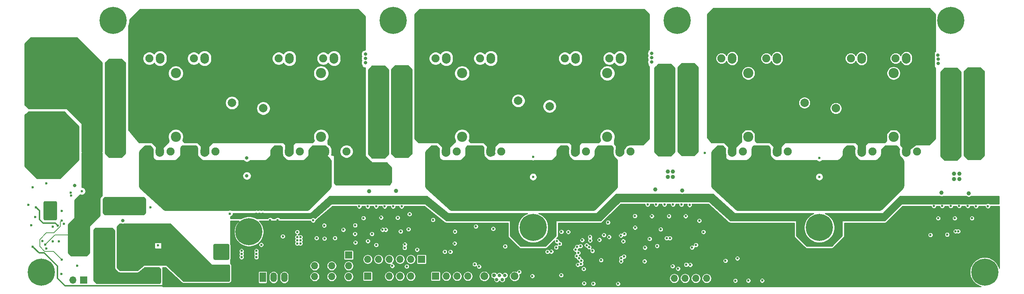
<source format=gbr>
G04 #@! TF.GenerationSoftware,KiCad,Pcbnew,(5.1.6-0-10_14)*
G04 #@! TF.CreationDate,2020-10-13T10:26:18-07:00*
G04 #@! TF.ProjectId,besc g2,62657363-2067-4322-9e6b-696361645f70,Init*
G04 #@! TF.SameCoordinates,Original*
G04 #@! TF.FileFunction,Copper,L2,Inr*
G04 #@! TF.FilePolarity,Positive*
%FSLAX46Y46*%
G04 Gerber Fmt 4.6, Leading zero omitted, Abs format (unit mm)*
G04 Created by KiCad (PCBNEW (5.1.6-0-10_14)) date 2020-10-13 10:26:18*
%MOMM*%
%LPD*%
G01*
G04 APERTURE LIST*
G04 #@! TA.AperFunction,ViaPad*
%ADD10C,2.000000*%
G04 #@! TD*
G04 #@! TA.AperFunction,ViaPad*
%ADD11C,1.500000*%
G04 #@! TD*
G04 #@! TA.AperFunction,ViaPad*
%ADD12O,8.000000X10.000000*%
G04 #@! TD*
G04 #@! TA.AperFunction,ViaPad*
%ADD13C,1.905000*%
G04 #@! TD*
G04 #@! TA.AperFunction,ViaPad*
%ADD14O,2.000000X2.500000*%
G04 #@! TD*
G04 #@! TA.AperFunction,ViaPad*
%ADD15C,1.850000*%
G04 #@! TD*
G04 #@! TA.AperFunction,ViaPad*
%ADD16C,0.840000*%
G04 #@! TD*
G04 #@! TA.AperFunction,ViaPad*
%ADD17O,1.700000X1.700000*%
G04 #@! TD*
G04 #@! TA.AperFunction,ViaPad*
%ADD18R,1.700000X1.700000*%
G04 #@! TD*
G04 #@! TA.AperFunction,ViaPad*
%ADD19C,3.800000*%
G04 #@! TD*
G04 #@! TA.AperFunction,ViaPad*
%ADD20O,1.500000X2.300000*%
G04 #@! TD*
G04 #@! TA.AperFunction,ViaPad*
%ADD21R,1.500000X2.300000*%
G04 #@! TD*
G04 #@! TA.AperFunction,ViaPad*
%ADD22C,0.800000*%
G04 #@! TD*
G04 #@! TA.AperFunction,ViaPad*
%ADD23C,6.400000*%
G04 #@! TD*
G04 #@! TA.AperFunction,ViaPad*
%ADD24C,2.400000*%
G04 #@! TD*
G04 #@! TA.AperFunction,ViaPad*
%ADD25C,0.600000*%
G04 #@! TD*
G04 #@! TA.AperFunction,ViaPad*
%ADD26C,1.000000*%
G04 #@! TD*
G04 #@! TA.AperFunction,Conductor*
%ADD27C,0.300000*%
G04 #@! TD*
G04 #@! TA.AperFunction,Conductor*
%ADD28C,0.200000*%
G04 #@! TD*
G04 #@! TA.AperFunction,Conductor*
%ADD29C,1.000000*%
G04 #@! TD*
G04 #@! TA.AperFunction,Conductor*
%ADD30C,0.254000*%
G04 #@! TD*
G04 APERTURE END LIST*
D10*
X249800000Y-95400000D03*
X257300000Y-95400000D03*
X249800000Y-76900000D03*
X257300000Y-76900000D03*
X223686058Y-85202361D03*
X216300000Y-83900000D03*
X182300000Y-95400000D03*
X189800000Y-95400000D03*
X182300000Y-76900000D03*
X189800000Y-76900000D03*
X156186058Y-84702361D03*
X148800000Y-83400000D03*
X114800000Y-95400000D03*
X122300000Y-95400000D03*
X114800000Y-76900000D03*
X122300000Y-76900000D03*
X54800000Y-94900000D03*
X47300000Y-94900000D03*
X88686058Y-85202361D03*
X81300000Y-83900000D03*
X54800000Y-76400000D03*
X47300000Y-76400000D03*
D11*
X87300000Y-66150000D03*
X87650000Y-67400000D03*
X87300000Y-71650000D03*
X86050000Y-72400000D03*
X81800000Y-71650000D03*
X81450000Y-70400000D03*
X81800000Y-66150000D03*
X83050000Y-65400000D03*
X87650000Y-70400000D03*
X86050000Y-65400000D03*
X83050000Y-72400000D03*
X81450000Y-67400000D03*
X84550000Y-64900000D03*
X87800000Y-68900000D03*
X84550000Y-72900000D03*
X81300000Y-68900000D03*
D12*
X84550000Y-68900000D03*
D11*
X154800000Y-65650000D03*
X155150000Y-66900000D03*
X154800000Y-71150000D03*
X153550000Y-71900000D03*
X149300000Y-71150000D03*
X148950000Y-69900000D03*
X149300000Y-65650000D03*
X150550000Y-64900000D03*
X155150000Y-69900000D03*
X153550000Y-64900000D03*
X150550000Y-71900000D03*
X148950000Y-66900000D03*
X152050000Y-64400000D03*
X155300000Y-68400000D03*
X152050000Y-72400000D03*
X148800000Y-68400000D03*
D12*
X152050000Y-68400000D03*
D11*
X222300000Y-65650000D03*
X222650000Y-66900000D03*
X222300000Y-71150000D03*
X221050000Y-71900000D03*
X216800000Y-71150000D03*
X216450000Y-69900000D03*
X216800000Y-65650000D03*
X218050000Y-64900000D03*
X222650000Y-69900000D03*
X221050000Y-64900000D03*
X218050000Y-71900000D03*
X216450000Y-66900000D03*
X219550000Y-64400000D03*
X222800000Y-68400000D03*
X219550000Y-72400000D03*
X216300000Y-68400000D03*
D12*
X219550000Y-68400000D03*
D11*
X35050000Y-76150000D03*
X34700000Y-74900000D03*
X35050000Y-70650000D03*
X36300000Y-69900000D03*
X40550000Y-70650000D03*
X40900000Y-71900000D03*
X40550000Y-76150000D03*
X39300000Y-76900000D03*
X34700000Y-71900000D03*
X36300000Y-76900000D03*
X39300000Y-69900000D03*
X40900000Y-74900000D03*
X37800000Y-77400000D03*
X34550000Y-73400000D03*
X37800000Y-69400000D03*
X41050000Y-73400000D03*
D12*
X37800000Y-73400000D03*
D11*
X35050000Y-99150000D03*
X34700000Y-97900000D03*
X35050000Y-93650000D03*
X36300000Y-92900000D03*
X40550000Y-93650000D03*
X40900000Y-94900000D03*
X40550000Y-99150000D03*
X39300000Y-99900000D03*
X34700000Y-94900000D03*
X36300000Y-99900000D03*
X39300000Y-92900000D03*
X40900000Y-97900000D03*
X37800000Y-100400000D03*
X34550000Y-96400000D03*
X37800000Y-92400000D03*
X41050000Y-96400000D03*
D12*
X37800000Y-96400000D03*
D13*
X175300000Y-95400000D03*
D14*
X172760000Y-95400000D03*
X170220000Y-95400000D03*
D13*
X201800000Y-95400000D03*
D14*
X199260000Y-95400000D03*
X196720000Y-95400000D03*
D13*
X237800000Y-73400000D03*
D14*
X240340000Y-73400000D03*
X242880000Y-73400000D03*
D13*
X134300000Y-95400000D03*
D14*
X131760000Y-95400000D03*
X129220000Y-95400000D03*
D13*
X170300000Y-73400000D03*
D14*
X172840000Y-73400000D03*
X175380000Y-73400000D03*
D13*
X97300000Y-95400000D03*
D14*
X94760000Y-95400000D03*
X92220000Y-95400000D03*
D13*
X61800000Y-73400000D03*
D14*
X64340000Y-73400000D03*
X66880000Y-73400000D03*
D13*
X212380000Y-95400000D03*
D14*
X209840000Y-95400000D03*
X207300000Y-95400000D03*
D13*
X227220000Y-73400000D03*
D14*
X229760000Y-73400000D03*
X232300000Y-73400000D03*
D13*
X144800000Y-95400000D03*
D14*
X142260000Y-95400000D03*
X139720000Y-95400000D03*
D13*
X159800000Y-73400000D03*
D14*
X162340000Y-73400000D03*
X164880000Y-73400000D03*
D13*
X108300000Y-95400000D03*
D14*
X105760000Y-95400000D03*
X103220000Y-95400000D03*
D13*
X72300000Y-73400000D03*
D14*
X74840000Y-73400000D03*
X77380000Y-73400000D03*
D13*
X232300000Y-95400000D03*
D14*
X229760000Y-95400000D03*
X227220000Y-95400000D03*
D13*
X207300000Y-73400000D03*
D14*
X209840000Y-73400000D03*
X212380000Y-73400000D03*
D13*
X164800000Y-95400000D03*
D14*
X162260000Y-95400000D03*
X159720000Y-95400000D03*
D13*
X139800000Y-73400000D03*
D14*
X142340000Y-73400000D03*
X144880000Y-73400000D03*
D13*
X66800000Y-95400000D03*
D14*
X64260000Y-95400000D03*
X61720000Y-95400000D03*
D13*
X92300000Y-73400000D03*
D14*
X94840000Y-73400000D03*
X97380000Y-73400000D03*
D13*
X242800000Y-95400000D03*
D14*
X240260000Y-95400000D03*
X237720000Y-95400000D03*
D13*
X196720000Y-73400000D03*
D14*
X199260000Y-73400000D03*
X201800000Y-73400000D03*
D13*
X129300000Y-73400000D03*
D14*
X131840000Y-73400000D03*
X134380000Y-73400000D03*
D13*
X77410000Y-95400000D03*
D14*
X74870000Y-95400000D03*
X72330000Y-95400000D03*
D13*
X102830000Y-73400000D03*
D14*
X105370000Y-73400000D03*
X107910000Y-73400000D03*
D15*
X147950000Y-124900000D03*
X140800000Y-124900000D03*
D16*
X145675000Y-124680000D03*
X145025000Y-125680000D03*
X144375000Y-124680000D03*
X143725000Y-125680000D03*
G04 #@! TA.AperFunction,ViaPad*
G36*
G01*
X142655000Y-124890000D02*
X142655000Y-124470000D01*
G75*
G02*
X142865000Y-124260000I210000J0D01*
G01*
X143285000Y-124260000D01*
G75*
G02*
X143495000Y-124470000I0J-210000D01*
G01*
X143495000Y-124890000D01*
G75*
G02*
X143285000Y-125100000I-210000J0D01*
G01*
X142865000Y-125100000D01*
G75*
G02*
X142655000Y-124890000I0J210000D01*
G01*
G37*
G04 #@! TD.AperFunction*
D17*
X100800000Y-124980000D03*
X100800000Y-122440000D03*
D18*
X100800000Y-119900000D03*
D19*
X78800000Y-124150000D03*
G04 #@! TA.AperFunction,ViaPad*
G36*
G01*
X77280000Y-117250000D02*
X80320000Y-117250000D01*
G75*
G02*
X80700000Y-117630000I0J-380000D01*
G01*
X80700000Y-120670000D01*
G75*
G02*
X80320000Y-121050000I-380000J0D01*
G01*
X77280000Y-121050000D01*
G75*
G02*
X76900000Y-120670000I0J380000D01*
G01*
X76900000Y-117630000D01*
G75*
G02*
X77280000Y-117250000I380000J0D01*
G01*
G37*
G04 #@! TD.AperFunction*
D20*
X93630000Y-125150000D03*
X91090000Y-125150000D03*
D21*
X88550000Y-125150000D03*
D17*
X43800000Y-125775000D03*
D18*
X46340000Y-125775000D03*
D22*
X86997056Y-112702944D03*
X85300000Y-112000000D03*
X83602944Y-112702944D03*
X82900000Y-114400000D03*
X83602944Y-116097056D03*
X85300000Y-116800000D03*
X86997056Y-116097056D03*
X87700000Y-114400000D03*
D23*
X85300000Y-114400000D03*
D22*
X221497056Y-111702944D03*
X219800000Y-111000000D03*
X218102944Y-111702944D03*
X217400000Y-113400000D03*
X218102944Y-115097056D03*
X219800000Y-115800000D03*
X221497056Y-115097056D03*
X222200000Y-113400000D03*
D23*
X219800000Y-113400000D03*
D22*
X153997056Y-111702944D03*
X152300000Y-111000000D03*
X150602944Y-111702944D03*
X149900000Y-113400000D03*
X150602944Y-115097056D03*
X152300000Y-115800000D03*
X153997056Y-115097056D03*
X154700000Y-113400000D03*
D23*
X152300000Y-113400000D03*
D22*
X120997056Y-62702944D03*
X119300000Y-62000000D03*
X117602944Y-62702944D03*
X116900000Y-64400000D03*
X117602944Y-66097056D03*
X119300000Y-66800000D03*
X120997056Y-66097056D03*
X121700000Y-64400000D03*
D23*
X119300000Y-64400000D03*
D22*
X187997056Y-62702944D03*
X186300000Y-62000000D03*
X184602944Y-62702944D03*
X183900000Y-64400000D03*
X184602944Y-66097056D03*
X186300000Y-66800000D03*
X187997056Y-66097056D03*
X188700000Y-64400000D03*
D23*
X186300000Y-64400000D03*
D24*
X68050000Y-91900000D03*
X68050000Y-76900000D03*
D22*
X54997056Y-62702944D03*
X53300000Y-62000000D03*
X51602944Y-62702944D03*
X50900000Y-64400000D03*
X51602944Y-66097056D03*
X53300000Y-66800000D03*
X54997056Y-66097056D03*
X55700000Y-64400000D03*
D23*
X53300000Y-64400000D03*
D22*
X252497056Y-62702944D03*
X250800000Y-62000000D03*
X249102944Y-62702944D03*
X248400000Y-64400000D03*
X249102944Y-66097056D03*
X250800000Y-66800000D03*
X252497056Y-66097056D03*
X253200000Y-64400000D03*
D23*
X250800000Y-64400000D03*
D22*
X37997056Y-122202944D03*
X36300000Y-121500000D03*
X34602944Y-122202944D03*
X33900000Y-123900000D03*
X34602944Y-125597056D03*
X36300000Y-126300000D03*
X37997056Y-125597056D03*
X38700000Y-123900000D03*
D23*
X36300000Y-123900000D03*
D22*
X260497056Y-122202944D03*
X258800000Y-121500000D03*
X257102944Y-122202944D03*
X256400000Y-123900000D03*
X257102944Y-125597056D03*
X258800000Y-126300000D03*
X260497056Y-125597056D03*
X261200000Y-123900000D03*
D23*
X258800000Y-123900000D03*
D24*
X102300000Y-91900000D03*
X102300000Y-76900000D03*
X135550000Y-91900000D03*
X135550000Y-76900000D03*
X169800000Y-91900000D03*
X169800000Y-76900000D03*
X203050000Y-91900000D03*
X203050000Y-76900000D03*
X237300000Y-91900000D03*
X237300000Y-76900000D03*
D17*
X193210000Y-125400000D03*
X190670000Y-125400000D03*
X188130000Y-125400000D03*
X185590000Y-125400000D03*
D18*
X183050000Y-125400000D03*
D17*
X108800000Y-124980000D03*
X108800000Y-122440000D03*
D18*
X108800000Y-119900000D03*
D17*
X113300000Y-120900000D03*
X115840000Y-120900000D03*
X118380000Y-120900000D03*
X120920000Y-120900000D03*
X123460000Y-120900000D03*
D18*
X126000000Y-120900000D03*
D17*
X104800000Y-124980000D03*
X104800000Y-122440000D03*
D18*
X104800000Y-119900000D03*
D17*
X123460000Y-124900000D03*
X120920000Y-124900000D03*
X118380000Y-124900000D03*
X115840000Y-124900000D03*
D18*
X113300000Y-124900000D03*
D17*
X136920000Y-124900000D03*
X134380000Y-124900000D03*
X131840000Y-124900000D03*
D18*
X129300000Y-124900000D03*
D25*
X116800000Y-113900000D03*
X87050000Y-118900000D03*
X87050000Y-119650000D03*
X87050000Y-120400000D03*
X83550000Y-118900000D03*
X83550000Y-119650000D03*
X83550000Y-120400000D03*
X251925000Y-114275000D03*
D22*
X251550000Y-88900000D03*
X249650010Y-88900000D03*
X250550000Y-87400000D03*
X250550000Y-89400000D03*
X249650010Y-89900000D03*
X249650010Y-86900000D03*
X249650010Y-87900000D03*
X251550000Y-86900000D03*
X251550000Y-89900000D03*
X250550000Y-88400000D03*
X251550000Y-87900000D03*
X252550000Y-87400000D03*
X252550000Y-88400000D03*
X252550000Y-89400000D03*
X251550000Y-90900000D03*
X250550000Y-90400000D03*
X249650010Y-90900000D03*
X252550000Y-90400000D03*
X251550000Y-91900000D03*
X250550000Y-91400000D03*
X249650010Y-91900000D03*
X252550000Y-91400000D03*
X184050000Y-88900000D03*
X182150010Y-88900000D03*
X183050000Y-87400000D03*
X183050000Y-89400000D03*
X182150010Y-89900000D03*
X182150010Y-86900000D03*
X182150010Y-87900000D03*
X184050000Y-86900000D03*
X184050000Y-89900000D03*
X183050000Y-88400000D03*
X184050000Y-87900000D03*
X185050000Y-87400000D03*
X185050000Y-88400000D03*
X185050000Y-89400000D03*
X184050000Y-90900000D03*
X183050000Y-90400000D03*
X182150010Y-90900000D03*
X185050000Y-90400000D03*
X184050000Y-91900000D03*
X183050000Y-91400000D03*
X182150010Y-91900000D03*
X185050000Y-91400000D03*
D25*
X39175000Y-110650000D03*
X38425000Y-110650000D03*
X37675000Y-110650000D03*
X37675000Y-109900000D03*
X38425000Y-109900000D03*
X39175000Y-109900000D03*
X39175000Y-109150000D03*
X38425000Y-109150000D03*
X37675000Y-109150000D03*
X38425000Y-108400000D03*
X37675000Y-108400000D03*
D22*
X62300000Y-123750000D03*
X62300000Y-124750000D03*
X115550000Y-90400000D03*
X116550000Y-90900000D03*
X117550000Y-90400000D03*
X114650010Y-90900000D03*
X115550000Y-91400000D03*
X116550000Y-91900000D03*
X117550000Y-91400000D03*
X114650010Y-91900000D03*
X116550000Y-88900000D03*
X115550000Y-89400000D03*
X115550000Y-87400000D03*
X116550000Y-86900000D03*
X115550000Y-88400000D03*
X116550000Y-89900000D03*
X116550000Y-87900000D03*
X117550000Y-87400000D03*
X117550000Y-89400000D03*
X117550000Y-88400000D03*
X55800000Y-87900000D03*
X53800000Y-88900000D03*
X51800000Y-88900000D03*
X51800000Y-87900000D03*
X51800000Y-86900000D03*
X53800000Y-89900000D03*
X52800000Y-88400000D03*
X53800000Y-86900000D03*
X52800000Y-87400000D03*
X52800000Y-89400000D03*
X51800000Y-89900000D03*
X53800000Y-87900000D03*
X55800000Y-86900000D03*
X54800000Y-87400000D03*
X54800000Y-89400000D03*
X54800000Y-88400000D03*
X55800000Y-89900000D03*
X55800000Y-88900000D03*
X44800000Y-89900000D03*
X43800000Y-89400000D03*
X42800000Y-87900000D03*
X42800000Y-88900000D03*
X42800000Y-89900000D03*
X41800000Y-88400000D03*
X41800000Y-89400000D03*
X41800000Y-87400000D03*
X40800000Y-87900000D03*
X40800000Y-88900000D03*
X40800000Y-89900000D03*
X39800000Y-88400000D03*
X39800000Y-89400000D03*
X39800000Y-87400000D03*
X40800000Y-86900000D03*
X38800000Y-87900000D03*
X38800000Y-88900000D03*
X38800000Y-89900000D03*
X37800000Y-88400000D03*
X37800000Y-89400000D03*
X37800000Y-87400000D03*
X38800000Y-86900000D03*
X36800000Y-87900000D03*
X36800000Y-88900000D03*
X36800000Y-89900000D03*
X35800000Y-88400000D03*
X35800000Y-89400000D03*
X35800000Y-87400000D03*
X36800000Y-86900000D03*
X34800000Y-89900000D03*
X34800000Y-88900000D03*
X34800000Y-87900000D03*
X34800000Y-86900000D03*
X33800000Y-87400000D03*
X33800000Y-88400000D03*
X33800000Y-89400000D03*
X32800000Y-89900000D03*
X32800000Y-88900000D03*
X32800000Y-87900000D03*
X32800000Y-86900000D03*
X114650010Y-87900000D03*
X114650010Y-86900000D03*
X114650010Y-89900000D03*
X114650010Y-88900000D03*
X49550000Y-113900000D03*
X49050000Y-114650000D03*
X49550000Y-115400000D03*
X49050000Y-116150000D03*
X49550000Y-116900000D03*
X49050000Y-117650000D03*
X49550000Y-118400000D03*
X49050000Y-119150000D03*
X49550000Y-119900000D03*
X49050000Y-120650000D03*
X49550000Y-121400000D03*
X49050000Y-122150000D03*
X49550000Y-122900000D03*
D25*
X39175000Y-108400000D03*
X36550000Y-116600000D03*
X39060000Y-116700000D03*
X33980000Y-112870000D03*
D22*
X63139990Y-125731223D03*
X63139990Y-124750000D03*
X62300000Y-125739990D03*
D25*
X34300000Y-103900000D03*
D22*
X63139990Y-123750000D03*
D25*
X111300000Y-108400000D03*
X113300000Y-108400000D03*
X115300000Y-108400000D03*
X117300000Y-108400000D03*
X119300000Y-108400000D03*
X121300000Y-108400000D03*
X110300000Y-114900000D03*
X179310000Y-107960000D03*
X181310000Y-107960000D03*
X183290000Y-107970000D03*
X185290000Y-107970000D03*
X187280000Y-107970000D03*
X183800000Y-115900000D03*
X184550000Y-115900000D03*
X252550000Y-114275000D03*
X246800000Y-108300000D03*
X248775000Y-108300000D03*
X250800000Y-108275000D03*
X252775000Y-108275000D03*
X254800000Y-108300000D03*
X41050000Y-124400000D03*
X96675000Y-115650000D03*
X96675000Y-116400000D03*
X96675000Y-117150000D03*
X97425000Y-115650000D03*
X97425000Y-116400000D03*
X97425000Y-117150000D03*
X152110000Y-124850000D03*
X107550000Y-113900000D03*
X164330000Y-126580000D03*
X166490000Y-126650000D03*
X165120000Y-111370000D03*
X159050000Y-110410000D03*
X160550000Y-110390000D03*
X189211170Y-108058830D03*
X172330000Y-126680000D03*
X158920000Y-124650000D03*
X168323383Y-121086617D03*
X164240000Y-123170000D03*
X131483770Y-119109843D03*
X133808736Y-117139968D03*
X132813284Y-119119990D03*
X117550000Y-113900000D03*
X113344026Y-116591183D03*
X142895000Y-113685000D03*
X206320000Y-125930000D03*
X203060000Y-125930000D03*
X199990000Y-125950000D03*
X245990000Y-115140000D03*
X256746170Y-108353830D03*
X168990079Y-115159921D03*
X179782124Y-116050150D03*
X99300000Y-111025000D03*
X99300000Y-110275000D03*
X87050000Y-110150000D03*
X87800000Y-110150000D03*
X88550000Y-110150000D03*
X215550000Y-110400000D03*
X214800000Y-110400000D03*
X214050000Y-110400000D03*
X157050000Y-110400000D03*
X156300000Y-110400000D03*
X155550000Y-110400000D03*
X125530000Y-107560000D03*
X261300000Y-106900000D03*
X194397510Y-106850000D03*
X177050000Y-107150000D03*
X176050000Y-107150000D03*
X177800000Y-107150000D03*
X175300000Y-107150000D03*
X40489944Y-116700000D03*
X37560000Y-102980000D03*
X173560000Y-116620000D03*
X43320000Y-105180000D03*
X43329998Y-105820000D03*
X112800000Y-113900000D03*
X178470000Y-112890000D03*
X178490000Y-112170000D03*
X245990000Y-112670000D03*
X245970000Y-113390000D03*
X187425000Y-116650000D03*
X187425000Y-117525000D03*
X254925000Y-117400000D03*
X254925000Y-118275000D03*
X34318750Y-117918750D03*
X90300000Y-111650000D03*
X92050000Y-111650000D03*
X93300000Y-112150000D03*
X94800000Y-112150000D03*
X193550000Y-108150000D03*
X123300000Y-115650000D03*
X120800000Y-115650000D03*
X119550000Y-116400000D03*
X131470000Y-115260000D03*
X170120000Y-126680000D03*
X146070000Y-112650000D03*
X140880000Y-114390000D03*
X174150000Y-108130000D03*
X206050000Y-120830000D03*
X213520000Y-112730000D03*
X112050000Y-113900000D03*
X168486718Y-115729347D03*
X159790000Y-113580000D03*
X174020456Y-121369906D03*
X161490000Y-124080000D03*
D26*
X116550000Y-100150000D03*
X117800000Y-100150000D03*
X116550000Y-101400000D03*
X117800000Y-101400000D03*
X184050000Y-100150000D03*
X185300000Y-100150000D03*
X184050000Y-101400000D03*
X185300000Y-101400000D03*
X252800000Y-101900000D03*
X251550000Y-101900000D03*
X252800000Y-100650000D03*
X251550000Y-100650000D03*
D25*
X76300000Y-122650000D03*
X76300000Y-123400000D03*
X76300000Y-124150000D03*
X76300000Y-124900000D03*
X76300000Y-125650000D03*
X75550000Y-125650000D03*
X75550000Y-122650000D03*
X74800000Y-125650000D03*
X74800000Y-122650000D03*
X74050000Y-125650000D03*
X74050000Y-122650000D03*
D22*
X55550000Y-115400000D03*
X55550000Y-116900000D03*
X55050000Y-116150000D03*
X55050000Y-114650000D03*
X55550000Y-113900000D03*
X55050000Y-113150000D03*
X55050000Y-122150000D03*
X55050000Y-120650000D03*
X55550000Y-121400000D03*
X55050000Y-119150000D03*
X55550000Y-119900000D03*
X55050000Y-117650000D03*
X55550000Y-118400000D03*
X59050000Y-114400000D03*
X60050000Y-114400000D03*
X61050000Y-114400000D03*
D25*
X41650000Y-112490000D03*
X63820989Y-117629015D03*
D22*
X55550000Y-122900000D03*
D25*
X74800000Y-124150000D03*
X74050000Y-124150000D03*
X74050000Y-124900000D03*
X74050000Y-123400000D03*
X74800000Y-124900000D03*
X75550000Y-123400000D03*
X74800000Y-123400000D03*
X75550000Y-124150000D03*
X75550000Y-124900000D03*
X88200000Y-117470000D03*
X37540000Y-118330000D03*
D22*
X43800000Y-113400000D03*
X43300000Y-114150000D03*
X43800000Y-114900000D03*
X43300000Y-115650000D03*
X43800000Y-116400000D03*
X43300000Y-117150000D03*
X43800000Y-117900000D03*
X43300000Y-118650000D03*
X43800000Y-119400000D03*
X258300000Y-79900000D03*
X256300000Y-80900000D03*
X254300000Y-80900000D03*
X254300000Y-79900000D03*
X254300000Y-78900000D03*
X256300000Y-81900000D03*
X255300000Y-80400000D03*
X256300000Y-78900000D03*
X255300000Y-79400000D03*
X255300000Y-81400000D03*
X254300000Y-81900000D03*
X256300000Y-79900000D03*
X258300000Y-78900000D03*
X257300000Y-79400000D03*
X257300000Y-81400000D03*
X257300000Y-80400000D03*
X258300000Y-81900000D03*
X258300000Y-80900000D03*
X190800000Y-79900000D03*
X188800000Y-80900000D03*
X186800000Y-80900000D03*
X186800000Y-79900000D03*
X186800000Y-78900000D03*
X188800000Y-81900000D03*
X187800000Y-80400000D03*
X188800000Y-78900000D03*
X187800000Y-79400000D03*
X187800000Y-81400000D03*
X186800000Y-81900000D03*
X188800000Y-79900000D03*
X190800000Y-78900000D03*
X189800000Y-79400000D03*
X189800000Y-81400000D03*
X189800000Y-80400000D03*
X190800000Y-81900000D03*
X190800000Y-80900000D03*
X121300000Y-80900000D03*
X120300000Y-81400000D03*
X120300000Y-79400000D03*
X121300000Y-78900000D03*
X120300000Y-80400000D03*
X121300000Y-81900000D03*
X119300000Y-78900000D03*
X119300000Y-79900000D03*
X123300000Y-79900000D03*
X119300000Y-80900000D03*
X119300000Y-81900000D03*
X121300000Y-79900000D03*
X123300000Y-78900000D03*
X122300000Y-79400000D03*
X122300000Y-81400000D03*
X122300000Y-80400000D03*
X123300000Y-81900000D03*
X123300000Y-80900000D03*
X48800000Y-80900000D03*
X48800000Y-79900000D03*
X48800000Y-78900000D03*
X49800000Y-80400000D03*
X49800000Y-79400000D03*
X49800000Y-81400000D03*
X48800000Y-81900000D03*
X44800000Y-79900000D03*
X42800000Y-80900000D03*
X40800000Y-80900000D03*
X40800000Y-79900000D03*
X40800000Y-78900000D03*
X42800000Y-81900000D03*
X41800000Y-80400000D03*
X42800000Y-78900000D03*
X41800000Y-79400000D03*
X41800000Y-81400000D03*
X40800000Y-81900000D03*
X42800000Y-79900000D03*
X47800000Y-79400000D03*
X47800000Y-81400000D03*
X47800000Y-80400000D03*
X46800000Y-78900000D03*
X45800000Y-81400000D03*
X45800000Y-79400000D03*
X45800000Y-80400000D03*
X46800000Y-81900000D03*
X46800000Y-80900000D03*
X46800000Y-79900000D03*
X44800000Y-78900000D03*
X43800000Y-79400000D03*
X43800000Y-81400000D03*
X43800000Y-80400000D03*
X44800000Y-81900000D03*
X44800000Y-80900000D03*
X36800000Y-79900000D03*
X34800000Y-80900000D03*
X32800000Y-80900000D03*
X32800000Y-79900000D03*
X32800000Y-78900000D03*
X34800000Y-81900000D03*
X33800000Y-80400000D03*
X34800000Y-78900000D03*
X33800000Y-79400000D03*
X33800000Y-81400000D03*
X32800000Y-81900000D03*
X34800000Y-79900000D03*
X39800000Y-79400000D03*
X39800000Y-81400000D03*
X39800000Y-80400000D03*
X38800000Y-78900000D03*
X37800000Y-81400000D03*
X37800000Y-79400000D03*
X37800000Y-80400000D03*
X38800000Y-81900000D03*
X38800000Y-80900000D03*
X38800000Y-79900000D03*
X36800000Y-78900000D03*
X35800000Y-79400000D03*
X35800000Y-81400000D03*
X35800000Y-80400000D03*
X36800000Y-81900000D03*
X36800000Y-80900000D03*
X48050000Y-110900000D03*
X47050000Y-110900000D03*
X46050000Y-110900000D03*
X48050000Y-109650000D03*
X47050000Y-109650000D03*
X46050000Y-109650000D03*
X46050000Y-108400000D03*
X48050000Y-108400000D03*
X47050000Y-108400000D03*
D25*
X37290001Y-117410000D03*
X44800000Y-122400000D03*
X173743014Y-120236796D03*
X163618109Y-121988759D03*
X110410000Y-116940000D03*
X103050000Y-112900000D03*
X145710000Y-117830000D03*
X105580000Y-115880000D03*
X165769990Y-116449990D03*
X115310000Y-117500000D03*
X165710434Y-115598459D03*
X93280000Y-115470000D03*
X96690000Y-114450000D03*
X176300000Y-110650000D03*
X169950000Y-112170000D03*
X192810000Y-95720000D03*
X191490000Y-111770000D03*
X162571111Y-120116839D03*
X124950000Y-118620000D03*
X158590000Y-117240000D03*
X122020000Y-118190000D03*
X157750000Y-118089990D03*
X122060000Y-117370000D03*
X156600000Y-119070000D03*
X122510000Y-122579990D03*
X166300000Y-118900000D03*
X163880000Y-116343978D03*
X119090000Y-122460000D03*
X103110000Y-115990000D03*
X121070000Y-114300000D03*
X155694349Y-119112641D03*
X122920000Y-113790000D03*
X157930000Y-116610000D03*
X110330000Y-112850000D03*
X189780000Y-118110000D03*
X138800011Y-113119989D03*
X158971587Y-114382365D03*
X176340000Y-113400000D03*
X162859986Y-122180021D03*
X149030000Y-123880122D03*
X186480987Y-123110987D03*
X162278664Y-118578259D03*
X185200000Y-122524947D03*
X163466010Y-117756639D03*
X162970000Y-119359979D03*
X189370000Y-122200000D03*
X188399282Y-122159835D03*
X162679549Y-117932575D03*
X123170000Y-110210000D03*
X170225209Y-115603077D03*
X173818560Y-114919979D03*
X190700002Y-117510000D03*
X259540000Y-108350000D03*
X173009725Y-115279990D03*
X167930000Y-116290000D03*
X133870000Y-114340000D03*
X80820000Y-110110000D03*
X128699405Y-111560010D03*
X100430000Y-111700000D03*
X178590000Y-121369906D03*
X160590890Y-114429886D03*
X178670183Y-118140372D03*
X192480000Y-114430000D03*
X181540000Y-117730000D03*
X163660765Y-121229945D03*
X139558254Y-122611756D03*
X138530000Y-122060043D03*
X163131121Y-120640437D03*
D22*
X72800000Y-103900000D03*
X72800000Y-105900000D03*
X72800000Y-107900000D03*
X72800000Y-101900000D03*
X76800000Y-101900000D03*
X74800000Y-101150000D03*
X78800000Y-102900000D03*
X78800000Y-104900000D03*
X78800000Y-106900000D03*
X76800000Y-105900000D03*
X78800000Y-108900000D03*
X76800000Y-103900000D03*
X74800000Y-108900000D03*
X78800000Y-101150000D03*
X74800000Y-106900000D03*
X74800000Y-104900000D03*
X74800000Y-102900000D03*
X76800000Y-107900000D03*
X64800000Y-103900000D03*
X64800000Y-105900000D03*
X64800000Y-107900000D03*
X64800000Y-101900000D03*
X68800000Y-101900000D03*
X66800000Y-101400000D03*
X70800000Y-102900000D03*
X70800000Y-104900000D03*
X70800000Y-106900000D03*
X68800000Y-105900000D03*
X70800000Y-108900000D03*
X68800000Y-103900000D03*
X66800000Y-108900000D03*
X70800000Y-101150000D03*
X66800000Y-106900000D03*
X66800000Y-104900000D03*
X66800000Y-102900000D03*
X68800000Y-107900000D03*
X60800000Y-101900000D03*
X62800000Y-102900000D03*
X62800000Y-104900000D03*
X60800000Y-103900000D03*
X62800000Y-101150000D03*
X90800000Y-101150000D03*
X90800000Y-102900000D03*
X90800000Y-104900000D03*
X90800000Y-106900000D03*
X90800000Y-108900000D03*
X92800000Y-107900000D03*
X92800000Y-105900000D03*
X92800000Y-103900000D03*
X92800000Y-101900000D03*
X94800000Y-101150000D03*
X94800000Y-102900000D03*
X94800000Y-104900000D03*
X94800000Y-106900000D03*
X94800000Y-108900000D03*
X96800000Y-107900000D03*
X96800000Y-105900000D03*
X96800000Y-103900000D03*
X96800000Y-101900000D03*
X98800000Y-101150000D03*
X98800000Y-102900000D03*
X98800000Y-104900000D03*
X98800000Y-106900000D03*
X98800000Y-108900000D03*
X100800000Y-105900000D03*
X100800000Y-103900000D03*
X100800000Y-101900000D03*
X102800000Y-101150000D03*
X102800000Y-102900000D03*
X102800000Y-104900000D03*
X140190000Y-103900000D03*
X140190000Y-107900000D03*
X140190000Y-105900000D03*
X146190000Y-102900000D03*
X144190000Y-101900000D03*
X140190000Y-101900000D03*
X142190000Y-100900000D03*
X146190000Y-104900000D03*
X146190000Y-106900000D03*
X144190000Y-105900000D03*
X146190000Y-108900000D03*
X144190000Y-103900000D03*
X146190000Y-100900000D03*
X142190000Y-106900000D03*
X142190000Y-104900000D03*
X142190000Y-102900000D03*
X144190000Y-107900000D03*
X132190000Y-103900000D03*
X130190000Y-100900000D03*
X128190000Y-103900000D03*
X130190000Y-104900000D03*
X130190000Y-102900000D03*
X128190000Y-101900000D03*
X136190000Y-107900000D03*
X134190000Y-102900000D03*
X134190000Y-104900000D03*
X134190000Y-106900000D03*
X138190000Y-100900000D03*
X136190000Y-103900000D03*
X136190000Y-105900000D03*
X138190000Y-106900000D03*
X138190000Y-104900000D03*
X138190000Y-102900000D03*
X134190000Y-101400000D03*
X136190000Y-101900000D03*
X132190000Y-101900000D03*
X132190000Y-107900000D03*
X132190000Y-105900000D03*
X166300000Y-100900000D03*
X164300000Y-105900000D03*
X164300000Y-103900000D03*
X164300000Y-101900000D03*
X164300000Y-107900000D03*
X160300000Y-107900000D03*
X166300000Y-106900000D03*
X162300000Y-108900000D03*
X166300000Y-108900000D03*
X168300000Y-105900000D03*
X168300000Y-103900000D03*
X168300000Y-101900000D03*
X170300000Y-100900000D03*
X170300000Y-102900000D03*
X170300000Y-104900000D03*
X166300000Y-102900000D03*
X158300000Y-106900000D03*
X158300000Y-104900000D03*
X158300000Y-102900000D03*
X160300000Y-103900000D03*
X158300000Y-100900000D03*
X160300000Y-105900000D03*
X162300000Y-100900000D03*
X166300000Y-104900000D03*
X158300000Y-108900000D03*
X162300000Y-102900000D03*
X162300000Y-104900000D03*
X162300000Y-106900000D03*
X160300000Y-101900000D03*
X138190000Y-108239990D03*
X142159205Y-108239990D03*
X134190000Y-108239990D03*
X207770000Y-103900000D03*
X207770000Y-107900000D03*
X207770000Y-105900000D03*
X213770000Y-102900000D03*
X211770000Y-101900000D03*
X207770000Y-101900000D03*
X209770000Y-100900000D03*
X213770000Y-104900000D03*
X213770000Y-106900000D03*
X211770000Y-105900000D03*
X211770000Y-103900000D03*
X209770000Y-108900000D03*
X213770000Y-100900000D03*
X209770000Y-106900000D03*
X209770000Y-104900000D03*
X209770000Y-102900000D03*
X211770000Y-107900000D03*
X199770000Y-103900000D03*
X197770000Y-100900000D03*
X195770000Y-103900000D03*
X197770000Y-104900000D03*
X197770000Y-102900000D03*
X195770000Y-101900000D03*
X203770000Y-107900000D03*
X201770000Y-102900000D03*
X201770000Y-104900000D03*
X201770000Y-106900000D03*
X205770000Y-100900000D03*
X201770000Y-108900000D03*
X203770000Y-103900000D03*
X205770000Y-108900000D03*
X203770000Y-105900000D03*
X205770000Y-106900000D03*
X205770000Y-104900000D03*
X205770000Y-102900000D03*
X201770000Y-101400000D03*
X203770000Y-101900000D03*
X199770000Y-101900000D03*
X199770000Y-107900000D03*
X199770000Y-105900000D03*
X233800000Y-100900000D03*
X231800000Y-105900000D03*
X231800000Y-103900000D03*
X231800000Y-101900000D03*
X231800000Y-107900000D03*
X227800000Y-107900000D03*
X233800000Y-106900000D03*
X229800000Y-108900000D03*
X233800000Y-108900000D03*
X235800000Y-105900000D03*
X235800000Y-103900000D03*
X235800000Y-101900000D03*
X237800000Y-100900000D03*
X237800000Y-102900000D03*
X237800000Y-104900000D03*
X233800000Y-102900000D03*
X225800000Y-106900000D03*
X225800000Y-104900000D03*
X225800000Y-102900000D03*
X227800000Y-103900000D03*
X225800000Y-100900000D03*
X227800000Y-105900000D03*
X229800000Y-100900000D03*
X233800000Y-104900000D03*
X225800000Y-108900000D03*
X229800000Y-102900000D03*
X229800000Y-104900000D03*
X229800000Y-106900000D03*
X227800000Y-101900000D03*
D25*
X180307500Y-110687500D03*
X247812500Y-111187500D03*
X173040851Y-121369906D03*
X33290000Y-108020000D03*
X120371585Y-111068899D03*
X188272500Y-110687500D03*
X255787500Y-111187500D03*
X116452324Y-111029638D03*
X184337500Y-110687500D03*
X251737500Y-111187500D03*
X112300000Y-111150000D03*
X114300000Y-114900000D03*
X182390000Y-113810000D03*
X249943760Y-115052094D03*
X173081506Y-120610994D03*
X41120000Y-111710000D03*
X41195960Y-121004040D03*
X101250000Y-115890000D03*
D22*
X112800000Y-72400000D03*
X112800000Y-74400000D03*
D26*
X119975000Y-104750000D03*
D22*
X112800000Y-73400000D03*
X180290000Y-73210000D03*
X180290000Y-72210000D03*
X180290000Y-74210000D03*
D26*
X187425000Y-104625000D03*
D22*
X247830000Y-73600000D03*
X247790000Y-72610000D03*
X247830000Y-74600000D03*
D26*
X255030000Y-105280000D03*
X113625000Y-104800000D03*
X181125000Y-104425002D03*
X248630000Y-105180000D03*
D22*
X84800000Y-101150000D03*
X84800000Y-96900000D03*
D25*
X152300000Y-101400000D03*
X152300000Y-96650000D03*
X219800000Y-101400000D03*
X219800000Y-96900000D03*
D22*
X60300000Y-109900000D03*
X59300000Y-109900000D03*
X58300000Y-109900000D03*
X57300000Y-109900000D03*
X60300000Y-108650000D03*
X59300000Y-108650000D03*
X58300000Y-108650000D03*
X57300000Y-108650000D03*
X58300000Y-107400000D03*
X57300000Y-107400000D03*
X60300000Y-107400000D03*
X59300000Y-107400000D03*
X52300000Y-109400000D03*
X51300000Y-109400000D03*
X54300000Y-109400000D03*
X53300000Y-109400000D03*
X52300000Y-108150000D03*
X51300000Y-108150000D03*
X54300000Y-108150000D03*
X53300000Y-108150000D03*
X54300000Y-106900000D03*
X53300000Y-106900000D03*
X52300000Y-106900000D03*
X51300000Y-106900000D03*
D25*
X62049990Y-108650000D03*
X45900000Y-104800000D03*
D22*
X55570000Y-111750000D03*
X44210000Y-103460000D03*
D25*
X197662060Y-121240010D03*
X164904990Y-117570010D03*
X200480000Y-120680000D03*
X165515535Y-118022616D03*
X35062075Y-108600010D03*
X40200000Y-112900000D03*
X34930000Y-110920000D03*
X39050000Y-113149999D03*
X41175022Y-109439990D03*
D27*
X40175000Y-122525000D02*
X40175000Y-125400000D01*
X40175000Y-125400000D02*
X41925000Y-127150000D01*
X34318750Y-117918750D02*
X35800014Y-119400014D01*
X41925000Y-127150000D02*
X64925000Y-127150000D01*
X37050014Y-119400014D02*
X40175000Y-122525000D01*
X35800014Y-119400014D02*
X37050014Y-119400014D01*
D28*
X43550000Y-115150000D02*
X39550001Y-115150000D01*
X37590000Y-117110001D02*
X37290001Y-117410000D01*
X39550001Y-115150000D02*
X37590000Y-117110001D01*
D29*
X47300000Y-107650000D02*
X48050000Y-108400000D01*
X47300000Y-94900000D02*
X47300000Y-107650000D01*
D28*
X40820001Y-113129999D02*
X39300011Y-114649989D01*
X37111201Y-118990003D02*
X39181923Y-118990003D01*
X37550011Y-114649989D02*
X35989999Y-116210001D01*
X35989999Y-116210001D02*
X35989999Y-117868801D01*
X41120000Y-111710000D02*
X40820001Y-112009999D01*
X40820001Y-112009999D02*
X40820001Y-113129999D01*
X39181923Y-118990003D02*
X40895961Y-120704041D01*
X39300011Y-114649989D02*
X37550011Y-114649989D01*
X40895961Y-120704041D02*
X41195960Y-121004040D01*
X35989999Y-117868801D02*
X37111201Y-118990003D01*
D27*
X40200000Y-112900000D02*
X39660000Y-112360000D01*
X39660000Y-112360000D02*
X36760000Y-112360000D01*
X36760000Y-112360000D02*
X35880000Y-111480000D01*
X35880000Y-109417935D02*
X35062075Y-108600010D01*
X35880000Y-111480000D02*
X35880000Y-109417935D01*
D30*
G36*
X61805976Y-94044376D02*
G01*
X61969637Y-94094022D01*
X62120458Y-94174637D01*
X62257496Y-94287102D01*
X62412898Y-94442504D01*
X62525363Y-94579542D01*
X62605978Y-94730363D01*
X62651635Y-94880874D01*
X62633000Y-95070075D01*
X62633000Y-95729924D01*
X62656542Y-95968947D01*
X62673000Y-96023202D01*
X62673000Y-96546447D01*
X62673612Y-96558895D01*
X62690013Y-96725415D01*
X62694870Y-96749833D01*
X62743442Y-96909953D01*
X62752969Y-96932955D01*
X62831846Y-97080523D01*
X62845677Y-97101223D01*
X62951827Y-97230568D01*
X62969432Y-97248173D01*
X63098777Y-97354323D01*
X63119477Y-97368154D01*
X63267045Y-97447031D01*
X63290047Y-97456558D01*
X63450167Y-97505130D01*
X63474585Y-97509987D01*
X63641105Y-97526388D01*
X63653553Y-97527000D01*
X67635786Y-97527000D01*
X67648234Y-97526388D01*
X67843325Y-97507173D01*
X67867743Y-97502317D01*
X68055336Y-97445412D01*
X68078337Y-97435884D01*
X68251224Y-97343474D01*
X68271925Y-97329642D01*
X68423461Y-97205279D01*
X68432696Y-97196910D01*
X68846910Y-96782696D01*
X68855279Y-96773461D01*
X68979642Y-96621925D01*
X68993474Y-96601224D01*
X69085884Y-96428337D01*
X69095412Y-96405336D01*
X69152317Y-96217743D01*
X69157173Y-96193325D01*
X69176388Y-95998234D01*
X69177000Y-95985786D01*
X69177000Y-94759787D01*
X69191563Y-94611930D01*
X69232872Y-94475753D01*
X69299957Y-94350245D01*
X69390237Y-94240237D01*
X69500245Y-94149957D01*
X69625753Y-94082872D01*
X69761930Y-94041563D01*
X69909787Y-94027000D01*
X72440213Y-94027000D01*
X72588070Y-94041563D01*
X72724247Y-94082872D01*
X72849755Y-94149957D01*
X72959763Y-94240237D01*
X73050043Y-94350245D01*
X73117128Y-94475753D01*
X73158437Y-94611930D01*
X73173000Y-94759787D01*
X73173000Y-95985786D01*
X73173612Y-95998234D01*
X73192827Y-96193325D01*
X73197683Y-96217743D01*
X73254588Y-96405336D01*
X73264116Y-96428337D01*
X73356526Y-96601224D01*
X73370358Y-96621925D01*
X73494721Y-96773461D01*
X73503090Y-96782696D01*
X73917304Y-97196910D01*
X73926539Y-97205279D01*
X74078075Y-97329642D01*
X74098776Y-97343474D01*
X74271663Y-97435884D01*
X74294664Y-97445412D01*
X74482257Y-97502317D01*
X74506675Y-97507173D01*
X74701766Y-97526388D01*
X74714214Y-97527000D01*
X83983786Y-97527000D01*
X84002277Y-97554674D01*
X84145326Y-97697723D01*
X84313533Y-97810115D01*
X84500435Y-97887533D01*
X84698849Y-97927000D01*
X84901151Y-97927000D01*
X85099565Y-97887533D01*
X85286467Y-97810115D01*
X85454674Y-97697723D01*
X85597723Y-97554674D01*
X85616214Y-97527000D01*
X88885786Y-97527000D01*
X88898234Y-97526388D01*
X89093325Y-97507173D01*
X89117743Y-97502317D01*
X89305336Y-97445412D01*
X89328337Y-97435884D01*
X89501224Y-97343474D01*
X89521925Y-97329642D01*
X89673461Y-97205279D01*
X89682696Y-97196910D01*
X90096910Y-96782696D01*
X90105279Y-96773461D01*
X90229642Y-96621925D01*
X90243474Y-96601224D01*
X90335884Y-96428337D01*
X90345412Y-96405336D01*
X90402317Y-96217743D01*
X90407173Y-96193325D01*
X90426388Y-95998234D01*
X90427000Y-95985786D01*
X90427000Y-95320448D01*
X90444376Y-95144024D01*
X90494022Y-94980363D01*
X90574637Y-94829542D01*
X90687102Y-94692504D01*
X91092504Y-94287102D01*
X91229542Y-94174637D01*
X91380363Y-94094022D01*
X91544024Y-94044376D01*
X91720448Y-94027000D01*
X92440213Y-94027000D01*
X92588070Y-94041563D01*
X92724247Y-94082872D01*
X92849755Y-94149957D01*
X92959763Y-94240237D01*
X93050043Y-94350245D01*
X93117128Y-94475753D01*
X93158437Y-94611930D01*
X93173000Y-94759787D01*
X93173000Y-94776797D01*
X93156542Y-94831052D01*
X93133000Y-95070075D01*
X93133000Y-95729924D01*
X93156542Y-95968947D01*
X93177548Y-96038194D01*
X93192827Y-96193325D01*
X93197683Y-96217743D01*
X93254588Y-96405336D01*
X93264116Y-96428337D01*
X93356526Y-96601224D01*
X93370358Y-96621925D01*
X93494721Y-96773461D01*
X93503090Y-96782696D01*
X93917304Y-97196910D01*
X93926539Y-97205279D01*
X94078075Y-97329642D01*
X94098776Y-97343474D01*
X94271663Y-97435884D01*
X94294664Y-97445412D01*
X94482257Y-97502317D01*
X94506675Y-97507173D01*
X94701766Y-97526388D01*
X94714214Y-97527000D01*
X97885786Y-97527000D01*
X97898234Y-97526388D01*
X98093325Y-97507173D01*
X98117743Y-97502317D01*
X98305336Y-97445412D01*
X98328337Y-97435884D01*
X98501224Y-97343474D01*
X98521925Y-97329642D01*
X98673461Y-97205279D01*
X98682696Y-97196910D01*
X99096910Y-96782696D01*
X99105279Y-96773461D01*
X99229642Y-96621925D01*
X99243474Y-96601224D01*
X99335884Y-96428337D01*
X99345412Y-96405336D01*
X99402317Y-96217743D01*
X99407173Y-96193325D01*
X99426388Y-95998234D01*
X99427000Y-95985786D01*
X99427000Y-95320448D01*
X99444376Y-95144024D01*
X99494022Y-94980363D01*
X99574637Y-94829542D01*
X99687102Y-94692504D01*
X100092504Y-94287102D01*
X100229542Y-94174637D01*
X100380363Y-94094022D01*
X100544024Y-94044376D01*
X100720448Y-94027000D01*
X102940213Y-94027000D01*
X103088070Y-94041563D01*
X103224247Y-94082872D01*
X103349755Y-94149957D01*
X103459763Y-94240237D01*
X103550043Y-94350245D01*
X103617128Y-94475753D01*
X103658437Y-94611930D01*
X103673000Y-94759787D01*
X103673000Y-95985786D01*
X103673612Y-95998234D01*
X103692827Y-96193325D01*
X103697683Y-96217743D01*
X103754588Y-96405336D01*
X103764116Y-96428337D01*
X103856526Y-96601224D01*
X103870358Y-96621925D01*
X103994721Y-96773461D01*
X104003090Y-96782696D01*
X104412898Y-97192504D01*
X104525363Y-97329542D01*
X104605978Y-97480363D01*
X104655624Y-97644024D01*
X104673000Y-97820448D01*
X104673000Y-103479552D01*
X104655624Y-103655976D01*
X104605978Y-103819637D01*
X104525363Y-103970458D01*
X104412898Y-104107496D01*
X99507496Y-109012898D01*
X99370458Y-109125363D01*
X99219637Y-109205978D01*
X99055976Y-109255624D01*
X98879552Y-109273000D01*
X88855102Y-109273000D01*
X88820396Y-109258624D01*
X88641301Y-109223000D01*
X88458699Y-109223000D01*
X88279604Y-109258624D01*
X88244898Y-109273000D01*
X88105102Y-109273000D01*
X88070396Y-109258624D01*
X87891301Y-109223000D01*
X87708699Y-109223000D01*
X87529604Y-109258624D01*
X87494898Y-109273000D01*
X87355102Y-109273000D01*
X87320396Y-109258624D01*
X87141301Y-109223000D01*
X86958699Y-109223000D01*
X86779604Y-109258624D01*
X86744898Y-109273000D01*
X81221670Y-109273000D01*
X81090396Y-109218624D01*
X80911301Y-109183000D01*
X80728699Y-109183000D01*
X80549604Y-109218624D01*
X80418330Y-109273000D01*
X65694875Y-109273000D01*
X65528083Y-109257487D01*
X65372699Y-109213103D01*
X65228170Y-109140826D01*
X65094734Y-109039555D01*
X59714943Y-104108080D01*
X59590873Y-103968107D01*
X59501528Y-103811349D01*
X59446345Y-103639561D01*
X59427000Y-103453512D01*
X59427000Y-101048849D01*
X83773000Y-101048849D01*
X83773000Y-101251151D01*
X83812467Y-101449565D01*
X83889885Y-101636467D01*
X84002277Y-101804674D01*
X84145326Y-101947723D01*
X84313533Y-102060115D01*
X84500435Y-102137533D01*
X84698849Y-102177000D01*
X84901151Y-102177000D01*
X85099565Y-102137533D01*
X85286467Y-102060115D01*
X85454674Y-101947723D01*
X85597723Y-101804674D01*
X85710115Y-101636467D01*
X85787533Y-101449565D01*
X85827000Y-101251151D01*
X85827000Y-101048849D01*
X85787533Y-100850435D01*
X85710115Y-100663533D01*
X85597723Y-100495326D01*
X85454674Y-100352277D01*
X85286467Y-100239885D01*
X85099565Y-100162467D01*
X84901151Y-100123000D01*
X84698849Y-100123000D01*
X84500435Y-100162467D01*
X84313533Y-100239885D01*
X84145326Y-100352277D01*
X84002277Y-100495326D01*
X83889885Y-100663533D01*
X83812467Y-100850435D01*
X83773000Y-101048849D01*
X59427000Y-101048849D01*
X59427000Y-95820448D01*
X59444376Y-95644024D01*
X59494022Y-95480363D01*
X59574637Y-95329542D01*
X59687102Y-95192504D01*
X60592504Y-94287102D01*
X60729542Y-94174637D01*
X60880363Y-94094022D01*
X61044024Y-94044376D01*
X61220448Y-94027000D01*
X61629552Y-94027000D01*
X61805976Y-94044376D01*
G37*
X61805976Y-94044376D02*
X61969637Y-94094022D01*
X62120458Y-94174637D01*
X62257496Y-94287102D01*
X62412898Y-94442504D01*
X62525363Y-94579542D01*
X62605978Y-94730363D01*
X62651635Y-94880874D01*
X62633000Y-95070075D01*
X62633000Y-95729924D01*
X62656542Y-95968947D01*
X62673000Y-96023202D01*
X62673000Y-96546447D01*
X62673612Y-96558895D01*
X62690013Y-96725415D01*
X62694870Y-96749833D01*
X62743442Y-96909953D01*
X62752969Y-96932955D01*
X62831846Y-97080523D01*
X62845677Y-97101223D01*
X62951827Y-97230568D01*
X62969432Y-97248173D01*
X63098777Y-97354323D01*
X63119477Y-97368154D01*
X63267045Y-97447031D01*
X63290047Y-97456558D01*
X63450167Y-97505130D01*
X63474585Y-97509987D01*
X63641105Y-97526388D01*
X63653553Y-97527000D01*
X67635786Y-97527000D01*
X67648234Y-97526388D01*
X67843325Y-97507173D01*
X67867743Y-97502317D01*
X68055336Y-97445412D01*
X68078337Y-97435884D01*
X68251224Y-97343474D01*
X68271925Y-97329642D01*
X68423461Y-97205279D01*
X68432696Y-97196910D01*
X68846910Y-96782696D01*
X68855279Y-96773461D01*
X68979642Y-96621925D01*
X68993474Y-96601224D01*
X69085884Y-96428337D01*
X69095412Y-96405336D01*
X69152317Y-96217743D01*
X69157173Y-96193325D01*
X69176388Y-95998234D01*
X69177000Y-95985786D01*
X69177000Y-94759787D01*
X69191563Y-94611930D01*
X69232872Y-94475753D01*
X69299957Y-94350245D01*
X69390237Y-94240237D01*
X69500245Y-94149957D01*
X69625753Y-94082872D01*
X69761930Y-94041563D01*
X69909787Y-94027000D01*
X72440213Y-94027000D01*
X72588070Y-94041563D01*
X72724247Y-94082872D01*
X72849755Y-94149957D01*
X72959763Y-94240237D01*
X73050043Y-94350245D01*
X73117128Y-94475753D01*
X73158437Y-94611930D01*
X73173000Y-94759787D01*
X73173000Y-95985786D01*
X73173612Y-95998234D01*
X73192827Y-96193325D01*
X73197683Y-96217743D01*
X73254588Y-96405336D01*
X73264116Y-96428337D01*
X73356526Y-96601224D01*
X73370358Y-96621925D01*
X73494721Y-96773461D01*
X73503090Y-96782696D01*
X73917304Y-97196910D01*
X73926539Y-97205279D01*
X74078075Y-97329642D01*
X74098776Y-97343474D01*
X74271663Y-97435884D01*
X74294664Y-97445412D01*
X74482257Y-97502317D01*
X74506675Y-97507173D01*
X74701766Y-97526388D01*
X74714214Y-97527000D01*
X83983786Y-97527000D01*
X84002277Y-97554674D01*
X84145326Y-97697723D01*
X84313533Y-97810115D01*
X84500435Y-97887533D01*
X84698849Y-97927000D01*
X84901151Y-97927000D01*
X85099565Y-97887533D01*
X85286467Y-97810115D01*
X85454674Y-97697723D01*
X85597723Y-97554674D01*
X85616214Y-97527000D01*
X88885786Y-97527000D01*
X88898234Y-97526388D01*
X89093325Y-97507173D01*
X89117743Y-97502317D01*
X89305336Y-97445412D01*
X89328337Y-97435884D01*
X89501224Y-97343474D01*
X89521925Y-97329642D01*
X89673461Y-97205279D01*
X89682696Y-97196910D01*
X90096910Y-96782696D01*
X90105279Y-96773461D01*
X90229642Y-96621925D01*
X90243474Y-96601224D01*
X90335884Y-96428337D01*
X90345412Y-96405336D01*
X90402317Y-96217743D01*
X90407173Y-96193325D01*
X90426388Y-95998234D01*
X90427000Y-95985786D01*
X90427000Y-95320448D01*
X90444376Y-95144024D01*
X90494022Y-94980363D01*
X90574637Y-94829542D01*
X90687102Y-94692504D01*
X91092504Y-94287102D01*
X91229542Y-94174637D01*
X91380363Y-94094022D01*
X91544024Y-94044376D01*
X91720448Y-94027000D01*
X92440213Y-94027000D01*
X92588070Y-94041563D01*
X92724247Y-94082872D01*
X92849755Y-94149957D01*
X92959763Y-94240237D01*
X93050043Y-94350245D01*
X93117128Y-94475753D01*
X93158437Y-94611930D01*
X93173000Y-94759787D01*
X93173000Y-94776797D01*
X93156542Y-94831052D01*
X93133000Y-95070075D01*
X93133000Y-95729924D01*
X93156542Y-95968947D01*
X93177548Y-96038194D01*
X93192827Y-96193325D01*
X93197683Y-96217743D01*
X93254588Y-96405336D01*
X93264116Y-96428337D01*
X93356526Y-96601224D01*
X93370358Y-96621925D01*
X93494721Y-96773461D01*
X93503090Y-96782696D01*
X93917304Y-97196910D01*
X93926539Y-97205279D01*
X94078075Y-97329642D01*
X94098776Y-97343474D01*
X94271663Y-97435884D01*
X94294664Y-97445412D01*
X94482257Y-97502317D01*
X94506675Y-97507173D01*
X94701766Y-97526388D01*
X94714214Y-97527000D01*
X97885786Y-97527000D01*
X97898234Y-97526388D01*
X98093325Y-97507173D01*
X98117743Y-97502317D01*
X98305336Y-97445412D01*
X98328337Y-97435884D01*
X98501224Y-97343474D01*
X98521925Y-97329642D01*
X98673461Y-97205279D01*
X98682696Y-97196910D01*
X99096910Y-96782696D01*
X99105279Y-96773461D01*
X99229642Y-96621925D01*
X99243474Y-96601224D01*
X99335884Y-96428337D01*
X99345412Y-96405336D01*
X99402317Y-96217743D01*
X99407173Y-96193325D01*
X99426388Y-95998234D01*
X99427000Y-95985786D01*
X99427000Y-95320448D01*
X99444376Y-95144024D01*
X99494022Y-94980363D01*
X99574637Y-94829542D01*
X99687102Y-94692504D01*
X100092504Y-94287102D01*
X100229542Y-94174637D01*
X100380363Y-94094022D01*
X100544024Y-94044376D01*
X100720448Y-94027000D01*
X102940213Y-94027000D01*
X103088070Y-94041563D01*
X103224247Y-94082872D01*
X103349755Y-94149957D01*
X103459763Y-94240237D01*
X103550043Y-94350245D01*
X103617128Y-94475753D01*
X103658437Y-94611930D01*
X103673000Y-94759787D01*
X103673000Y-95985786D01*
X103673612Y-95998234D01*
X103692827Y-96193325D01*
X103697683Y-96217743D01*
X103754588Y-96405336D01*
X103764116Y-96428337D01*
X103856526Y-96601224D01*
X103870358Y-96621925D01*
X103994721Y-96773461D01*
X104003090Y-96782696D01*
X104412898Y-97192504D01*
X104525363Y-97329542D01*
X104605978Y-97480363D01*
X104655624Y-97644024D01*
X104673000Y-97820448D01*
X104673000Y-103479552D01*
X104655624Y-103655976D01*
X104605978Y-103819637D01*
X104525363Y-103970458D01*
X104412898Y-104107496D01*
X99507496Y-109012898D01*
X99370458Y-109125363D01*
X99219637Y-109205978D01*
X99055976Y-109255624D01*
X98879552Y-109273000D01*
X88855102Y-109273000D01*
X88820396Y-109258624D01*
X88641301Y-109223000D01*
X88458699Y-109223000D01*
X88279604Y-109258624D01*
X88244898Y-109273000D01*
X88105102Y-109273000D01*
X88070396Y-109258624D01*
X87891301Y-109223000D01*
X87708699Y-109223000D01*
X87529604Y-109258624D01*
X87494898Y-109273000D01*
X87355102Y-109273000D01*
X87320396Y-109258624D01*
X87141301Y-109223000D01*
X86958699Y-109223000D01*
X86779604Y-109258624D01*
X86744898Y-109273000D01*
X81221670Y-109273000D01*
X81090396Y-109218624D01*
X80911301Y-109183000D01*
X80728699Y-109183000D01*
X80549604Y-109218624D01*
X80418330Y-109273000D01*
X65694875Y-109273000D01*
X65528083Y-109257487D01*
X65372699Y-109213103D01*
X65228170Y-109140826D01*
X65094734Y-109039555D01*
X59714943Y-104108080D01*
X59590873Y-103968107D01*
X59501528Y-103811349D01*
X59446345Y-103639561D01*
X59427000Y-103453512D01*
X59427000Y-101048849D01*
X83773000Y-101048849D01*
X83773000Y-101251151D01*
X83812467Y-101449565D01*
X83889885Y-101636467D01*
X84002277Y-101804674D01*
X84145326Y-101947723D01*
X84313533Y-102060115D01*
X84500435Y-102137533D01*
X84698849Y-102177000D01*
X84901151Y-102177000D01*
X85099565Y-102137533D01*
X85286467Y-102060115D01*
X85454674Y-101947723D01*
X85597723Y-101804674D01*
X85710115Y-101636467D01*
X85787533Y-101449565D01*
X85827000Y-101251151D01*
X85827000Y-101048849D01*
X85787533Y-100850435D01*
X85710115Y-100663533D01*
X85597723Y-100495326D01*
X85454674Y-100352277D01*
X85286467Y-100239885D01*
X85099565Y-100162467D01*
X84901151Y-100123000D01*
X84698849Y-100123000D01*
X84500435Y-100162467D01*
X84313533Y-100239885D01*
X84145326Y-100352277D01*
X84002277Y-100495326D01*
X83889885Y-100663533D01*
X83812467Y-100850435D01*
X83773000Y-101048849D01*
X59427000Y-101048849D01*
X59427000Y-95820448D01*
X59444376Y-95644024D01*
X59494022Y-95480363D01*
X59574637Y-95329542D01*
X59687102Y-95192504D01*
X60592504Y-94287102D01*
X60729542Y-94174637D01*
X60880363Y-94094022D01*
X61044024Y-94044376D01*
X61220448Y-94027000D01*
X61629552Y-94027000D01*
X61805976Y-94044376D01*
G36*
X56173000Y-74452606D02*
G01*
X56173000Y-95847394D01*
X55247394Y-96773000D01*
X52352606Y-96773000D01*
X51427000Y-95847394D01*
X51427000Y-74452606D01*
X52352606Y-73527000D01*
X55247394Y-73527000D01*
X56173000Y-74452606D01*
G37*
X56173000Y-74452606D02*
X56173000Y-95847394D01*
X55247394Y-96773000D01*
X52352606Y-96773000D01*
X51427000Y-95847394D01*
X51427000Y-74452606D01*
X52352606Y-73527000D01*
X55247394Y-73527000D01*
X56173000Y-74452606D01*
G36*
X45173000Y-89452606D02*
G01*
X45173000Y-97347394D01*
X40747394Y-101773000D01*
X35352606Y-101773000D01*
X32477000Y-98897394D01*
X32477000Y-86902606D01*
X33352606Y-86027000D01*
X41747394Y-86027000D01*
X45173000Y-89452606D01*
G37*
X45173000Y-89452606D02*
X45173000Y-97347394D01*
X40747394Y-101773000D01*
X35352606Y-101773000D01*
X32477000Y-98897394D01*
X32477000Y-86902606D01*
X33352606Y-86027000D01*
X41747394Y-86027000D01*
X45173000Y-89452606D01*
G36*
X50673000Y-74452606D02*
G01*
X50673000Y-95523000D01*
X45927000Y-95523000D01*
X45927000Y-88900000D01*
X45924560Y-88875224D01*
X45917333Y-88851399D01*
X45905597Y-88829443D01*
X45889803Y-88810197D01*
X42389803Y-85310197D01*
X42370557Y-85294403D01*
X42348601Y-85282667D01*
X42324776Y-85275440D01*
X42300000Y-85273000D01*
X33352606Y-85273000D01*
X32477000Y-84397394D01*
X32477000Y-69902606D01*
X33852606Y-68527000D01*
X44747394Y-68527000D01*
X50673000Y-74452606D01*
G37*
X50673000Y-74452606D02*
X50673000Y-95523000D01*
X45927000Y-95523000D01*
X45927000Y-88900000D01*
X45924560Y-88875224D01*
X45917333Y-88851399D01*
X45905597Y-88829443D01*
X45889803Y-88810197D01*
X42389803Y-85310197D01*
X42370557Y-85294403D01*
X42348601Y-85282667D01*
X42324776Y-85275440D01*
X42300000Y-85273000D01*
X33352606Y-85273000D01*
X32477000Y-84397394D01*
X32477000Y-69902606D01*
X33852606Y-68527000D01*
X44747394Y-68527000D01*
X50673000Y-74452606D01*
G36*
X118173000Y-76140449D02*
G01*
X118173000Y-96035237D01*
X117247394Y-96960843D01*
X114352606Y-96960843D01*
X113427000Y-96035237D01*
X113427000Y-76140449D01*
X114352606Y-75214843D01*
X117247394Y-75214843D01*
X118173000Y-76140449D01*
G37*
X118173000Y-76140449D02*
X118173000Y-96035237D01*
X117247394Y-96960843D01*
X114352606Y-96960843D01*
X113427000Y-96035237D01*
X113427000Y-76140449D01*
X114352606Y-75214843D01*
X117247394Y-75214843D01*
X118173000Y-76140449D01*
G36*
X123673000Y-75984762D02*
G01*
X123673000Y-95879550D01*
X122747394Y-96805156D01*
X119852606Y-96805156D01*
X118927000Y-95879550D01*
X118927000Y-75984762D01*
X119852606Y-75059156D01*
X122747394Y-75059156D01*
X123673000Y-75984762D01*
G37*
X123673000Y-75984762D02*
X123673000Y-95879550D01*
X122747394Y-96805156D01*
X119852606Y-96805156D01*
X118927000Y-95879550D01*
X118927000Y-75984762D01*
X119852606Y-75059156D01*
X122747394Y-75059156D01*
X123673000Y-75984762D01*
G36*
X112673000Y-63452606D02*
G01*
X112673000Y-71378142D01*
X112500435Y-71412467D01*
X112313533Y-71489885D01*
X112204108Y-71563000D01*
X112050000Y-71563000D01*
X112025224Y-71565440D01*
X112001399Y-71572667D01*
X111979443Y-71584403D01*
X111960197Y-71600197D01*
X111944403Y-71619443D01*
X111932667Y-71641399D01*
X111925440Y-71665224D01*
X111923000Y-71690000D01*
X111923000Y-71863973D01*
X111889885Y-71913533D01*
X111812467Y-72100435D01*
X111773000Y-72298849D01*
X111773000Y-72501151D01*
X111812467Y-72699565D01*
X111889885Y-72886467D01*
X111898927Y-72900000D01*
X111889885Y-72913533D01*
X111812467Y-73100435D01*
X111773000Y-73298849D01*
X111773000Y-73501151D01*
X111812467Y-73699565D01*
X111889885Y-73886467D01*
X111898927Y-73900000D01*
X111889885Y-73913533D01*
X111812467Y-74100435D01*
X111773000Y-74298849D01*
X111773000Y-74501151D01*
X111812467Y-74699565D01*
X111889885Y-74886467D01*
X111923000Y-74936027D01*
X111923000Y-75190000D01*
X111925440Y-75214776D01*
X111932667Y-75238601D01*
X111944403Y-75260557D01*
X111960197Y-75279803D01*
X112210197Y-75529803D01*
X112229443Y-75545597D01*
X112251399Y-75557333D01*
X112275224Y-75564560D01*
X112300000Y-75567000D01*
X112673000Y-75567000D01*
X112673000Y-96400000D01*
X112675440Y-96424776D01*
X112682667Y-96448601D01*
X112694403Y-96470557D01*
X112710197Y-96489803D01*
X114210197Y-97989803D01*
X114229443Y-98005597D01*
X114251399Y-98017333D01*
X114275224Y-98024560D01*
X114300000Y-98027000D01*
X117747394Y-98027000D01*
X118923000Y-99202606D01*
X118923000Y-102611548D01*
X118482032Y-103273000D01*
X105852606Y-103273000D01*
X105427000Y-102847394D01*
X105427000Y-96400000D01*
X105424560Y-96375224D01*
X105417333Y-96351399D01*
X105405597Y-96329443D01*
X105389803Y-96310197D01*
X105370557Y-96294403D01*
X105348601Y-96282667D01*
X105324776Y-96275440D01*
X105300000Y-96273000D01*
X104852606Y-96273000D01*
X104759476Y-96179870D01*
X104823458Y-95968948D01*
X104847000Y-95729925D01*
X104847000Y-95244433D01*
X106720500Y-95244433D01*
X106720500Y-95555567D01*
X106781199Y-95860723D01*
X106900265Y-96148174D01*
X107073122Y-96406873D01*
X107293127Y-96626878D01*
X107551826Y-96799735D01*
X107839277Y-96918801D01*
X108144433Y-96979500D01*
X108455567Y-96979500D01*
X108760723Y-96918801D01*
X109048174Y-96799735D01*
X109306873Y-96626878D01*
X109526878Y-96406873D01*
X109699735Y-96148174D01*
X109818801Y-95860723D01*
X109879500Y-95555567D01*
X109879500Y-95244433D01*
X109818801Y-94939277D01*
X109699735Y-94651826D01*
X109526878Y-94393127D01*
X109306873Y-94173122D01*
X109048174Y-94000265D01*
X108760723Y-93881199D01*
X108455567Y-93820500D01*
X108144433Y-93820500D01*
X107839277Y-93881199D01*
X107551826Y-94000265D01*
X107293127Y-94173122D01*
X107073122Y-94393127D01*
X106900265Y-94651826D01*
X106781199Y-94939277D01*
X106720500Y-95244433D01*
X104847000Y-95244433D01*
X104847000Y-95070076D01*
X104823458Y-94831053D01*
X104730425Y-94524362D01*
X104579346Y-94241714D01*
X104376029Y-93993971D01*
X104128286Y-93790654D01*
X104111044Y-93781438D01*
X103927000Y-93597394D01*
X103927000Y-92746255D01*
X104056789Y-92432916D01*
X104127000Y-92079944D01*
X104127000Y-91720056D01*
X104056789Y-91367084D01*
X103919066Y-91034591D01*
X103719124Y-90735355D01*
X103464645Y-90480876D01*
X103165409Y-90280934D01*
X102832916Y-90143211D01*
X102479944Y-90073000D01*
X102120056Y-90073000D01*
X101767084Y-90143211D01*
X101434591Y-90280934D01*
X101135355Y-90480876D01*
X100880876Y-90735355D01*
X100680934Y-91034591D01*
X100543211Y-91367084D01*
X100473000Y-91720056D01*
X100473000Y-92079944D01*
X100543211Y-92432916D01*
X100673000Y-92746255D01*
X100673000Y-92847850D01*
X100253036Y-93273000D01*
X96300000Y-93273000D01*
X96275224Y-93275440D01*
X96251399Y-93282667D01*
X96229443Y-93294403D01*
X96210645Y-93309752D01*
X95710645Y-93804801D01*
X95694756Y-93823967D01*
X95682911Y-93845865D01*
X95675565Y-93869653D01*
X95673000Y-93895049D01*
X95673000Y-95847394D01*
X95247394Y-96273000D01*
X94334840Y-96273000D01*
X93927000Y-95848847D01*
X93927000Y-93900000D01*
X93924560Y-93875224D01*
X93917333Y-93851399D01*
X93905597Y-93829443D01*
X93889803Y-93810197D01*
X93389803Y-93310197D01*
X93370557Y-93294403D01*
X93348601Y-93282667D01*
X93324776Y-93275440D01*
X93300000Y-93273000D01*
X76800000Y-93273000D01*
X76775224Y-93275440D01*
X76751399Y-93282667D01*
X76729443Y-93294403D01*
X76710197Y-93310197D01*
X75810197Y-94210197D01*
X75794403Y-94229443D01*
X75782667Y-94251399D01*
X75775440Y-94275224D01*
X75773000Y-94300000D01*
X75773000Y-95859967D01*
X75483877Y-96273000D01*
X74343688Y-96273000D01*
X74027000Y-95857147D01*
X74027000Y-94200000D01*
X74024560Y-94175224D01*
X74017333Y-94151399D01*
X74005597Y-94129443D01*
X73987041Y-94107519D01*
X73137041Y-93307519D01*
X73117327Y-93292315D01*
X73095025Y-93281249D01*
X73070992Y-93274747D01*
X73050000Y-93273000D01*
X70102606Y-93273000D01*
X69677000Y-92847394D01*
X69677000Y-92746255D01*
X69806789Y-92432916D01*
X69877000Y-92079944D01*
X69877000Y-91720056D01*
X69806789Y-91367084D01*
X69669066Y-91034591D01*
X69469124Y-90735355D01*
X69214645Y-90480876D01*
X68915409Y-90280934D01*
X68582916Y-90143211D01*
X68229944Y-90073000D01*
X67870056Y-90073000D01*
X67517084Y-90143211D01*
X67184591Y-90280934D01*
X66885355Y-90480876D01*
X66630876Y-90735355D01*
X66430934Y-91034591D01*
X66293211Y-91367084D01*
X66223000Y-91720056D01*
X66223000Y-92079944D01*
X66293211Y-92432916D01*
X66423000Y-92746255D01*
X66423000Y-93097394D01*
X65110197Y-94410197D01*
X65094403Y-94429443D01*
X65082667Y-94451399D01*
X65075440Y-94475224D01*
X65073000Y-94500000D01*
X65073000Y-95947394D01*
X64747394Y-96273000D01*
X63852606Y-96273000D01*
X63427000Y-95847394D01*
X63427000Y-94400000D01*
X63424560Y-94375224D01*
X63417333Y-94351399D01*
X63405597Y-94329443D01*
X63389803Y-94310197D01*
X62389803Y-93310197D01*
X62370557Y-93294403D01*
X62348601Y-93282667D01*
X62324776Y-93275440D01*
X62300000Y-93273000D01*
X59359483Y-93273000D01*
X56927000Y-90354020D01*
X56927000Y-83739755D01*
X79673000Y-83739755D01*
X79673000Y-84060245D01*
X79735525Y-84374578D01*
X79858172Y-84670673D01*
X80036227Y-84937152D01*
X80262848Y-85163773D01*
X80529327Y-85341828D01*
X80825422Y-85464475D01*
X81139755Y-85527000D01*
X81460245Y-85527000D01*
X81774578Y-85464475D01*
X82070673Y-85341828D01*
X82337152Y-85163773D01*
X82458809Y-85042116D01*
X87059058Y-85042116D01*
X87059058Y-85362606D01*
X87121583Y-85676939D01*
X87244230Y-85973034D01*
X87422285Y-86239513D01*
X87648906Y-86466134D01*
X87915385Y-86644189D01*
X88211480Y-86766836D01*
X88525813Y-86829361D01*
X88846303Y-86829361D01*
X89160636Y-86766836D01*
X89456731Y-86644189D01*
X89723210Y-86466134D01*
X89949831Y-86239513D01*
X90127886Y-85973034D01*
X90250533Y-85676939D01*
X90313058Y-85362606D01*
X90313058Y-85042116D01*
X90250533Y-84727783D01*
X90127886Y-84431688D01*
X89949831Y-84165209D01*
X89723210Y-83938588D01*
X89456731Y-83760533D01*
X89160636Y-83637886D01*
X88846303Y-83575361D01*
X88525813Y-83575361D01*
X88211480Y-83637886D01*
X87915385Y-83760533D01*
X87648906Y-83938588D01*
X87422285Y-84165209D01*
X87244230Y-84431688D01*
X87121583Y-84727783D01*
X87059058Y-85042116D01*
X82458809Y-85042116D01*
X82563773Y-84937152D01*
X82741828Y-84670673D01*
X82864475Y-84374578D01*
X82927000Y-84060245D01*
X82927000Y-83739755D01*
X82864475Y-83425422D01*
X82741828Y-83129327D01*
X82563773Y-82862848D01*
X82337152Y-82636227D01*
X82070673Y-82458172D01*
X81774578Y-82335525D01*
X81460245Y-82273000D01*
X81139755Y-82273000D01*
X80825422Y-82335525D01*
X80529327Y-82458172D01*
X80262848Y-82636227D01*
X80036227Y-82862848D01*
X79858172Y-83129327D01*
X79735525Y-83425422D01*
X79673000Y-83739755D01*
X56927000Y-83739755D01*
X56927000Y-76720056D01*
X66223000Y-76720056D01*
X66223000Y-77079944D01*
X66293211Y-77432916D01*
X66430934Y-77765409D01*
X66630876Y-78064645D01*
X66885355Y-78319124D01*
X67184591Y-78519066D01*
X67517084Y-78656789D01*
X67870056Y-78727000D01*
X68229944Y-78727000D01*
X68582916Y-78656789D01*
X68915409Y-78519066D01*
X69214645Y-78319124D01*
X69469124Y-78064645D01*
X69669066Y-77765409D01*
X69806789Y-77432916D01*
X69877000Y-77079944D01*
X69877000Y-76720056D01*
X100473000Y-76720056D01*
X100473000Y-77079944D01*
X100543211Y-77432916D01*
X100680934Y-77765409D01*
X100880876Y-78064645D01*
X101135355Y-78319124D01*
X101434591Y-78519066D01*
X101767084Y-78656789D01*
X102120056Y-78727000D01*
X102479944Y-78727000D01*
X102832916Y-78656789D01*
X103165409Y-78519066D01*
X103464645Y-78319124D01*
X103719124Y-78064645D01*
X103919066Y-77765409D01*
X104056789Y-77432916D01*
X104127000Y-77079944D01*
X104127000Y-76720056D01*
X104056789Y-76367084D01*
X103919066Y-76034591D01*
X103719124Y-75735355D01*
X103464645Y-75480876D01*
X103165409Y-75280934D01*
X102832916Y-75143211D01*
X102479944Y-75073000D01*
X102120056Y-75073000D01*
X101767084Y-75143211D01*
X101434591Y-75280934D01*
X101135355Y-75480876D01*
X100880876Y-75735355D01*
X100680934Y-76034591D01*
X100543211Y-76367084D01*
X100473000Y-76720056D01*
X69877000Y-76720056D01*
X69806789Y-76367084D01*
X69669066Y-76034591D01*
X69469124Y-75735355D01*
X69214645Y-75480876D01*
X68915409Y-75280934D01*
X68582916Y-75143211D01*
X68229944Y-75073000D01*
X67870056Y-75073000D01*
X67517084Y-75143211D01*
X67184591Y-75280934D01*
X66885355Y-75480876D01*
X66630876Y-75735355D01*
X66430934Y-76034591D01*
X66293211Y-76367084D01*
X66223000Y-76720056D01*
X56927000Y-76720056D01*
X56927000Y-73244433D01*
X60220500Y-73244433D01*
X60220500Y-73555567D01*
X60281199Y-73860723D01*
X60400265Y-74148174D01*
X60573122Y-74406873D01*
X60793127Y-74626878D01*
X61051826Y-74799735D01*
X61339277Y-74918801D01*
X61644433Y-74979500D01*
X61955567Y-74979500D01*
X62260723Y-74918801D01*
X62548174Y-74799735D01*
X62806873Y-74626878D01*
X62944014Y-74489737D01*
X62980654Y-74558286D01*
X63183971Y-74806029D01*
X63431715Y-75009346D01*
X63714363Y-75160425D01*
X64021053Y-75253458D01*
X64340000Y-75284872D01*
X64658948Y-75253458D01*
X64965638Y-75160425D01*
X65248286Y-75009346D01*
X65496029Y-74806029D01*
X65699346Y-74558286D01*
X65850425Y-74275638D01*
X65943458Y-73968947D01*
X65967000Y-73729924D01*
X65967000Y-73244433D01*
X70720500Y-73244433D01*
X70720500Y-73555567D01*
X70781199Y-73860723D01*
X70900265Y-74148174D01*
X71073122Y-74406873D01*
X71293127Y-74626878D01*
X71551826Y-74799735D01*
X71839277Y-74918801D01*
X72144433Y-74979500D01*
X72455567Y-74979500D01*
X72760723Y-74918801D01*
X73048174Y-74799735D01*
X73306873Y-74626878D01*
X73444014Y-74489737D01*
X73480654Y-74558286D01*
X73683971Y-74806029D01*
X73931715Y-75009346D01*
X74214363Y-75160425D01*
X74521053Y-75253458D01*
X74840000Y-75284872D01*
X75158948Y-75253458D01*
X75465638Y-75160425D01*
X75748286Y-75009346D01*
X75996029Y-74806029D01*
X76199346Y-74558286D01*
X76350425Y-74275638D01*
X76443458Y-73968947D01*
X76467000Y-73729924D01*
X76467000Y-73244433D01*
X90720500Y-73244433D01*
X90720500Y-73555567D01*
X90781199Y-73860723D01*
X90900265Y-74148174D01*
X91073122Y-74406873D01*
X91293127Y-74626878D01*
X91551826Y-74799735D01*
X91839277Y-74918801D01*
X92144433Y-74979500D01*
X92455567Y-74979500D01*
X92760723Y-74918801D01*
X93048174Y-74799735D01*
X93306873Y-74626878D01*
X93444014Y-74489737D01*
X93480654Y-74558286D01*
X93683971Y-74806029D01*
X93931715Y-75009346D01*
X94214363Y-75160425D01*
X94521053Y-75253458D01*
X94840000Y-75284872D01*
X95158948Y-75253458D01*
X95465638Y-75160425D01*
X95748286Y-75009346D01*
X95996029Y-74806029D01*
X96199346Y-74558286D01*
X96350425Y-74275638D01*
X96443458Y-73968947D01*
X96467000Y-73729924D01*
X96467000Y-73244433D01*
X101250500Y-73244433D01*
X101250500Y-73555567D01*
X101311199Y-73860723D01*
X101430265Y-74148174D01*
X101603122Y-74406873D01*
X101823127Y-74626878D01*
X102081826Y-74799735D01*
X102369277Y-74918801D01*
X102674433Y-74979500D01*
X102985567Y-74979500D01*
X103290723Y-74918801D01*
X103578174Y-74799735D01*
X103836873Y-74626878D01*
X103974014Y-74489737D01*
X104010654Y-74558286D01*
X104213971Y-74806029D01*
X104461715Y-75009346D01*
X104744363Y-75160425D01*
X105051053Y-75253458D01*
X105370000Y-75284872D01*
X105688948Y-75253458D01*
X105995638Y-75160425D01*
X106278286Y-75009346D01*
X106526029Y-74806029D01*
X106729346Y-74558286D01*
X106880425Y-74275638D01*
X106973458Y-73968947D01*
X106997000Y-73729924D01*
X106997000Y-73070075D01*
X106973458Y-72831052D01*
X106880425Y-72524362D01*
X106729346Y-72241714D01*
X106526029Y-71993971D01*
X106278285Y-71790654D01*
X105995637Y-71639575D01*
X105688947Y-71546542D01*
X105370000Y-71515128D01*
X105051052Y-71546542D01*
X104744362Y-71639575D01*
X104461714Y-71790654D01*
X104213971Y-71993971D01*
X104010654Y-72241715D01*
X103974014Y-72310263D01*
X103836873Y-72173122D01*
X103578174Y-72000265D01*
X103290723Y-71881199D01*
X102985567Y-71820500D01*
X102674433Y-71820500D01*
X102369277Y-71881199D01*
X102081826Y-72000265D01*
X101823127Y-72173122D01*
X101603122Y-72393127D01*
X101430265Y-72651826D01*
X101311199Y-72939277D01*
X101250500Y-73244433D01*
X96467000Y-73244433D01*
X96467000Y-73070075D01*
X96443458Y-72831052D01*
X96350425Y-72524362D01*
X96199346Y-72241714D01*
X95996029Y-71993971D01*
X95748285Y-71790654D01*
X95465637Y-71639575D01*
X95158947Y-71546542D01*
X94840000Y-71515128D01*
X94521052Y-71546542D01*
X94214362Y-71639575D01*
X93931714Y-71790654D01*
X93683971Y-71993971D01*
X93480654Y-72241715D01*
X93444014Y-72310263D01*
X93306873Y-72173122D01*
X93048174Y-72000265D01*
X92760723Y-71881199D01*
X92455567Y-71820500D01*
X92144433Y-71820500D01*
X91839277Y-71881199D01*
X91551826Y-72000265D01*
X91293127Y-72173122D01*
X91073122Y-72393127D01*
X90900265Y-72651826D01*
X90781199Y-72939277D01*
X90720500Y-73244433D01*
X76467000Y-73244433D01*
X76467000Y-73070075D01*
X76443458Y-72831052D01*
X76350425Y-72524362D01*
X76199346Y-72241714D01*
X75996029Y-71993971D01*
X75748285Y-71790654D01*
X75465637Y-71639575D01*
X75158947Y-71546542D01*
X74840000Y-71515128D01*
X74521052Y-71546542D01*
X74214362Y-71639575D01*
X73931714Y-71790654D01*
X73683971Y-71993971D01*
X73480654Y-72241715D01*
X73444014Y-72310263D01*
X73306873Y-72173122D01*
X73048174Y-72000265D01*
X72760723Y-71881199D01*
X72455567Y-71820500D01*
X72144433Y-71820500D01*
X71839277Y-71881199D01*
X71551826Y-72000265D01*
X71293127Y-72173122D01*
X71073122Y-72393127D01*
X70900265Y-72651826D01*
X70781199Y-72939277D01*
X70720500Y-73244433D01*
X65967000Y-73244433D01*
X65967000Y-73070075D01*
X65943458Y-72831052D01*
X65850425Y-72524362D01*
X65699346Y-72241714D01*
X65496029Y-71993971D01*
X65248285Y-71790654D01*
X64965637Y-71639575D01*
X64658947Y-71546542D01*
X64340000Y-71515128D01*
X64021052Y-71546542D01*
X63714362Y-71639575D01*
X63431714Y-71790654D01*
X63183971Y-71993971D01*
X62980654Y-72241715D01*
X62944014Y-72310263D01*
X62806873Y-72173122D01*
X62548174Y-72000265D01*
X62260723Y-71881199D01*
X61955567Y-71820500D01*
X61644433Y-71820500D01*
X61339277Y-71881199D01*
X61051826Y-72000265D01*
X60793127Y-72173122D01*
X60573122Y-72393127D01*
X60400265Y-72651826D01*
X60281199Y-72939277D01*
X60220500Y-73244433D01*
X56927000Y-73244433D01*
X56927000Y-65644079D01*
X56979930Y-65516295D01*
X57127000Y-64776927D01*
X57127000Y-64252606D01*
X59602606Y-61777000D01*
X110997394Y-61777000D01*
X112673000Y-63452606D01*
G37*
X112673000Y-63452606D02*
X112673000Y-71378142D01*
X112500435Y-71412467D01*
X112313533Y-71489885D01*
X112204108Y-71563000D01*
X112050000Y-71563000D01*
X112025224Y-71565440D01*
X112001399Y-71572667D01*
X111979443Y-71584403D01*
X111960197Y-71600197D01*
X111944403Y-71619443D01*
X111932667Y-71641399D01*
X111925440Y-71665224D01*
X111923000Y-71690000D01*
X111923000Y-71863973D01*
X111889885Y-71913533D01*
X111812467Y-72100435D01*
X111773000Y-72298849D01*
X111773000Y-72501151D01*
X111812467Y-72699565D01*
X111889885Y-72886467D01*
X111898927Y-72900000D01*
X111889885Y-72913533D01*
X111812467Y-73100435D01*
X111773000Y-73298849D01*
X111773000Y-73501151D01*
X111812467Y-73699565D01*
X111889885Y-73886467D01*
X111898927Y-73900000D01*
X111889885Y-73913533D01*
X111812467Y-74100435D01*
X111773000Y-74298849D01*
X111773000Y-74501151D01*
X111812467Y-74699565D01*
X111889885Y-74886467D01*
X111923000Y-74936027D01*
X111923000Y-75190000D01*
X111925440Y-75214776D01*
X111932667Y-75238601D01*
X111944403Y-75260557D01*
X111960197Y-75279803D01*
X112210197Y-75529803D01*
X112229443Y-75545597D01*
X112251399Y-75557333D01*
X112275224Y-75564560D01*
X112300000Y-75567000D01*
X112673000Y-75567000D01*
X112673000Y-96400000D01*
X112675440Y-96424776D01*
X112682667Y-96448601D01*
X112694403Y-96470557D01*
X112710197Y-96489803D01*
X114210197Y-97989803D01*
X114229443Y-98005597D01*
X114251399Y-98017333D01*
X114275224Y-98024560D01*
X114300000Y-98027000D01*
X117747394Y-98027000D01*
X118923000Y-99202606D01*
X118923000Y-102611548D01*
X118482032Y-103273000D01*
X105852606Y-103273000D01*
X105427000Y-102847394D01*
X105427000Y-96400000D01*
X105424560Y-96375224D01*
X105417333Y-96351399D01*
X105405597Y-96329443D01*
X105389803Y-96310197D01*
X105370557Y-96294403D01*
X105348601Y-96282667D01*
X105324776Y-96275440D01*
X105300000Y-96273000D01*
X104852606Y-96273000D01*
X104759476Y-96179870D01*
X104823458Y-95968948D01*
X104847000Y-95729925D01*
X104847000Y-95244433D01*
X106720500Y-95244433D01*
X106720500Y-95555567D01*
X106781199Y-95860723D01*
X106900265Y-96148174D01*
X107073122Y-96406873D01*
X107293127Y-96626878D01*
X107551826Y-96799735D01*
X107839277Y-96918801D01*
X108144433Y-96979500D01*
X108455567Y-96979500D01*
X108760723Y-96918801D01*
X109048174Y-96799735D01*
X109306873Y-96626878D01*
X109526878Y-96406873D01*
X109699735Y-96148174D01*
X109818801Y-95860723D01*
X109879500Y-95555567D01*
X109879500Y-95244433D01*
X109818801Y-94939277D01*
X109699735Y-94651826D01*
X109526878Y-94393127D01*
X109306873Y-94173122D01*
X109048174Y-94000265D01*
X108760723Y-93881199D01*
X108455567Y-93820500D01*
X108144433Y-93820500D01*
X107839277Y-93881199D01*
X107551826Y-94000265D01*
X107293127Y-94173122D01*
X107073122Y-94393127D01*
X106900265Y-94651826D01*
X106781199Y-94939277D01*
X106720500Y-95244433D01*
X104847000Y-95244433D01*
X104847000Y-95070076D01*
X104823458Y-94831053D01*
X104730425Y-94524362D01*
X104579346Y-94241714D01*
X104376029Y-93993971D01*
X104128286Y-93790654D01*
X104111044Y-93781438D01*
X103927000Y-93597394D01*
X103927000Y-92746255D01*
X104056789Y-92432916D01*
X104127000Y-92079944D01*
X104127000Y-91720056D01*
X104056789Y-91367084D01*
X103919066Y-91034591D01*
X103719124Y-90735355D01*
X103464645Y-90480876D01*
X103165409Y-90280934D01*
X102832916Y-90143211D01*
X102479944Y-90073000D01*
X102120056Y-90073000D01*
X101767084Y-90143211D01*
X101434591Y-90280934D01*
X101135355Y-90480876D01*
X100880876Y-90735355D01*
X100680934Y-91034591D01*
X100543211Y-91367084D01*
X100473000Y-91720056D01*
X100473000Y-92079944D01*
X100543211Y-92432916D01*
X100673000Y-92746255D01*
X100673000Y-92847850D01*
X100253036Y-93273000D01*
X96300000Y-93273000D01*
X96275224Y-93275440D01*
X96251399Y-93282667D01*
X96229443Y-93294403D01*
X96210645Y-93309752D01*
X95710645Y-93804801D01*
X95694756Y-93823967D01*
X95682911Y-93845865D01*
X95675565Y-93869653D01*
X95673000Y-93895049D01*
X95673000Y-95847394D01*
X95247394Y-96273000D01*
X94334840Y-96273000D01*
X93927000Y-95848847D01*
X93927000Y-93900000D01*
X93924560Y-93875224D01*
X93917333Y-93851399D01*
X93905597Y-93829443D01*
X93889803Y-93810197D01*
X93389803Y-93310197D01*
X93370557Y-93294403D01*
X93348601Y-93282667D01*
X93324776Y-93275440D01*
X93300000Y-93273000D01*
X76800000Y-93273000D01*
X76775224Y-93275440D01*
X76751399Y-93282667D01*
X76729443Y-93294403D01*
X76710197Y-93310197D01*
X75810197Y-94210197D01*
X75794403Y-94229443D01*
X75782667Y-94251399D01*
X75775440Y-94275224D01*
X75773000Y-94300000D01*
X75773000Y-95859967D01*
X75483877Y-96273000D01*
X74343688Y-96273000D01*
X74027000Y-95857147D01*
X74027000Y-94200000D01*
X74024560Y-94175224D01*
X74017333Y-94151399D01*
X74005597Y-94129443D01*
X73987041Y-94107519D01*
X73137041Y-93307519D01*
X73117327Y-93292315D01*
X73095025Y-93281249D01*
X73070992Y-93274747D01*
X73050000Y-93273000D01*
X70102606Y-93273000D01*
X69677000Y-92847394D01*
X69677000Y-92746255D01*
X69806789Y-92432916D01*
X69877000Y-92079944D01*
X69877000Y-91720056D01*
X69806789Y-91367084D01*
X69669066Y-91034591D01*
X69469124Y-90735355D01*
X69214645Y-90480876D01*
X68915409Y-90280934D01*
X68582916Y-90143211D01*
X68229944Y-90073000D01*
X67870056Y-90073000D01*
X67517084Y-90143211D01*
X67184591Y-90280934D01*
X66885355Y-90480876D01*
X66630876Y-90735355D01*
X66430934Y-91034591D01*
X66293211Y-91367084D01*
X66223000Y-91720056D01*
X66223000Y-92079944D01*
X66293211Y-92432916D01*
X66423000Y-92746255D01*
X66423000Y-93097394D01*
X65110197Y-94410197D01*
X65094403Y-94429443D01*
X65082667Y-94451399D01*
X65075440Y-94475224D01*
X65073000Y-94500000D01*
X65073000Y-95947394D01*
X64747394Y-96273000D01*
X63852606Y-96273000D01*
X63427000Y-95847394D01*
X63427000Y-94400000D01*
X63424560Y-94375224D01*
X63417333Y-94351399D01*
X63405597Y-94329443D01*
X63389803Y-94310197D01*
X62389803Y-93310197D01*
X62370557Y-93294403D01*
X62348601Y-93282667D01*
X62324776Y-93275440D01*
X62300000Y-93273000D01*
X59359483Y-93273000D01*
X56927000Y-90354020D01*
X56927000Y-83739755D01*
X79673000Y-83739755D01*
X79673000Y-84060245D01*
X79735525Y-84374578D01*
X79858172Y-84670673D01*
X80036227Y-84937152D01*
X80262848Y-85163773D01*
X80529327Y-85341828D01*
X80825422Y-85464475D01*
X81139755Y-85527000D01*
X81460245Y-85527000D01*
X81774578Y-85464475D01*
X82070673Y-85341828D01*
X82337152Y-85163773D01*
X82458809Y-85042116D01*
X87059058Y-85042116D01*
X87059058Y-85362606D01*
X87121583Y-85676939D01*
X87244230Y-85973034D01*
X87422285Y-86239513D01*
X87648906Y-86466134D01*
X87915385Y-86644189D01*
X88211480Y-86766836D01*
X88525813Y-86829361D01*
X88846303Y-86829361D01*
X89160636Y-86766836D01*
X89456731Y-86644189D01*
X89723210Y-86466134D01*
X89949831Y-86239513D01*
X90127886Y-85973034D01*
X90250533Y-85676939D01*
X90313058Y-85362606D01*
X90313058Y-85042116D01*
X90250533Y-84727783D01*
X90127886Y-84431688D01*
X89949831Y-84165209D01*
X89723210Y-83938588D01*
X89456731Y-83760533D01*
X89160636Y-83637886D01*
X88846303Y-83575361D01*
X88525813Y-83575361D01*
X88211480Y-83637886D01*
X87915385Y-83760533D01*
X87648906Y-83938588D01*
X87422285Y-84165209D01*
X87244230Y-84431688D01*
X87121583Y-84727783D01*
X87059058Y-85042116D01*
X82458809Y-85042116D01*
X82563773Y-84937152D01*
X82741828Y-84670673D01*
X82864475Y-84374578D01*
X82927000Y-84060245D01*
X82927000Y-83739755D01*
X82864475Y-83425422D01*
X82741828Y-83129327D01*
X82563773Y-82862848D01*
X82337152Y-82636227D01*
X82070673Y-82458172D01*
X81774578Y-82335525D01*
X81460245Y-82273000D01*
X81139755Y-82273000D01*
X80825422Y-82335525D01*
X80529327Y-82458172D01*
X80262848Y-82636227D01*
X80036227Y-82862848D01*
X79858172Y-83129327D01*
X79735525Y-83425422D01*
X79673000Y-83739755D01*
X56927000Y-83739755D01*
X56927000Y-76720056D01*
X66223000Y-76720056D01*
X66223000Y-77079944D01*
X66293211Y-77432916D01*
X66430934Y-77765409D01*
X66630876Y-78064645D01*
X66885355Y-78319124D01*
X67184591Y-78519066D01*
X67517084Y-78656789D01*
X67870056Y-78727000D01*
X68229944Y-78727000D01*
X68582916Y-78656789D01*
X68915409Y-78519066D01*
X69214645Y-78319124D01*
X69469124Y-78064645D01*
X69669066Y-77765409D01*
X69806789Y-77432916D01*
X69877000Y-77079944D01*
X69877000Y-76720056D01*
X100473000Y-76720056D01*
X100473000Y-77079944D01*
X100543211Y-77432916D01*
X100680934Y-77765409D01*
X100880876Y-78064645D01*
X101135355Y-78319124D01*
X101434591Y-78519066D01*
X101767084Y-78656789D01*
X102120056Y-78727000D01*
X102479944Y-78727000D01*
X102832916Y-78656789D01*
X103165409Y-78519066D01*
X103464645Y-78319124D01*
X103719124Y-78064645D01*
X103919066Y-77765409D01*
X104056789Y-77432916D01*
X104127000Y-77079944D01*
X104127000Y-76720056D01*
X104056789Y-76367084D01*
X103919066Y-76034591D01*
X103719124Y-75735355D01*
X103464645Y-75480876D01*
X103165409Y-75280934D01*
X102832916Y-75143211D01*
X102479944Y-75073000D01*
X102120056Y-75073000D01*
X101767084Y-75143211D01*
X101434591Y-75280934D01*
X101135355Y-75480876D01*
X100880876Y-75735355D01*
X100680934Y-76034591D01*
X100543211Y-76367084D01*
X100473000Y-76720056D01*
X69877000Y-76720056D01*
X69806789Y-76367084D01*
X69669066Y-76034591D01*
X69469124Y-75735355D01*
X69214645Y-75480876D01*
X68915409Y-75280934D01*
X68582916Y-75143211D01*
X68229944Y-75073000D01*
X67870056Y-75073000D01*
X67517084Y-75143211D01*
X67184591Y-75280934D01*
X66885355Y-75480876D01*
X66630876Y-75735355D01*
X66430934Y-76034591D01*
X66293211Y-76367084D01*
X66223000Y-76720056D01*
X56927000Y-76720056D01*
X56927000Y-73244433D01*
X60220500Y-73244433D01*
X60220500Y-73555567D01*
X60281199Y-73860723D01*
X60400265Y-74148174D01*
X60573122Y-74406873D01*
X60793127Y-74626878D01*
X61051826Y-74799735D01*
X61339277Y-74918801D01*
X61644433Y-74979500D01*
X61955567Y-74979500D01*
X62260723Y-74918801D01*
X62548174Y-74799735D01*
X62806873Y-74626878D01*
X62944014Y-74489737D01*
X62980654Y-74558286D01*
X63183971Y-74806029D01*
X63431715Y-75009346D01*
X63714363Y-75160425D01*
X64021053Y-75253458D01*
X64340000Y-75284872D01*
X64658948Y-75253458D01*
X64965638Y-75160425D01*
X65248286Y-75009346D01*
X65496029Y-74806029D01*
X65699346Y-74558286D01*
X65850425Y-74275638D01*
X65943458Y-73968947D01*
X65967000Y-73729924D01*
X65967000Y-73244433D01*
X70720500Y-73244433D01*
X70720500Y-73555567D01*
X70781199Y-73860723D01*
X70900265Y-74148174D01*
X71073122Y-74406873D01*
X71293127Y-74626878D01*
X71551826Y-74799735D01*
X71839277Y-74918801D01*
X72144433Y-74979500D01*
X72455567Y-74979500D01*
X72760723Y-74918801D01*
X73048174Y-74799735D01*
X73306873Y-74626878D01*
X73444014Y-74489737D01*
X73480654Y-74558286D01*
X73683971Y-74806029D01*
X73931715Y-75009346D01*
X74214363Y-75160425D01*
X74521053Y-75253458D01*
X74840000Y-75284872D01*
X75158948Y-75253458D01*
X75465638Y-75160425D01*
X75748286Y-75009346D01*
X75996029Y-74806029D01*
X76199346Y-74558286D01*
X76350425Y-74275638D01*
X76443458Y-73968947D01*
X76467000Y-73729924D01*
X76467000Y-73244433D01*
X90720500Y-73244433D01*
X90720500Y-73555567D01*
X90781199Y-73860723D01*
X90900265Y-74148174D01*
X91073122Y-74406873D01*
X91293127Y-74626878D01*
X91551826Y-74799735D01*
X91839277Y-74918801D01*
X92144433Y-74979500D01*
X92455567Y-74979500D01*
X92760723Y-74918801D01*
X93048174Y-74799735D01*
X93306873Y-74626878D01*
X93444014Y-74489737D01*
X93480654Y-74558286D01*
X93683971Y-74806029D01*
X93931715Y-75009346D01*
X94214363Y-75160425D01*
X94521053Y-75253458D01*
X94840000Y-75284872D01*
X95158948Y-75253458D01*
X95465638Y-75160425D01*
X95748286Y-75009346D01*
X95996029Y-74806029D01*
X96199346Y-74558286D01*
X96350425Y-74275638D01*
X96443458Y-73968947D01*
X96467000Y-73729924D01*
X96467000Y-73244433D01*
X101250500Y-73244433D01*
X101250500Y-73555567D01*
X101311199Y-73860723D01*
X101430265Y-74148174D01*
X101603122Y-74406873D01*
X101823127Y-74626878D01*
X102081826Y-74799735D01*
X102369277Y-74918801D01*
X102674433Y-74979500D01*
X102985567Y-74979500D01*
X103290723Y-74918801D01*
X103578174Y-74799735D01*
X103836873Y-74626878D01*
X103974014Y-74489737D01*
X104010654Y-74558286D01*
X104213971Y-74806029D01*
X104461715Y-75009346D01*
X104744363Y-75160425D01*
X105051053Y-75253458D01*
X105370000Y-75284872D01*
X105688948Y-75253458D01*
X105995638Y-75160425D01*
X106278286Y-75009346D01*
X106526029Y-74806029D01*
X106729346Y-74558286D01*
X106880425Y-74275638D01*
X106973458Y-73968947D01*
X106997000Y-73729924D01*
X106997000Y-73070075D01*
X106973458Y-72831052D01*
X106880425Y-72524362D01*
X106729346Y-72241714D01*
X106526029Y-71993971D01*
X106278285Y-71790654D01*
X105995637Y-71639575D01*
X105688947Y-71546542D01*
X105370000Y-71515128D01*
X105051052Y-71546542D01*
X104744362Y-71639575D01*
X104461714Y-71790654D01*
X104213971Y-71993971D01*
X104010654Y-72241715D01*
X103974014Y-72310263D01*
X103836873Y-72173122D01*
X103578174Y-72000265D01*
X103290723Y-71881199D01*
X102985567Y-71820500D01*
X102674433Y-71820500D01*
X102369277Y-71881199D01*
X102081826Y-72000265D01*
X101823127Y-72173122D01*
X101603122Y-72393127D01*
X101430265Y-72651826D01*
X101311199Y-72939277D01*
X101250500Y-73244433D01*
X96467000Y-73244433D01*
X96467000Y-73070075D01*
X96443458Y-72831052D01*
X96350425Y-72524362D01*
X96199346Y-72241714D01*
X95996029Y-71993971D01*
X95748285Y-71790654D01*
X95465637Y-71639575D01*
X95158947Y-71546542D01*
X94840000Y-71515128D01*
X94521052Y-71546542D01*
X94214362Y-71639575D01*
X93931714Y-71790654D01*
X93683971Y-71993971D01*
X93480654Y-72241715D01*
X93444014Y-72310263D01*
X93306873Y-72173122D01*
X93048174Y-72000265D01*
X92760723Y-71881199D01*
X92455567Y-71820500D01*
X92144433Y-71820500D01*
X91839277Y-71881199D01*
X91551826Y-72000265D01*
X91293127Y-72173122D01*
X91073122Y-72393127D01*
X90900265Y-72651826D01*
X90781199Y-72939277D01*
X90720500Y-73244433D01*
X76467000Y-73244433D01*
X76467000Y-73070075D01*
X76443458Y-72831052D01*
X76350425Y-72524362D01*
X76199346Y-72241714D01*
X75996029Y-71993971D01*
X75748285Y-71790654D01*
X75465637Y-71639575D01*
X75158947Y-71546542D01*
X74840000Y-71515128D01*
X74521052Y-71546542D01*
X74214362Y-71639575D01*
X73931714Y-71790654D01*
X73683971Y-71993971D01*
X73480654Y-72241715D01*
X73444014Y-72310263D01*
X73306873Y-72173122D01*
X73048174Y-72000265D01*
X72760723Y-71881199D01*
X72455567Y-71820500D01*
X72144433Y-71820500D01*
X71839277Y-71881199D01*
X71551826Y-72000265D01*
X71293127Y-72173122D01*
X71073122Y-72393127D01*
X70900265Y-72651826D01*
X70781199Y-72939277D01*
X70720500Y-73244433D01*
X65967000Y-73244433D01*
X65967000Y-73070075D01*
X65943458Y-72831052D01*
X65850425Y-72524362D01*
X65699346Y-72241714D01*
X65496029Y-71993971D01*
X65248285Y-71790654D01*
X64965637Y-71639575D01*
X64658947Y-71546542D01*
X64340000Y-71515128D01*
X64021052Y-71546542D01*
X63714362Y-71639575D01*
X63431714Y-71790654D01*
X63183971Y-71993971D01*
X62980654Y-72241715D01*
X62944014Y-72310263D01*
X62806873Y-72173122D01*
X62548174Y-72000265D01*
X62260723Y-71881199D01*
X61955567Y-71820500D01*
X61644433Y-71820500D01*
X61339277Y-71881199D01*
X61051826Y-72000265D01*
X60793127Y-72173122D01*
X60573122Y-72393127D01*
X60400265Y-72651826D01*
X60281199Y-72939277D01*
X60220500Y-73244433D01*
X56927000Y-73244433D01*
X56927000Y-65644079D01*
X56979930Y-65516295D01*
X57127000Y-64776927D01*
X57127000Y-64252606D01*
X59602606Y-61777000D01*
X110997394Y-61777000D01*
X112673000Y-63452606D01*
G36*
X191173000Y-75484762D02*
G01*
X191173000Y-95379550D01*
X190247394Y-96305156D01*
X187352606Y-96305156D01*
X186427000Y-95379550D01*
X186427000Y-75484762D01*
X187352606Y-74559156D01*
X190247394Y-74559156D01*
X191173000Y-75484762D01*
G37*
X191173000Y-75484762D02*
X191173000Y-95379550D01*
X190247394Y-96305156D01*
X187352606Y-96305156D01*
X186427000Y-95379550D01*
X186427000Y-75484762D01*
X187352606Y-74559156D01*
X190247394Y-74559156D01*
X191173000Y-75484762D01*
G36*
X185673000Y-75640449D02*
G01*
X185673000Y-95535237D01*
X184747394Y-96460843D01*
X181852606Y-96460843D01*
X180927000Y-95535237D01*
X180927000Y-75640449D01*
X181200449Y-75367000D01*
X181290000Y-75367000D01*
X181314776Y-75364560D01*
X181338601Y-75357333D01*
X181360557Y-75345597D01*
X181379803Y-75329803D01*
X181395597Y-75310557D01*
X181407333Y-75288601D01*
X181414560Y-75264776D01*
X181417000Y-75240000D01*
X181417000Y-75150449D01*
X181852606Y-74714843D01*
X184747394Y-74714843D01*
X185673000Y-75640449D01*
G37*
X185673000Y-75640449D02*
X185673000Y-95535237D01*
X184747394Y-96460843D01*
X181852606Y-96460843D01*
X180927000Y-95535237D01*
X180927000Y-75640449D01*
X181200449Y-75367000D01*
X181290000Y-75367000D01*
X181314776Y-75364560D01*
X181338601Y-75357333D01*
X181360557Y-75345597D01*
X181379803Y-75329803D01*
X181395597Y-75310557D01*
X181407333Y-75288601D01*
X181414560Y-75264776D01*
X181417000Y-75240000D01*
X181417000Y-75150449D01*
X181852606Y-74714843D01*
X184747394Y-74714843D01*
X185673000Y-75640449D01*
G36*
X179673000Y-62952606D02*
G01*
X179673000Y-71363000D01*
X179540000Y-71363000D01*
X179515224Y-71365440D01*
X179491399Y-71372667D01*
X179469443Y-71384403D01*
X179450197Y-71400197D01*
X179434403Y-71419443D01*
X179422667Y-71441399D01*
X179415440Y-71465224D01*
X179413000Y-71490000D01*
X179413000Y-71673973D01*
X179379885Y-71723533D01*
X179302467Y-71910435D01*
X179263000Y-72108849D01*
X179263000Y-72311151D01*
X179302467Y-72509565D01*
X179379885Y-72696467D01*
X179388927Y-72710000D01*
X179379885Y-72723533D01*
X179302467Y-72910435D01*
X179263000Y-73108849D01*
X179263000Y-73311151D01*
X179302467Y-73509565D01*
X179379885Y-73696467D01*
X179388927Y-73710000D01*
X179379885Y-73723533D01*
X179302467Y-73910435D01*
X179263000Y-74108849D01*
X179263000Y-74311151D01*
X179302467Y-74509565D01*
X179379885Y-74696467D01*
X179413000Y-74746027D01*
X179413000Y-74990000D01*
X179415440Y-75014776D01*
X179422667Y-75038601D01*
X179434403Y-75060557D01*
X179450197Y-75079803D01*
X179673000Y-75302606D01*
X179673000Y-92347394D01*
X178247394Y-93773000D01*
X175175000Y-93773000D01*
X175150224Y-93775440D01*
X175126399Y-93782667D01*
X175100302Y-93797291D01*
X175039762Y-93841320D01*
X174839277Y-93881199D01*
X174551826Y-94000265D01*
X174293127Y-94173122D01*
X174073122Y-94393127D01*
X173900265Y-94651826D01*
X173889465Y-94677900D01*
X173725302Y-94797291D01*
X173706700Y-94813837D01*
X173691683Y-94833694D01*
X173680829Y-94856100D01*
X173674554Y-94880193D01*
X173673000Y-94900000D01*
X173673000Y-95847394D01*
X173247394Y-96273000D01*
X172352606Y-96273000D01*
X171927000Y-95847394D01*
X171927000Y-94150000D01*
X171924560Y-94125224D01*
X171917333Y-94101399D01*
X171905597Y-94079443D01*
X171889803Y-94060197D01*
X171427000Y-93597394D01*
X171427000Y-92746255D01*
X171556789Y-92432916D01*
X171627000Y-92079944D01*
X171627000Y-91720056D01*
X171556789Y-91367084D01*
X171419066Y-91034591D01*
X171219124Y-90735355D01*
X170964645Y-90480876D01*
X170665409Y-90280934D01*
X170332916Y-90143211D01*
X169979944Y-90073000D01*
X169620056Y-90073000D01*
X169267084Y-90143211D01*
X168934591Y-90280934D01*
X168635355Y-90480876D01*
X168380876Y-90735355D01*
X168180934Y-91034591D01*
X168043211Y-91367084D01*
X167973000Y-91720056D01*
X167973000Y-92079944D01*
X168043211Y-92432916D01*
X168173000Y-92746255D01*
X168173000Y-92847850D01*
X167753036Y-93273000D01*
X163800000Y-93273000D01*
X163775224Y-93275440D01*
X163751399Y-93282667D01*
X163729443Y-93294403D01*
X163710645Y-93309752D01*
X163210645Y-93804801D01*
X163194756Y-93823967D01*
X163182911Y-93845865D01*
X163175565Y-93869653D01*
X163173000Y-93895049D01*
X163173000Y-95847394D01*
X162747394Y-96273000D01*
X161834840Y-96273000D01*
X161427000Y-95848847D01*
X161427000Y-93900000D01*
X161424560Y-93875224D01*
X161417333Y-93851399D01*
X161405597Y-93829443D01*
X161389803Y-93810197D01*
X160889803Y-93310197D01*
X160870557Y-93294403D01*
X160848601Y-93282667D01*
X160824776Y-93275440D01*
X160800000Y-93273000D01*
X144300000Y-93273000D01*
X144275224Y-93275440D01*
X144251399Y-93282667D01*
X144229443Y-93294403D01*
X144210197Y-93310197D01*
X143310197Y-94210197D01*
X143294403Y-94229443D01*
X143282667Y-94251399D01*
X143275440Y-94275224D01*
X143273000Y-94300000D01*
X143273000Y-94980496D01*
X143220500Y-95244433D01*
X143220500Y-95555567D01*
X143273000Y-95819504D01*
X143273000Y-95859967D01*
X142983877Y-96273000D01*
X141843688Y-96273000D01*
X141527000Y-95857147D01*
X141527000Y-94200000D01*
X141524560Y-94175224D01*
X141517333Y-94151399D01*
X141505597Y-94129443D01*
X141487041Y-94107519D01*
X140637041Y-93307519D01*
X140617327Y-93292315D01*
X140595025Y-93281249D01*
X140570992Y-93274747D01*
X140550000Y-93273000D01*
X137602606Y-93273000D01*
X137177000Y-92847394D01*
X137177000Y-92746255D01*
X137306789Y-92432916D01*
X137377000Y-92079944D01*
X137377000Y-91720056D01*
X137306789Y-91367084D01*
X137169066Y-91034591D01*
X136969124Y-90735355D01*
X136714645Y-90480876D01*
X136415409Y-90280934D01*
X136082916Y-90143211D01*
X135729944Y-90073000D01*
X135370056Y-90073000D01*
X135017084Y-90143211D01*
X134684591Y-90280934D01*
X134385355Y-90480876D01*
X134130876Y-90735355D01*
X133930934Y-91034591D01*
X133793211Y-91367084D01*
X133723000Y-91720056D01*
X133723000Y-92079944D01*
X133793211Y-92432916D01*
X133923000Y-92746255D01*
X133923000Y-93097394D01*
X132610197Y-94410197D01*
X132594403Y-94429443D01*
X132582667Y-94451399D01*
X132575440Y-94475224D01*
X132573000Y-94500000D01*
X132573000Y-95947394D01*
X132247394Y-96273000D01*
X131352606Y-96273000D01*
X130927000Y-95847394D01*
X130927000Y-94400000D01*
X130924560Y-94375224D01*
X130917333Y-94351399D01*
X130905597Y-94329443D01*
X130889803Y-94310197D01*
X129889803Y-93310197D01*
X129870557Y-93294403D01*
X129848601Y-93282667D01*
X129824776Y-93275440D01*
X129800000Y-93273000D01*
X125352606Y-93273000D01*
X124427000Y-92347394D01*
X124427000Y-83239755D01*
X147173000Y-83239755D01*
X147173000Y-83560245D01*
X147235525Y-83874578D01*
X147358172Y-84170673D01*
X147536227Y-84437152D01*
X147762848Y-84663773D01*
X148029327Y-84841828D01*
X148325422Y-84964475D01*
X148639755Y-85027000D01*
X148960245Y-85027000D01*
X149274578Y-84964475D01*
X149570673Y-84841828D01*
X149837152Y-84663773D01*
X149958809Y-84542116D01*
X154559058Y-84542116D01*
X154559058Y-84862606D01*
X154621583Y-85176939D01*
X154744230Y-85473034D01*
X154922285Y-85739513D01*
X155148906Y-85966134D01*
X155415385Y-86144189D01*
X155711480Y-86266836D01*
X156025813Y-86329361D01*
X156346303Y-86329361D01*
X156660636Y-86266836D01*
X156956731Y-86144189D01*
X157223210Y-85966134D01*
X157449831Y-85739513D01*
X157627886Y-85473034D01*
X157750533Y-85176939D01*
X157813058Y-84862606D01*
X157813058Y-84542116D01*
X157750533Y-84227783D01*
X157627886Y-83931688D01*
X157449831Y-83665209D01*
X157223210Y-83438588D01*
X156956731Y-83260533D01*
X156660636Y-83137886D01*
X156346303Y-83075361D01*
X156025813Y-83075361D01*
X155711480Y-83137886D01*
X155415385Y-83260533D01*
X155148906Y-83438588D01*
X154922285Y-83665209D01*
X154744230Y-83931688D01*
X154621583Y-84227783D01*
X154559058Y-84542116D01*
X149958809Y-84542116D01*
X150063773Y-84437152D01*
X150241828Y-84170673D01*
X150364475Y-83874578D01*
X150427000Y-83560245D01*
X150427000Y-83239755D01*
X150364475Y-82925422D01*
X150241828Y-82629327D01*
X150063773Y-82362848D01*
X149837152Y-82136227D01*
X149570673Y-81958172D01*
X149274578Y-81835525D01*
X148960245Y-81773000D01*
X148639755Y-81773000D01*
X148325422Y-81835525D01*
X148029327Y-81958172D01*
X147762848Y-82136227D01*
X147536227Y-82362848D01*
X147358172Y-82629327D01*
X147235525Y-82925422D01*
X147173000Y-83239755D01*
X124427000Y-83239755D01*
X124427000Y-76720056D01*
X133723000Y-76720056D01*
X133723000Y-77079944D01*
X133793211Y-77432916D01*
X133930934Y-77765409D01*
X134130876Y-78064645D01*
X134385355Y-78319124D01*
X134684591Y-78519066D01*
X135017084Y-78656789D01*
X135370056Y-78727000D01*
X135729944Y-78727000D01*
X136082916Y-78656789D01*
X136415409Y-78519066D01*
X136714645Y-78319124D01*
X136969124Y-78064645D01*
X137169066Y-77765409D01*
X137306789Y-77432916D01*
X137377000Y-77079944D01*
X137377000Y-76720056D01*
X167973000Y-76720056D01*
X167973000Y-77079944D01*
X168043211Y-77432916D01*
X168180934Y-77765409D01*
X168380876Y-78064645D01*
X168635355Y-78319124D01*
X168934591Y-78519066D01*
X169267084Y-78656789D01*
X169620056Y-78727000D01*
X169979944Y-78727000D01*
X170332916Y-78656789D01*
X170665409Y-78519066D01*
X170964645Y-78319124D01*
X171219124Y-78064645D01*
X171419066Y-77765409D01*
X171556789Y-77432916D01*
X171627000Y-77079944D01*
X171627000Y-76720056D01*
X171556789Y-76367084D01*
X171419066Y-76034591D01*
X171219124Y-75735355D01*
X170964645Y-75480876D01*
X170665409Y-75280934D01*
X170332916Y-75143211D01*
X169979944Y-75073000D01*
X169620056Y-75073000D01*
X169267084Y-75143211D01*
X168934591Y-75280934D01*
X168635355Y-75480876D01*
X168380876Y-75735355D01*
X168180934Y-76034591D01*
X168043211Y-76367084D01*
X167973000Y-76720056D01*
X137377000Y-76720056D01*
X137306789Y-76367084D01*
X137169066Y-76034591D01*
X136969124Y-75735355D01*
X136714645Y-75480876D01*
X136415409Y-75280934D01*
X136082916Y-75143211D01*
X135729944Y-75073000D01*
X135370056Y-75073000D01*
X135017084Y-75143211D01*
X134684591Y-75280934D01*
X134385355Y-75480876D01*
X134130876Y-75735355D01*
X133930934Y-76034591D01*
X133793211Y-76367084D01*
X133723000Y-76720056D01*
X124427000Y-76720056D01*
X124427000Y-73244433D01*
X127720500Y-73244433D01*
X127720500Y-73555567D01*
X127781199Y-73860723D01*
X127900265Y-74148174D01*
X128073122Y-74406873D01*
X128293127Y-74626878D01*
X128551826Y-74799735D01*
X128839277Y-74918801D01*
X129144433Y-74979500D01*
X129455567Y-74979500D01*
X129760723Y-74918801D01*
X130048174Y-74799735D01*
X130306873Y-74626878D01*
X130444014Y-74489737D01*
X130480654Y-74558286D01*
X130683971Y-74806029D01*
X130931715Y-75009346D01*
X131214363Y-75160425D01*
X131521053Y-75253458D01*
X131840000Y-75284872D01*
X132158948Y-75253458D01*
X132465638Y-75160425D01*
X132748286Y-75009346D01*
X132996029Y-74806029D01*
X133199346Y-74558286D01*
X133350425Y-74275638D01*
X133443458Y-73968947D01*
X133467000Y-73729924D01*
X133467000Y-73244433D01*
X138220500Y-73244433D01*
X138220500Y-73555567D01*
X138281199Y-73860723D01*
X138400265Y-74148174D01*
X138573122Y-74406873D01*
X138793127Y-74626878D01*
X139051826Y-74799735D01*
X139339277Y-74918801D01*
X139644433Y-74979500D01*
X139955567Y-74979500D01*
X140260723Y-74918801D01*
X140548174Y-74799735D01*
X140806873Y-74626878D01*
X140944014Y-74489737D01*
X140980654Y-74558286D01*
X141183971Y-74806029D01*
X141431715Y-75009346D01*
X141714363Y-75160425D01*
X142021053Y-75253458D01*
X142340000Y-75284872D01*
X142658948Y-75253458D01*
X142965638Y-75160425D01*
X143248286Y-75009346D01*
X143496029Y-74806029D01*
X143699346Y-74558286D01*
X143850425Y-74275638D01*
X143943458Y-73968947D01*
X143967000Y-73729924D01*
X143967000Y-73244433D01*
X158220500Y-73244433D01*
X158220500Y-73555567D01*
X158281199Y-73860723D01*
X158400265Y-74148174D01*
X158573122Y-74406873D01*
X158793127Y-74626878D01*
X159051826Y-74799735D01*
X159339277Y-74918801D01*
X159644433Y-74979500D01*
X159955567Y-74979500D01*
X160260723Y-74918801D01*
X160548174Y-74799735D01*
X160806873Y-74626878D01*
X160944014Y-74489737D01*
X160980654Y-74558286D01*
X161183971Y-74806029D01*
X161431715Y-75009346D01*
X161714363Y-75160425D01*
X162021053Y-75253458D01*
X162340000Y-75284872D01*
X162658948Y-75253458D01*
X162965638Y-75160425D01*
X163248286Y-75009346D01*
X163496029Y-74806029D01*
X163699346Y-74558286D01*
X163850425Y-74275638D01*
X163943458Y-73968947D01*
X163967000Y-73729924D01*
X163967000Y-73244433D01*
X168720500Y-73244433D01*
X168720500Y-73555567D01*
X168781199Y-73860723D01*
X168900265Y-74148174D01*
X169073122Y-74406873D01*
X169293127Y-74626878D01*
X169551826Y-74799735D01*
X169839277Y-74918801D01*
X170144433Y-74979500D01*
X170455567Y-74979500D01*
X170760723Y-74918801D01*
X171048174Y-74799735D01*
X171306873Y-74626878D01*
X171444014Y-74489737D01*
X171480654Y-74558286D01*
X171683971Y-74806029D01*
X171931715Y-75009346D01*
X172214363Y-75160425D01*
X172521053Y-75253458D01*
X172840000Y-75284872D01*
X173158948Y-75253458D01*
X173465638Y-75160425D01*
X173748286Y-75009346D01*
X173996029Y-74806029D01*
X174199346Y-74558286D01*
X174350425Y-74275638D01*
X174443458Y-73968947D01*
X174467000Y-73729924D01*
X174467000Y-73070075D01*
X174443458Y-72831052D01*
X174350425Y-72524362D01*
X174199346Y-72241714D01*
X173996029Y-71993971D01*
X173748285Y-71790654D01*
X173465637Y-71639575D01*
X173158947Y-71546542D01*
X172840000Y-71515128D01*
X172521052Y-71546542D01*
X172214362Y-71639575D01*
X171931714Y-71790654D01*
X171683971Y-71993971D01*
X171480654Y-72241715D01*
X171444014Y-72310263D01*
X171306873Y-72173122D01*
X171048174Y-72000265D01*
X170760723Y-71881199D01*
X170455567Y-71820500D01*
X170144433Y-71820500D01*
X169839277Y-71881199D01*
X169551826Y-72000265D01*
X169293127Y-72173122D01*
X169073122Y-72393127D01*
X168900265Y-72651826D01*
X168781199Y-72939277D01*
X168720500Y-73244433D01*
X163967000Y-73244433D01*
X163967000Y-73070075D01*
X163943458Y-72831052D01*
X163850425Y-72524362D01*
X163699346Y-72241714D01*
X163496029Y-71993971D01*
X163248285Y-71790654D01*
X162965637Y-71639575D01*
X162658947Y-71546542D01*
X162340000Y-71515128D01*
X162021052Y-71546542D01*
X161714362Y-71639575D01*
X161431714Y-71790654D01*
X161183971Y-71993971D01*
X160980654Y-72241715D01*
X160944014Y-72310263D01*
X160806873Y-72173122D01*
X160548174Y-72000265D01*
X160260723Y-71881199D01*
X159955567Y-71820500D01*
X159644433Y-71820500D01*
X159339277Y-71881199D01*
X159051826Y-72000265D01*
X158793127Y-72173122D01*
X158573122Y-72393127D01*
X158400265Y-72651826D01*
X158281199Y-72939277D01*
X158220500Y-73244433D01*
X143967000Y-73244433D01*
X143967000Y-73070075D01*
X143943458Y-72831052D01*
X143850425Y-72524362D01*
X143699346Y-72241714D01*
X143496029Y-71993971D01*
X143248285Y-71790654D01*
X142965637Y-71639575D01*
X142658947Y-71546542D01*
X142340000Y-71515128D01*
X142021052Y-71546542D01*
X141714362Y-71639575D01*
X141431714Y-71790654D01*
X141183971Y-71993971D01*
X140980654Y-72241715D01*
X140944014Y-72310263D01*
X140806873Y-72173122D01*
X140548174Y-72000265D01*
X140260723Y-71881199D01*
X139955567Y-71820500D01*
X139644433Y-71820500D01*
X139339277Y-71881199D01*
X139051826Y-72000265D01*
X138793127Y-72173122D01*
X138573122Y-72393127D01*
X138400265Y-72651826D01*
X138281199Y-72939277D01*
X138220500Y-73244433D01*
X133467000Y-73244433D01*
X133467000Y-73070075D01*
X133443458Y-72831052D01*
X133350425Y-72524362D01*
X133199346Y-72241714D01*
X132996029Y-71993971D01*
X132748285Y-71790654D01*
X132465637Y-71639575D01*
X132158947Y-71546542D01*
X131840000Y-71515128D01*
X131521052Y-71546542D01*
X131214362Y-71639575D01*
X130931714Y-71790654D01*
X130683971Y-71993971D01*
X130480654Y-72241715D01*
X130444014Y-72310263D01*
X130306873Y-72173122D01*
X130048174Y-72000265D01*
X129760723Y-71881199D01*
X129455567Y-71820500D01*
X129144433Y-71820500D01*
X128839277Y-71881199D01*
X128551826Y-72000265D01*
X128293127Y-72173122D01*
X128073122Y-72393127D01*
X127900265Y-72651826D01*
X127781199Y-72939277D01*
X127720500Y-73244433D01*
X124427000Y-73244433D01*
X124427000Y-62952606D01*
X125602606Y-61777000D01*
X178497394Y-61777000D01*
X179673000Y-62952606D01*
G37*
X179673000Y-62952606D02*
X179673000Y-71363000D01*
X179540000Y-71363000D01*
X179515224Y-71365440D01*
X179491399Y-71372667D01*
X179469443Y-71384403D01*
X179450197Y-71400197D01*
X179434403Y-71419443D01*
X179422667Y-71441399D01*
X179415440Y-71465224D01*
X179413000Y-71490000D01*
X179413000Y-71673973D01*
X179379885Y-71723533D01*
X179302467Y-71910435D01*
X179263000Y-72108849D01*
X179263000Y-72311151D01*
X179302467Y-72509565D01*
X179379885Y-72696467D01*
X179388927Y-72710000D01*
X179379885Y-72723533D01*
X179302467Y-72910435D01*
X179263000Y-73108849D01*
X179263000Y-73311151D01*
X179302467Y-73509565D01*
X179379885Y-73696467D01*
X179388927Y-73710000D01*
X179379885Y-73723533D01*
X179302467Y-73910435D01*
X179263000Y-74108849D01*
X179263000Y-74311151D01*
X179302467Y-74509565D01*
X179379885Y-74696467D01*
X179413000Y-74746027D01*
X179413000Y-74990000D01*
X179415440Y-75014776D01*
X179422667Y-75038601D01*
X179434403Y-75060557D01*
X179450197Y-75079803D01*
X179673000Y-75302606D01*
X179673000Y-92347394D01*
X178247394Y-93773000D01*
X175175000Y-93773000D01*
X175150224Y-93775440D01*
X175126399Y-93782667D01*
X175100302Y-93797291D01*
X175039762Y-93841320D01*
X174839277Y-93881199D01*
X174551826Y-94000265D01*
X174293127Y-94173122D01*
X174073122Y-94393127D01*
X173900265Y-94651826D01*
X173889465Y-94677900D01*
X173725302Y-94797291D01*
X173706700Y-94813837D01*
X173691683Y-94833694D01*
X173680829Y-94856100D01*
X173674554Y-94880193D01*
X173673000Y-94900000D01*
X173673000Y-95847394D01*
X173247394Y-96273000D01*
X172352606Y-96273000D01*
X171927000Y-95847394D01*
X171927000Y-94150000D01*
X171924560Y-94125224D01*
X171917333Y-94101399D01*
X171905597Y-94079443D01*
X171889803Y-94060197D01*
X171427000Y-93597394D01*
X171427000Y-92746255D01*
X171556789Y-92432916D01*
X171627000Y-92079944D01*
X171627000Y-91720056D01*
X171556789Y-91367084D01*
X171419066Y-91034591D01*
X171219124Y-90735355D01*
X170964645Y-90480876D01*
X170665409Y-90280934D01*
X170332916Y-90143211D01*
X169979944Y-90073000D01*
X169620056Y-90073000D01*
X169267084Y-90143211D01*
X168934591Y-90280934D01*
X168635355Y-90480876D01*
X168380876Y-90735355D01*
X168180934Y-91034591D01*
X168043211Y-91367084D01*
X167973000Y-91720056D01*
X167973000Y-92079944D01*
X168043211Y-92432916D01*
X168173000Y-92746255D01*
X168173000Y-92847850D01*
X167753036Y-93273000D01*
X163800000Y-93273000D01*
X163775224Y-93275440D01*
X163751399Y-93282667D01*
X163729443Y-93294403D01*
X163710645Y-93309752D01*
X163210645Y-93804801D01*
X163194756Y-93823967D01*
X163182911Y-93845865D01*
X163175565Y-93869653D01*
X163173000Y-93895049D01*
X163173000Y-95847394D01*
X162747394Y-96273000D01*
X161834840Y-96273000D01*
X161427000Y-95848847D01*
X161427000Y-93900000D01*
X161424560Y-93875224D01*
X161417333Y-93851399D01*
X161405597Y-93829443D01*
X161389803Y-93810197D01*
X160889803Y-93310197D01*
X160870557Y-93294403D01*
X160848601Y-93282667D01*
X160824776Y-93275440D01*
X160800000Y-93273000D01*
X144300000Y-93273000D01*
X144275224Y-93275440D01*
X144251399Y-93282667D01*
X144229443Y-93294403D01*
X144210197Y-93310197D01*
X143310197Y-94210197D01*
X143294403Y-94229443D01*
X143282667Y-94251399D01*
X143275440Y-94275224D01*
X143273000Y-94300000D01*
X143273000Y-94980496D01*
X143220500Y-95244433D01*
X143220500Y-95555567D01*
X143273000Y-95819504D01*
X143273000Y-95859967D01*
X142983877Y-96273000D01*
X141843688Y-96273000D01*
X141527000Y-95857147D01*
X141527000Y-94200000D01*
X141524560Y-94175224D01*
X141517333Y-94151399D01*
X141505597Y-94129443D01*
X141487041Y-94107519D01*
X140637041Y-93307519D01*
X140617327Y-93292315D01*
X140595025Y-93281249D01*
X140570992Y-93274747D01*
X140550000Y-93273000D01*
X137602606Y-93273000D01*
X137177000Y-92847394D01*
X137177000Y-92746255D01*
X137306789Y-92432916D01*
X137377000Y-92079944D01*
X137377000Y-91720056D01*
X137306789Y-91367084D01*
X137169066Y-91034591D01*
X136969124Y-90735355D01*
X136714645Y-90480876D01*
X136415409Y-90280934D01*
X136082916Y-90143211D01*
X135729944Y-90073000D01*
X135370056Y-90073000D01*
X135017084Y-90143211D01*
X134684591Y-90280934D01*
X134385355Y-90480876D01*
X134130876Y-90735355D01*
X133930934Y-91034591D01*
X133793211Y-91367084D01*
X133723000Y-91720056D01*
X133723000Y-92079944D01*
X133793211Y-92432916D01*
X133923000Y-92746255D01*
X133923000Y-93097394D01*
X132610197Y-94410197D01*
X132594403Y-94429443D01*
X132582667Y-94451399D01*
X132575440Y-94475224D01*
X132573000Y-94500000D01*
X132573000Y-95947394D01*
X132247394Y-96273000D01*
X131352606Y-96273000D01*
X130927000Y-95847394D01*
X130927000Y-94400000D01*
X130924560Y-94375224D01*
X130917333Y-94351399D01*
X130905597Y-94329443D01*
X130889803Y-94310197D01*
X129889803Y-93310197D01*
X129870557Y-93294403D01*
X129848601Y-93282667D01*
X129824776Y-93275440D01*
X129800000Y-93273000D01*
X125352606Y-93273000D01*
X124427000Y-92347394D01*
X124427000Y-83239755D01*
X147173000Y-83239755D01*
X147173000Y-83560245D01*
X147235525Y-83874578D01*
X147358172Y-84170673D01*
X147536227Y-84437152D01*
X147762848Y-84663773D01*
X148029327Y-84841828D01*
X148325422Y-84964475D01*
X148639755Y-85027000D01*
X148960245Y-85027000D01*
X149274578Y-84964475D01*
X149570673Y-84841828D01*
X149837152Y-84663773D01*
X149958809Y-84542116D01*
X154559058Y-84542116D01*
X154559058Y-84862606D01*
X154621583Y-85176939D01*
X154744230Y-85473034D01*
X154922285Y-85739513D01*
X155148906Y-85966134D01*
X155415385Y-86144189D01*
X155711480Y-86266836D01*
X156025813Y-86329361D01*
X156346303Y-86329361D01*
X156660636Y-86266836D01*
X156956731Y-86144189D01*
X157223210Y-85966134D01*
X157449831Y-85739513D01*
X157627886Y-85473034D01*
X157750533Y-85176939D01*
X157813058Y-84862606D01*
X157813058Y-84542116D01*
X157750533Y-84227783D01*
X157627886Y-83931688D01*
X157449831Y-83665209D01*
X157223210Y-83438588D01*
X156956731Y-83260533D01*
X156660636Y-83137886D01*
X156346303Y-83075361D01*
X156025813Y-83075361D01*
X155711480Y-83137886D01*
X155415385Y-83260533D01*
X155148906Y-83438588D01*
X154922285Y-83665209D01*
X154744230Y-83931688D01*
X154621583Y-84227783D01*
X154559058Y-84542116D01*
X149958809Y-84542116D01*
X150063773Y-84437152D01*
X150241828Y-84170673D01*
X150364475Y-83874578D01*
X150427000Y-83560245D01*
X150427000Y-83239755D01*
X150364475Y-82925422D01*
X150241828Y-82629327D01*
X150063773Y-82362848D01*
X149837152Y-82136227D01*
X149570673Y-81958172D01*
X149274578Y-81835525D01*
X148960245Y-81773000D01*
X148639755Y-81773000D01*
X148325422Y-81835525D01*
X148029327Y-81958172D01*
X147762848Y-82136227D01*
X147536227Y-82362848D01*
X147358172Y-82629327D01*
X147235525Y-82925422D01*
X147173000Y-83239755D01*
X124427000Y-83239755D01*
X124427000Y-76720056D01*
X133723000Y-76720056D01*
X133723000Y-77079944D01*
X133793211Y-77432916D01*
X133930934Y-77765409D01*
X134130876Y-78064645D01*
X134385355Y-78319124D01*
X134684591Y-78519066D01*
X135017084Y-78656789D01*
X135370056Y-78727000D01*
X135729944Y-78727000D01*
X136082916Y-78656789D01*
X136415409Y-78519066D01*
X136714645Y-78319124D01*
X136969124Y-78064645D01*
X137169066Y-77765409D01*
X137306789Y-77432916D01*
X137377000Y-77079944D01*
X137377000Y-76720056D01*
X167973000Y-76720056D01*
X167973000Y-77079944D01*
X168043211Y-77432916D01*
X168180934Y-77765409D01*
X168380876Y-78064645D01*
X168635355Y-78319124D01*
X168934591Y-78519066D01*
X169267084Y-78656789D01*
X169620056Y-78727000D01*
X169979944Y-78727000D01*
X170332916Y-78656789D01*
X170665409Y-78519066D01*
X170964645Y-78319124D01*
X171219124Y-78064645D01*
X171419066Y-77765409D01*
X171556789Y-77432916D01*
X171627000Y-77079944D01*
X171627000Y-76720056D01*
X171556789Y-76367084D01*
X171419066Y-76034591D01*
X171219124Y-75735355D01*
X170964645Y-75480876D01*
X170665409Y-75280934D01*
X170332916Y-75143211D01*
X169979944Y-75073000D01*
X169620056Y-75073000D01*
X169267084Y-75143211D01*
X168934591Y-75280934D01*
X168635355Y-75480876D01*
X168380876Y-75735355D01*
X168180934Y-76034591D01*
X168043211Y-76367084D01*
X167973000Y-76720056D01*
X137377000Y-76720056D01*
X137306789Y-76367084D01*
X137169066Y-76034591D01*
X136969124Y-75735355D01*
X136714645Y-75480876D01*
X136415409Y-75280934D01*
X136082916Y-75143211D01*
X135729944Y-75073000D01*
X135370056Y-75073000D01*
X135017084Y-75143211D01*
X134684591Y-75280934D01*
X134385355Y-75480876D01*
X134130876Y-75735355D01*
X133930934Y-76034591D01*
X133793211Y-76367084D01*
X133723000Y-76720056D01*
X124427000Y-76720056D01*
X124427000Y-73244433D01*
X127720500Y-73244433D01*
X127720500Y-73555567D01*
X127781199Y-73860723D01*
X127900265Y-74148174D01*
X128073122Y-74406873D01*
X128293127Y-74626878D01*
X128551826Y-74799735D01*
X128839277Y-74918801D01*
X129144433Y-74979500D01*
X129455567Y-74979500D01*
X129760723Y-74918801D01*
X130048174Y-74799735D01*
X130306873Y-74626878D01*
X130444014Y-74489737D01*
X130480654Y-74558286D01*
X130683971Y-74806029D01*
X130931715Y-75009346D01*
X131214363Y-75160425D01*
X131521053Y-75253458D01*
X131840000Y-75284872D01*
X132158948Y-75253458D01*
X132465638Y-75160425D01*
X132748286Y-75009346D01*
X132996029Y-74806029D01*
X133199346Y-74558286D01*
X133350425Y-74275638D01*
X133443458Y-73968947D01*
X133467000Y-73729924D01*
X133467000Y-73244433D01*
X138220500Y-73244433D01*
X138220500Y-73555567D01*
X138281199Y-73860723D01*
X138400265Y-74148174D01*
X138573122Y-74406873D01*
X138793127Y-74626878D01*
X139051826Y-74799735D01*
X139339277Y-74918801D01*
X139644433Y-74979500D01*
X139955567Y-74979500D01*
X140260723Y-74918801D01*
X140548174Y-74799735D01*
X140806873Y-74626878D01*
X140944014Y-74489737D01*
X140980654Y-74558286D01*
X141183971Y-74806029D01*
X141431715Y-75009346D01*
X141714363Y-75160425D01*
X142021053Y-75253458D01*
X142340000Y-75284872D01*
X142658948Y-75253458D01*
X142965638Y-75160425D01*
X143248286Y-75009346D01*
X143496029Y-74806029D01*
X143699346Y-74558286D01*
X143850425Y-74275638D01*
X143943458Y-73968947D01*
X143967000Y-73729924D01*
X143967000Y-73244433D01*
X158220500Y-73244433D01*
X158220500Y-73555567D01*
X158281199Y-73860723D01*
X158400265Y-74148174D01*
X158573122Y-74406873D01*
X158793127Y-74626878D01*
X159051826Y-74799735D01*
X159339277Y-74918801D01*
X159644433Y-74979500D01*
X159955567Y-74979500D01*
X160260723Y-74918801D01*
X160548174Y-74799735D01*
X160806873Y-74626878D01*
X160944014Y-74489737D01*
X160980654Y-74558286D01*
X161183971Y-74806029D01*
X161431715Y-75009346D01*
X161714363Y-75160425D01*
X162021053Y-75253458D01*
X162340000Y-75284872D01*
X162658948Y-75253458D01*
X162965638Y-75160425D01*
X163248286Y-75009346D01*
X163496029Y-74806029D01*
X163699346Y-74558286D01*
X163850425Y-74275638D01*
X163943458Y-73968947D01*
X163967000Y-73729924D01*
X163967000Y-73244433D01*
X168720500Y-73244433D01*
X168720500Y-73555567D01*
X168781199Y-73860723D01*
X168900265Y-74148174D01*
X169073122Y-74406873D01*
X169293127Y-74626878D01*
X169551826Y-74799735D01*
X169839277Y-74918801D01*
X170144433Y-74979500D01*
X170455567Y-74979500D01*
X170760723Y-74918801D01*
X171048174Y-74799735D01*
X171306873Y-74626878D01*
X171444014Y-74489737D01*
X171480654Y-74558286D01*
X171683971Y-74806029D01*
X171931715Y-75009346D01*
X172214363Y-75160425D01*
X172521053Y-75253458D01*
X172840000Y-75284872D01*
X173158948Y-75253458D01*
X173465638Y-75160425D01*
X173748286Y-75009346D01*
X173996029Y-74806029D01*
X174199346Y-74558286D01*
X174350425Y-74275638D01*
X174443458Y-73968947D01*
X174467000Y-73729924D01*
X174467000Y-73070075D01*
X174443458Y-72831052D01*
X174350425Y-72524362D01*
X174199346Y-72241714D01*
X173996029Y-71993971D01*
X173748285Y-71790654D01*
X173465637Y-71639575D01*
X173158947Y-71546542D01*
X172840000Y-71515128D01*
X172521052Y-71546542D01*
X172214362Y-71639575D01*
X171931714Y-71790654D01*
X171683971Y-71993971D01*
X171480654Y-72241715D01*
X171444014Y-72310263D01*
X171306873Y-72173122D01*
X171048174Y-72000265D01*
X170760723Y-71881199D01*
X170455567Y-71820500D01*
X170144433Y-71820500D01*
X169839277Y-71881199D01*
X169551826Y-72000265D01*
X169293127Y-72173122D01*
X169073122Y-72393127D01*
X168900265Y-72651826D01*
X168781199Y-72939277D01*
X168720500Y-73244433D01*
X163967000Y-73244433D01*
X163967000Y-73070075D01*
X163943458Y-72831052D01*
X163850425Y-72524362D01*
X163699346Y-72241714D01*
X163496029Y-71993971D01*
X163248285Y-71790654D01*
X162965637Y-71639575D01*
X162658947Y-71546542D01*
X162340000Y-71515128D01*
X162021052Y-71546542D01*
X161714362Y-71639575D01*
X161431714Y-71790654D01*
X161183971Y-71993971D01*
X160980654Y-72241715D01*
X160944014Y-72310263D01*
X160806873Y-72173122D01*
X160548174Y-72000265D01*
X160260723Y-71881199D01*
X159955567Y-71820500D01*
X159644433Y-71820500D01*
X159339277Y-71881199D01*
X159051826Y-72000265D01*
X158793127Y-72173122D01*
X158573122Y-72393127D01*
X158400265Y-72651826D01*
X158281199Y-72939277D01*
X158220500Y-73244433D01*
X143967000Y-73244433D01*
X143967000Y-73070075D01*
X143943458Y-72831052D01*
X143850425Y-72524362D01*
X143699346Y-72241714D01*
X143496029Y-71993971D01*
X143248285Y-71790654D01*
X142965637Y-71639575D01*
X142658947Y-71546542D01*
X142340000Y-71515128D01*
X142021052Y-71546542D01*
X141714362Y-71639575D01*
X141431714Y-71790654D01*
X141183971Y-71993971D01*
X140980654Y-72241715D01*
X140944014Y-72310263D01*
X140806873Y-72173122D01*
X140548174Y-72000265D01*
X140260723Y-71881199D01*
X139955567Y-71820500D01*
X139644433Y-71820500D01*
X139339277Y-71881199D01*
X139051826Y-72000265D01*
X138793127Y-72173122D01*
X138573122Y-72393127D01*
X138400265Y-72651826D01*
X138281199Y-72939277D01*
X138220500Y-73244433D01*
X133467000Y-73244433D01*
X133467000Y-73070075D01*
X133443458Y-72831052D01*
X133350425Y-72524362D01*
X133199346Y-72241714D01*
X132996029Y-71993971D01*
X132748285Y-71790654D01*
X132465637Y-71639575D01*
X132158947Y-71546542D01*
X131840000Y-71515128D01*
X131521052Y-71546542D01*
X131214362Y-71639575D01*
X130931714Y-71790654D01*
X130683971Y-71993971D01*
X130480654Y-72241715D01*
X130444014Y-72310263D01*
X130306873Y-72173122D01*
X130048174Y-72000265D01*
X129760723Y-71881199D01*
X129455567Y-71820500D01*
X129144433Y-71820500D01*
X128839277Y-71881199D01*
X128551826Y-72000265D01*
X128293127Y-72173122D01*
X128073122Y-72393127D01*
X127900265Y-72651826D01*
X127781199Y-72939277D01*
X127720500Y-73244433D01*
X124427000Y-73244433D01*
X124427000Y-62952606D01*
X125602606Y-61777000D01*
X178497394Y-61777000D01*
X179673000Y-62952606D01*
G36*
X129305976Y-94044376D02*
G01*
X129469637Y-94094022D01*
X129620458Y-94174637D01*
X129757496Y-94287102D01*
X129912898Y-94442504D01*
X130025363Y-94579542D01*
X130105978Y-94730363D01*
X130151635Y-94880874D01*
X130133000Y-95070075D01*
X130133000Y-95729924D01*
X130156542Y-95968947D01*
X130173000Y-96023202D01*
X130173000Y-96546447D01*
X130173612Y-96558895D01*
X130190013Y-96725415D01*
X130194870Y-96749833D01*
X130243442Y-96909953D01*
X130252969Y-96932955D01*
X130331846Y-97080523D01*
X130345677Y-97101223D01*
X130451827Y-97230568D01*
X130469432Y-97248173D01*
X130598777Y-97354323D01*
X130619477Y-97368154D01*
X130767045Y-97447031D01*
X130790047Y-97456558D01*
X130950167Y-97505130D01*
X130974585Y-97509987D01*
X131141105Y-97526388D01*
X131153553Y-97527000D01*
X134885786Y-97527000D01*
X134898234Y-97526388D01*
X135093325Y-97507173D01*
X135117743Y-97502317D01*
X135305336Y-97445412D01*
X135328337Y-97435884D01*
X135501224Y-97343474D01*
X135521925Y-97329642D01*
X135673461Y-97205279D01*
X135682696Y-97196910D01*
X136096910Y-96782696D01*
X136105279Y-96773461D01*
X136229642Y-96621925D01*
X136243474Y-96601224D01*
X136335884Y-96428337D01*
X136345412Y-96405336D01*
X136402317Y-96217743D01*
X136407173Y-96193325D01*
X136426388Y-95998234D01*
X136427000Y-95985786D01*
X136427000Y-94759787D01*
X136441563Y-94611930D01*
X136482872Y-94475753D01*
X136549957Y-94350245D01*
X136640237Y-94240237D01*
X136750245Y-94149957D01*
X136875753Y-94082872D01*
X137011930Y-94041563D01*
X137159787Y-94027000D01*
X139940213Y-94027000D01*
X140088070Y-94041563D01*
X140224247Y-94082872D01*
X140349755Y-94149957D01*
X140459763Y-94240237D01*
X140550043Y-94350245D01*
X140617128Y-94475753D01*
X140658437Y-94611930D01*
X140673000Y-94759787D01*
X140673000Y-94776797D01*
X140656542Y-94831052D01*
X140633000Y-95070075D01*
X140633000Y-95729924D01*
X140656542Y-95968947D01*
X140677548Y-96038194D01*
X140692827Y-96193325D01*
X140697683Y-96217743D01*
X140754588Y-96405336D01*
X140764116Y-96428337D01*
X140856526Y-96601224D01*
X140870358Y-96621925D01*
X140994721Y-96773461D01*
X141003090Y-96782696D01*
X141417304Y-97196910D01*
X141426539Y-97205279D01*
X141578075Y-97329642D01*
X141598776Y-97343474D01*
X141771663Y-97435884D01*
X141794664Y-97445412D01*
X141982257Y-97502317D01*
X142006675Y-97507173D01*
X142201766Y-97526388D01*
X142214214Y-97527000D01*
X151994898Y-97527000D01*
X152029604Y-97541376D01*
X152208699Y-97577000D01*
X152391301Y-97577000D01*
X152570396Y-97541376D01*
X152605102Y-97527000D01*
X156385786Y-97527000D01*
X156398234Y-97526388D01*
X156593325Y-97507173D01*
X156617743Y-97502317D01*
X156805336Y-97445412D01*
X156828337Y-97435884D01*
X157001224Y-97343474D01*
X157021925Y-97329642D01*
X157173461Y-97205279D01*
X157182696Y-97196910D01*
X157596910Y-96782696D01*
X157605279Y-96773461D01*
X157729642Y-96621925D01*
X157743474Y-96601224D01*
X157835884Y-96428337D01*
X157845412Y-96405336D01*
X157902317Y-96217743D01*
X157907173Y-96193325D01*
X157926388Y-95998234D01*
X157927000Y-95985786D01*
X157927000Y-95320448D01*
X157944376Y-95144024D01*
X157994022Y-94980363D01*
X158074637Y-94829542D01*
X158187102Y-94692504D01*
X158592504Y-94287102D01*
X158729542Y-94174637D01*
X158880363Y-94094022D01*
X159044024Y-94044376D01*
X159220448Y-94027000D01*
X159940213Y-94027000D01*
X160088070Y-94041563D01*
X160224247Y-94082872D01*
X160349755Y-94149957D01*
X160459763Y-94240237D01*
X160550043Y-94350245D01*
X160617128Y-94475753D01*
X160658437Y-94611930D01*
X160673000Y-94759787D01*
X160673000Y-94776797D01*
X160656542Y-94831052D01*
X160633000Y-95070075D01*
X160633000Y-95729924D01*
X160656542Y-95968947D01*
X160677548Y-96038194D01*
X160692827Y-96193325D01*
X160697683Y-96217743D01*
X160754588Y-96405336D01*
X160764116Y-96428337D01*
X160856526Y-96601224D01*
X160870358Y-96621925D01*
X160994721Y-96773461D01*
X161003090Y-96782696D01*
X161417304Y-97196910D01*
X161426539Y-97205279D01*
X161578075Y-97329642D01*
X161598776Y-97343474D01*
X161771663Y-97435884D01*
X161794664Y-97445412D01*
X161982257Y-97502317D01*
X162006675Y-97507173D01*
X162201766Y-97526388D01*
X162214214Y-97527000D01*
X165385786Y-97527000D01*
X165398234Y-97526388D01*
X165593325Y-97507173D01*
X165617743Y-97502317D01*
X165805336Y-97445412D01*
X165828337Y-97435884D01*
X166001224Y-97343474D01*
X166021925Y-97329642D01*
X166173461Y-97205279D01*
X166182696Y-97196910D01*
X166596910Y-96782696D01*
X166605279Y-96773461D01*
X166729642Y-96621925D01*
X166743474Y-96601224D01*
X166835884Y-96428337D01*
X166845412Y-96405336D01*
X166902317Y-96217743D01*
X166907173Y-96193325D01*
X166926388Y-95998234D01*
X166927000Y-95985786D01*
X166927000Y-95240148D01*
X166947723Y-95047666D01*
X167006778Y-94870501D01*
X167105689Y-94704081D01*
X167348065Y-94380914D01*
X167460535Y-94256802D01*
X167589246Y-94159136D01*
X167733762Y-94086878D01*
X167889121Y-94042508D01*
X168055889Y-94027000D01*
X170440213Y-94027000D01*
X170588070Y-94041563D01*
X170724247Y-94082872D01*
X170849755Y-94149957D01*
X170959763Y-94240237D01*
X171050043Y-94350245D01*
X171117128Y-94475753D01*
X171158437Y-94611930D01*
X171173000Y-94759787D01*
X171173000Y-94776797D01*
X171156542Y-94831052D01*
X171133000Y-95070075D01*
X171133000Y-95729924D01*
X171156542Y-95968947D01*
X171177548Y-96038194D01*
X171192827Y-96193325D01*
X171197683Y-96217743D01*
X171254588Y-96405336D01*
X171264116Y-96428337D01*
X171356526Y-96601224D01*
X171370358Y-96621925D01*
X171494721Y-96773461D01*
X171503090Y-96782696D01*
X171912898Y-97192504D01*
X172025363Y-97329542D01*
X172105978Y-97480363D01*
X172155624Y-97644024D01*
X172173000Y-97820448D01*
X172173000Y-103479552D01*
X172155624Y-103655976D01*
X172105978Y-103819637D01*
X172025363Y-103970458D01*
X171912898Y-104107496D01*
X167007496Y-109012898D01*
X166870458Y-109125363D01*
X166719637Y-109205978D01*
X166555976Y-109255624D01*
X166379552Y-109273000D01*
X133194875Y-109273000D01*
X133028083Y-109257487D01*
X132872699Y-109213103D01*
X132728170Y-109140826D01*
X132594734Y-109039555D01*
X127214943Y-104108080D01*
X127090873Y-103968107D01*
X127001528Y-103811349D01*
X126946345Y-103639561D01*
X126927000Y-103453512D01*
X126927000Y-101308699D01*
X151373000Y-101308699D01*
X151373000Y-101491301D01*
X151408624Y-101670396D01*
X151478504Y-101839099D01*
X151579952Y-101990928D01*
X151709072Y-102120048D01*
X151860901Y-102221496D01*
X152029604Y-102291376D01*
X152208699Y-102327000D01*
X152391301Y-102327000D01*
X152570396Y-102291376D01*
X152739099Y-102221496D01*
X152890928Y-102120048D01*
X153020048Y-101990928D01*
X153121496Y-101839099D01*
X153191376Y-101670396D01*
X153227000Y-101491301D01*
X153227000Y-101308699D01*
X153191376Y-101129604D01*
X153121496Y-100960901D01*
X153020048Y-100809072D01*
X152890928Y-100679952D01*
X152739099Y-100578504D01*
X152570396Y-100508624D01*
X152391301Y-100473000D01*
X152208699Y-100473000D01*
X152029604Y-100508624D01*
X151860901Y-100578504D01*
X151709072Y-100679952D01*
X151579952Y-100809072D01*
X151478504Y-100960901D01*
X151408624Y-101129604D01*
X151373000Y-101308699D01*
X126927000Y-101308699D01*
X126927000Y-95820448D01*
X126944376Y-95644024D01*
X126994022Y-95480363D01*
X127074637Y-95329542D01*
X127187102Y-95192504D01*
X128092504Y-94287102D01*
X128229542Y-94174637D01*
X128380363Y-94094022D01*
X128544024Y-94044376D01*
X128720448Y-94027000D01*
X129129552Y-94027000D01*
X129305976Y-94044376D01*
G37*
X129305976Y-94044376D02*
X129469637Y-94094022D01*
X129620458Y-94174637D01*
X129757496Y-94287102D01*
X129912898Y-94442504D01*
X130025363Y-94579542D01*
X130105978Y-94730363D01*
X130151635Y-94880874D01*
X130133000Y-95070075D01*
X130133000Y-95729924D01*
X130156542Y-95968947D01*
X130173000Y-96023202D01*
X130173000Y-96546447D01*
X130173612Y-96558895D01*
X130190013Y-96725415D01*
X130194870Y-96749833D01*
X130243442Y-96909953D01*
X130252969Y-96932955D01*
X130331846Y-97080523D01*
X130345677Y-97101223D01*
X130451827Y-97230568D01*
X130469432Y-97248173D01*
X130598777Y-97354323D01*
X130619477Y-97368154D01*
X130767045Y-97447031D01*
X130790047Y-97456558D01*
X130950167Y-97505130D01*
X130974585Y-97509987D01*
X131141105Y-97526388D01*
X131153553Y-97527000D01*
X134885786Y-97527000D01*
X134898234Y-97526388D01*
X135093325Y-97507173D01*
X135117743Y-97502317D01*
X135305336Y-97445412D01*
X135328337Y-97435884D01*
X135501224Y-97343474D01*
X135521925Y-97329642D01*
X135673461Y-97205279D01*
X135682696Y-97196910D01*
X136096910Y-96782696D01*
X136105279Y-96773461D01*
X136229642Y-96621925D01*
X136243474Y-96601224D01*
X136335884Y-96428337D01*
X136345412Y-96405336D01*
X136402317Y-96217743D01*
X136407173Y-96193325D01*
X136426388Y-95998234D01*
X136427000Y-95985786D01*
X136427000Y-94759787D01*
X136441563Y-94611930D01*
X136482872Y-94475753D01*
X136549957Y-94350245D01*
X136640237Y-94240237D01*
X136750245Y-94149957D01*
X136875753Y-94082872D01*
X137011930Y-94041563D01*
X137159787Y-94027000D01*
X139940213Y-94027000D01*
X140088070Y-94041563D01*
X140224247Y-94082872D01*
X140349755Y-94149957D01*
X140459763Y-94240237D01*
X140550043Y-94350245D01*
X140617128Y-94475753D01*
X140658437Y-94611930D01*
X140673000Y-94759787D01*
X140673000Y-94776797D01*
X140656542Y-94831052D01*
X140633000Y-95070075D01*
X140633000Y-95729924D01*
X140656542Y-95968947D01*
X140677548Y-96038194D01*
X140692827Y-96193325D01*
X140697683Y-96217743D01*
X140754588Y-96405336D01*
X140764116Y-96428337D01*
X140856526Y-96601224D01*
X140870358Y-96621925D01*
X140994721Y-96773461D01*
X141003090Y-96782696D01*
X141417304Y-97196910D01*
X141426539Y-97205279D01*
X141578075Y-97329642D01*
X141598776Y-97343474D01*
X141771663Y-97435884D01*
X141794664Y-97445412D01*
X141982257Y-97502317D01*
X142006675Y-97507173D01*
X142201766Y-97526388D01*
X142214214Y-97527000D01*
X151994898Y-97527000D01*
X152029604Y-97541376D01*
X152208699Y-97577000D01*
X152391301Y-97577000D01*
X152570396Y-97541376D01*
X152605102Y-97527000D01*
X156385786Y-97527000D01*
X156398234Y-97526388D01*
X156593325Y-97507173D01*
X156617743Y-97502317D01*
X156805336Y-97445412D01*
X156828337Y-97435884D01*
X157001224Y-97343474D01*
X157021925Y-97329642D01*
X157173461Y-97205279D01*
X157182696Y-97196910D01*
X157596910Y-96782696D01*
X157605279Y-96773461D01*
X157729642Y-96621925D01*
X157743474Y-96601224D01*
X157835884Y-96428337D01*
X157845412Y-96405336D01*
X157902317Y-96217743D01*
X157907173Y-96193325D01*
X157926388Y-95998234D01*
X157927000Y-95985786D01*
X157927000Y-95320448D01*
X157944376Y-95144024D01*
X157994022Y-94980363D01*
X158074637Y-94829542D01*
X158187102Y-94692504D01*
X158592504Y-94287102D01*
X158729542Y-94174637D01*
X158880363Y-94094022D01*
X159044024Y-94044376D01*
X159220448Y-94027000D01*
X159940213Y-94027000D01*
X160088070Y-94041563D01*
X160224247Y-94082872D01*
X160349755Y-94149957D01*
X160459763Y-94240237D01*
X160550043Y-94350245D01*
X160617128Y-94475753D01*
X160658437Y-94611930D01*
X160673000Y-94759787D01*
X160673000Y-94776797D01*
X160656542Y-94831052D01*
X160633000Y-95070075D01*
X160633000Y-95729924D01*
X160656542Y-95968947D01*
X160677548Y-96038194D01*
X160692827Y-96193325D01*
X160697683Y-96217743D01*
X160754588Y-96405336D01*
X160764116Y-96428337D01*
X160856526Y-96601224D01*
X160870358Y-96621925D01*
X160994721Y-96773461D01*
X161003090Y-96782696D01*
X161417304Y-97196910D01*
X161426539Y-97205279D01*
X161578075Y-97329642D01*
X161598776Y-97343474D01*
X161771663Y-97435884D01*
X161794664Y-97445412D01*
X161982257Y-97502317D01*
X162006675Y-97507173D01*
X162201766Y-97526388D01*
X162214214Y-97527000D01*
X165385786Y-97527000D01*
X165398234Y-97526388D01*
X165593325Y-97507173D01*
X165617743Y-97502317D01*
X165805336Y-97445412D01*
X165828337Y-97435884D01*
X166001224Y-97343474D01*
X166021925Y-97329642D01*
X166173461Y-97205279D01*
X166182696Y-97196910D01*
X166596910Y-96782696D01*
X166605279Y-96773461D01*
X166729642Y-96621925D01*
X166743474Y-96601224D01*
X166835884Y-96428337D01*
X166845412Y-96405336D01*
X166902317Y-96217743D01*
X166907173Y-96193325D01*
X166926388Y-95998234D01*
X166927000Y-95985786D01*
X166927000Y-95240148D01*
X166947723Y-95047666D01*
X167006778Y-94870501D01*
X167105689Y-94704081D01*
X167348065Y-94380914D01*
X167460535Y-94256802D01*
X167589246Y-94159136D01*
X167733762Y-94086878D01*
X167889121Y-94042508D01*
X168055889Y-94027000D01*
X170440213Y-94027000D01*
X170588070Y-94041563D01*
X170724247Y-94082872D01*
X170849755Y-94149957D01*
X170959763Y-94240237D01*
X171050043Y-94350245D01*
X171117128Y-94475753D01*
X171158437Y-94611930D01*
X171173000Y-94759787D01*
X171173000Y-94776797D01*
X171156542Y-94831052D01*
X171133000Y-95070075D01*
X171133000Y-95729924D01*
X171156542Y-95968947D01*
X171177548Y-96038194D01*
X171192827Y-96193325D01*
X171197683Y-96217743D01*
X171254588Y-96405336D01*
X171264116Y-96428337D01*
X171356526Y-96601224D01*
X171370358Y-96621925D01*
X171494721Y-96773461D01*
X171503090Y-96782696D01*
X171912898Y-97192504D01*
X172025363Y-97329542D01*
X172105978Y-97480363D01*
X172155624Y-97644024D01*
X172173000Y-97820448D01*
X172173000Y-103479552D01*
X172155624Y-103655976D01*
X172105978Y-103819637D01*
X172025363Y-103970458D01*
X171912898Y-104107496D01*
X167007496Y-109012898D01*
X166870458Y-109125363D01*
X166719637Y-109205978D01*
X166555976Y-109255624D01*
X166379552Y-109273000D01*
X133194875Y-109273000D01*
X133028083Y-109257487D01*
X132872699Y-109213103D01*
X132728170Y-109140826D01*
X132594734Y-109039555D01*
X127214943Y-104108080D01*
X127090873Y-103968107D01*
X127001528Y-103811349D01*
X126946345Y-103639561D01*
X126927000Y-103453512D01*
X126927000Y-101308699D01*
X151373000Y-101308699D01*
X151373000Y-101491301D01*
X151408624Y-101670396D01*
X151478504Y-101839099D01*
X151579952Y-101990928D01*
X151709072Y-102120048D01*
X151860901Y-102221496D01*
X152029604Y-102291376D01*
X152208699Y-102327000D01*
X152391301Y-102327000D01*
X152570396Y-102291376D01*
X152739099Y-102221496D01*
X152890928Y-102120048D01*
X153020048Y-101990928D01*
X153121496Y-101839099D01*
X153191376Y-101670396D01*
X153227000Y-101491301D01*
X153227000Y-101308699D01*
X153191376Y-101129604D01*
X153121496Y-100960901D01*
X153020048Y-100809072D01*
X152890928Y-100679952D01*
X152739099Y-100578504D01*
X152570396Y-100508624D01*
X152391301Y-100473000D01*
X152208699Y-100473000D01*
X152029604Y-100508624D01*
X151860901Y-100578504D01*
X151709072Y-100679952D01*
X151579952Y-100809072D01*
X151478504Y-100960901D01*
X151408624Y-101129604D01*
X151373000Y-101308699D01*
X126927000Y-101308699D01*
X126927000Y-95820448D01*
X126944376Y-95644024D01*
X126994022Y-95480363D01*
X127074637Y-95329542D01*
X127187102Y-95192504D01*
X128092504Y-94287102D01*
X128229542Y-94174637D01*
X128380363Y-94094022D01*
X128544024Y-94044376D01*
X128720448Y-94027000D01*
X129129552Y-94027000D01*
X129305976Y-94044376D01*
G36*
X258673000Y-76484762D02*
G01*
X258673000Y-96379550D01*
X257747394Y-97305156D01*
X254852606Y-97305156D01*
X253927000Y-96379550D01*
X253927000Y-76484762D01*
X254852606Y-75559156D01*
X257747394Y-75559156D01*
X258673000Y-76484762D01*
G37*
X258673000Y-76484762D02*
X258673000Y-96379550D01*
X257747394Y-97305156D01*
X254852606Y-97305156D01*
X253927000Y-96379550D01*
X253927000Y-76484762D01*
X254852606Y-75559156D01*
X257747394Y-75559156D01*
X258673000Y-76484762D01*
G36*
X253173000Y-76640449D02*
G01*
X253173000Y-96535237D01*
X252247394Y-97460843D01*
X249352606Y-97460843D01*
X248427000Y-96535237D01*
X248427000Y-76640449D01*
X249352606Y-75714843D01*
X252247394Y-75714843D01*
X253173000Y-76640449D01*
G37*
X253173000Y-76640449D02*
X253173000Y-96535237D01*
X252247394Y-97460843D01*
X249352606Y-97460843D01*
X248427000Y-96535237D01*
X248427000Y-76640449D01*
X249352606Y-75714843D01*
X252247394Y-75714843D01*
X253173000Y-76640449D01*
G36*
X247173000Y-62952606D02*
G01*
X247173000Y-71773000D01*
X247050000Y-71773000D01*
X247025224Y-71775440D01*
X247001399Y-71782667D01*
X246979443Y-71794403D01*
X246960197Y-71810197D01*
X246944403Y-71829443D01*
X246932667Y-71851399D01*
X246925440Y-71875224D01*
X246923000Y-71900000D01*
X246923000Y-75400000D01*
X246925440Y-75424776D01*
X246932667Y-75448601D01*
X246944403Y-75470557D01*
X246960197Y-75489803D01*
X247173000Y-75702606D01*
X247173000Y-92347394D01*
X245747394Y-93773000D01*
X242675000Y-93773000D01*
X242650224Y-93775440D01*
X242626399Y-93782667D01*
X242600302Y-93797291D01*
X241225302Y-94797291D01*
X241206700Y-94813837D01*
X241191683Y-94833694D01*
X241180829Y-94856100D01*
X241174554Y-94880193D01*
X241173000Y-94900000D01*
X241173000Y-95847394D01*
X240747394Y-96273000D01*
X239852606Y-96273000D01*
X239427000Y-95847394D01*
X239427000Y-94400000D01*
X239424560Y-94375224D01*
X239417333Y-94351399D01*
X239405597Y-94329443D01*
X239389803Y-94310197D01*
X238927000Y-93847394D01*
X238927000Y-91150000D01*
X238924560Y-91125224D01*
X238917333Y-91101399D01*
X238905597Y-91079443D01*
X238889803Y-91060197D01*
X238139803Y-90310197D01*
X238120557Y-90294403D01*
X238098601Y-90282667D01*
X238074776Y-90275440D01*
X238050000Y-90273000D01*
X236550000Y-90273000D01*
X236525224Y-90275440D01*
X236501399Y-90282667D01*
X236479443Y-90294403D01*
X236460197Y-90310197D01*
X235710197Y-91060197D01*
X235694403Y-91079443D01*
X235682667Y-91101399D01*
X235675440Y-91125224D01*
X235673000Y-91150000D01*
X235673000Y-92847850D01*
X235253036Y-93273000D01*
X231300000Y-93273000D01*
X231275224Y-93275440D01*
X231251399Y-93282667D01*
X231229443Y-93294403D01*
X231210645Y-93309752D01*
X230710645Y-93804801D01*
X230694756Y-93823967D01*
X230682911Y-93845865D01*
X230675565Y-93869653D01*
X230673000Y-93895049D01*
X230673000Y-95847394D01*
X230247394Y-96273000D01*
X229334840Y-96273000D01*
X228927000Y-95848847D01*
X228927000Y-93900000D01*
X228924560Y-93875224D01*
X228917333Y-93851399D01*
X228905597Y-93829443D01*
X228889803Y-93810197D01*
X228389803Y-93310197D01*
X228370557Y-93294403D01*
X228348601Y-93282667D01*
X228324776Y-93275440D01*
X228300000Y-93273000D01*
X211800000Y-93273000D01*
X211775224Y-93275440D01*
X211751399Y-93282667D01*
X211729443Y-93294403D01*
X211710197Y-93310197D01*
X210810197Y-94210197D01*
X210794403Y-94229443D01*
X210782667Y-94251399D01*
X210775440Y-94275224D01*
X210773000Y-94300000D01*
X210773000Y-95859967D01*
X210483877Y-96273000D01*
X209343688Y-96273000D01*
X209027000Y-95857147D01*
X209027000Y-94200000D01*
X209024560Y-94175224D01*
X209017333Y-94151399D01*
X209005597Y-94129443D01*
X208987041Y-94107519D01*
X208137041Y-93307519D01*
X208117327Y-93292315D01*
X208095025Y-93281249D01*
X208070992Y-93274747D01*
X208050000Y-93273000D01*
X205102606Y-93273000D01*
X204677000Y-92847394D01*
X204677000Y-91150000D01*
X204674560Y-91125224D01*
X204667333Y-91101399D01*
X204655597Y-91079443D01*
X204639803Y-91060197D01*
X203889803Y-90310197D01*
X203870557Y-90294403D01*
X203848601Y-90282667D01*
X203824776Y-90275440D01*
X203800000Y-90273000D01*
X202300000Y-90273000D01*
X202275224Y-90275440D01*
X202251399Y-90282667D01*
X202229443Y-90294403D01*
X202210197Y-90310197D01*
X201460197Y-91060197D01*
X201444403Y-91079443D01*
X201432667Y-91101399D01*
X201425440Y-91125224D01*
X201423000Y-91150000D01*
X201423000Y-93097394D01*
X200110197Y-94410197D01*
X200094403Y-94429443D01*
X200082667Y-94451399D01*
X200075440Y-94475224D01*
X200073000Y-94500000D01*
X200073000Y-95947394D01*
X199747394Y-96273000D01*
X198852606Y-96273000D01*
X198427000Y-95847394D01*
X198427000Y-94400000D01*
X198424560Y-94375224D01*
X198417333Y-94351399D01*
X198405597Y-94329443D01*
X198389803Y-94310197D01*
X197389803Y-93310197D01*
X197370557Y-93294403D01*
X197348601Y-93282667D01*
X197324776Y-93275440D01*
X197300000Y-93273000D01*
X194361039Y-93273000D01*
X193427000Y-92105452D01*
X193427000Y-83759453D01*
X214873000Y-83759453D01*
X214873000Y-84040547D01*
X214927838Y-84316241D01*
X215035409Y-84575938D01*
X215191576Y-84809660D01*
X215390340Y-85008424D01*
X215624062Y-85164591D01*
X215883759Y-85272162D01*
X216159453Y-85327000D01*
X216440547Y-85327000D01*
X216716241Y-85272162D01*
X216975938Y-85164591D01*
X217129755Y-85061814D01*
X222259058Y-85061814D01*
X222259058Y-85342908D01*
X222313896Y-85618602D01*
X222421467Y-85878299D01*
X222577634Y-86112021D01*
X222776398Y-86310785D01*
X223010120Y-86466952D01*
X223269817Y-86574523D01*
X223545511Y-86629361D01*
X223826605Y-86629361D01*
X224102299Y-86574523D01*
X224361996Y-86466952D01*
X224595718Y-86310785D01*
X224794482Y-86112021D01*
X224950649Y-85878299D01*
X225058220Y-85618602D01*
X225113058Y-85342908D01*
X225113058Y-85061814D01*
X225058220Y-84786120D01*
X224950649Y-84526423D01*
X224794482Y-84292701D01*
X224595718Y-84093937D01*
X224361996Y-83937770D01*
X224102299Y-83830199D01*
X223826605Y-83775361D01*
X223545511Y-83775361D01*
X223269817Y-83830199D01*
X223010120Y-83937770D01*
X222776398Y-84093937D01*
X222577634Y-84292701D01*
X222421467Y-84526423D01*
X222313896Y-84786120D01*
X222259058Y-85061814D01*
X217129755Y-85061814D01*
X217209660Y-85008424D01*
X217408424Y-84809660D01*
X217564591Y-84575938D01*
X217672162Y-84316241D01*
X217727000Y-84040547D01*
X217727000Y-83759453D01*
X217672162Y-83483759D01*
X217564591Y-83224062D01*
X217408424Y-82990340D01*
X217209660Y-82791576D01*
X216975938Y-82635409D01*
X216716241Y-82527838D01*
X216440547Y-82473000D01*
X216159453Y-82473000D01*
X215883759Y-82527838D01*
X215624062Y-82635409D01*
X215390340Y-82791576D01*
X215191576Y-82990340D01*
X215035409Y-83224062D01*
X214927838Y-83483759D01*
X214873000Y-83759453D01*
X193427000Y-83759453D01*
X193427000Y-76739755D01*
X201423000Y-76739755D01*
X201423000Y-77060245D01*
X201485525Y-77374578D01*
X201608172Y-77670673D01*
X201786227Y-77937152D01*
X202012848Y-78163773D01*
X202279327Y-78341828D01*
X202575422Y-78464475D01*
X202889755Y-78527000D01*
X203210245Y-78527000D01*
X203524578Y-78464475D01*
X203820673Y-78341828D01*
X204087152Y-78163773D01*
X204313773Y-77937152D01*
X204491828Y-77670673D01*
X204614475Y-77374578D01*
X204677000Y-77060245D01*
X204677000Y-76739755D01*
X235673000Y-76739755D01*
X235673000Y-77060245D01*
X235735525Y-77374578D01*
X235858172Y-77670673D01*
X236036227Y-77937152D01*
X236262848Y-78163773D01*
X236529327Y-78341828D01*
X236825422Y-78464475D01*
X237139755Y-78527000D01*
X237460245Y-78527000D01*
X237774578Y-78464475D01*
X238070673Y-78341828D01*
X238337152Y-78163773D01*
X238563773Y-77937152D01*
X238741828Y-77670673D01*
X238864475Y-77374578D01*
X238927000Y-77060245D01*
X238927000Y-76739755D01*
X238864475Y-76425422D01*
X238741828Y-76129327D01*
X238563773Y-75862848D01*
X238337152Y-75636227D01*
X238070673Y-75458172D01*
X237774578Y-75335525D01*
X237460245Y-75273000D01*
X237139755Y-75273000D01*
X236825422Y-75335525D01*
X236529327Y-75458172D01*
X236262848Y-75636227D01*
X236036227Y-75862848D01*
X235858172Y-76129327D01*
X235735525Y-76425422D01*
X235673000Y-76739755D01*
X204677000Y-76739755D01*
X204614475Y-76425422D01*
X204491828Y-76129327D01*
X204313773Y-75862848D01*
X204087152Y-75636227D01*
X203820673Y-75458172D01*
X203524578Y-75335525D01*
X203210245Y-75273000D01*
X202889755Y-75273000D01*
X202575422Y-75335525D01*
X202279327Y-75458172D01*
X202012848Y-75636227D01*
X201786227Y-75862848D01*
X201608172Y-76129327D01*
X201485525Y-76425422D01*
X201423000Y-76739755D01*
X193427000Y-76739755D01*
X193427000Y-73264131D01*
X195340500Y-73264131D01*
X195340500Y-73535869D01*
X195393513Y-73802385D01*
X195497503Y-74053438D01*
X195648472Y-74279380D01*
X195840620Y-74471528D01*
X196066562Y-74622497D01*
X196317615Y-74726487D01*
X196584131Y-74779500D01*
X196855869Y-74779500D01*
X197122385Y-74726487D01*
X197373438Y-74622497D01*
X197599380Y-74471528D01*
X197791528Y-74279380D01*
X197907197Y-74106269D01*
X197935245Y-74198731D01*
X198067752Y-74446634D01*
X198246078Y-74663923D01*
X198463367Y-74842248D01*
X198711270Y-74974755D01*
X198980260Y-75056352D01*
X199260000Y-75083904D01*
X199539741Y-75056352D01*
X199808731Y-74974755D01*
X200056634Y-74842248D01*
X200273923Y-74663923D01*
X200452248Y-74446634D01*
X200584755Y-74198731D01*
X200666352Y-73929740D01*
X200687000Y-73720097D01*
X200687000Y-73264131D01*
X205920500Y-73264131D01*
X205920500Y-73535869D01*
X205973513Y-73802385D01*
X206077503Y-74053438D01*
X206228472Y-74279380D01*
X206420620Y-74471528D01*
X206646562Y-74622497D01*
X206897615Y-74726487D01*
X207164131Y-74779500D01*
X207435869Y-74779500D01*
X207702385Y-74726487D01*
X207953438Y-74622497D01*
X208179380Y-74471528D01*
X208371528Y-74279380D01*
X208487197Y-74106269D01*
X208515245Y-74198731D01*
X208647752Y-74446634D01*
X208826078Y-74663923D01*
X209043367Y-74842248D01*
X209291270Y-74974755D01*
X209560260Y-75056352D01*
X209840000Y-75083904D01*
X210119741Y-75056352D01*
X210388731Y-74974755D01*
X210636634Y-74842248D01*
X210853923Y-74663923D01*
X211032248Y-74446634D01*
X211164755Y-74198731D01*
X211246352Y-73929740D01*
X211267000Y-73720097D01*
X211267000Y-73264131D01*
X225840500Y-73264131D01*
X225840500Y-73535869D01*
X225893513Y-73802385D01*
X225997503Y-74053438D01*
X226148472Y-74279380D01*
X226340620Y-74471528D01*
X226566562Y-74622497D01*
X226817615Y-74726487D01*
X227084131Y-74779500D01*
X227355869Y-74779500D01*
X227622385Y-74726487D01*
X227873438Y-74622497D01*
X228099380Y-74471528D01*
X228291528Y-74279380D01*
X228407197Y-74106269D01*
X228435245Y-74198731D01*
X228567752Y-74446634D01*
X228746078Y-74663923D01*
X228963367Y-74842248D01*
X229211270Y-74974755D01*
X229480260Y-75056352D01*
X229760000Y-75083904D01*
X230039741Y-75056352D01*
X230308731Y-74974755D01*
X230556634Y-74842248D01*
X230773923Y-74663923D01*
X230952248Y-74446634D01*
X231084755Y-74198731D01*
X231166352Y-73929740D01*
X231187000Y-73720097D01*
X231187000Y-73264131D01*
X236420500Y-73264131D01*
X236420500Y-73535869D01*
X236473513Y-73802385D01*
X236577503Y-74053438D01*
X236728472Y-74279380D01*
X236920620Y-74471528D01*
X237146562Y-74622497D01*
X237397615Y-74726487D01*
X237664131Y-74779500D01*
X237935869Y-74779500D01*
X238202385Y-74726487D01*
X238453438Y-74622497D01*
X238679380Y-74471528D01*
X238871528Y-74279380D01*
X238987197Y-74106269D01*
X239015245Y-74198731D01*
X239147752Y-74446634D01*
X239326078Y-74663923D01*
X239543367Y-74842248D01*
X239791270Y-74974755D01*
X240060260Y-75056352D01*
X240340000Y-75083904D01*
X240619741Y-75056352D01*
X240888731Y-74974755D01*
X241136634Y-74842248D01*
X241353923Y-74663923D01*
X241532248Y-74446634D01*
X241664755Y-74198731D01*
X241746352Y-73929740D01*
X241767000Y-73720097D01*
X241767000Y-73079902D01*
X241746352Y-72870259D01*
X241664755Y-72601269D01*
X241532248Y-72353366D01*
X241353922Y-72136077D01*
X241136633Y-71957752D01*
X240888730Y-71825245D01*
X240619740Y-71743648D01*
X240340000Y-71716096D01*
X240060259Y-71743648D01*
X239791269Y-71825245D01*
X239543366Y-71957752D01*
X239326077Y-72136078D01*
X239147752Y-72353367D01*
X239015245Y-72601270D01*
X238987197Y-72693732D01*
X238871528Y-72520620D01*
X238679380Y-72328472D01*
X238453438Y-72177503D01*
X238202385Y-72073513D01*
X237935869Y-72020500D01*
X237664131Y-72020500D01*
X237397615Y-72073513D01*
X237146562Y-72177503D01*
X236920620Y-72328472D01*
X236728472Y-72520620D01*
X236577503Y-72746562D01*
X236473513Y-72997615D01*
X236420500Y-73264131D01*
X231187000Y-73264131D01*
X231187000Y-73079902D01*
X231166352Y-72870259D01*
X231084755Y-72601269D01*
X230952248Y-72353366D01*
X230773922Y-72136077D01*
X230556633Y-71957752D01*
X230308730Y-71825245D01*
X230039740Y-71743648D01*
X229760000Y-71716096D01*
X229480259Y-71743648D01*
X229211269Y-71825245D01*
X228963366Y-71957752D01*
X228746077Y-72136078D01*
X228567752Y-72353367D01*
X228435245Y-72601270D01*
X228407197Y-72693732D01*
X228291528Y-72520620D01*
X228099380Y-72328472D01*
X227873438Y-72177503D01*
X227622385Y-72073513D01*
X227355869Y-72020500D01*
X227084131Y-72020500D01*
X226817615Y-72073513D01*
X226566562Y-72177503D01*
X226340620Y-72328472D01*
X226148472Y-72520620D01*
X225997503Y-72746562D01*
X225893513Y-72997615D01*
X225840500Y-73264131D01*
X211267000Y-73264131D01*
X211267000Y-73079902D01*
X211246352Y-72870259D01*
X211164755Y-72601269D01*
X211032248Y-72353366D01*
X210853922Y-72136077D01*
X210636633Y-71957752D01*
X210388730Y-71825245D01*
X210119740Y-71743648D01*
X209840000Y-71716096D01*
X209560259Y-71743648D01*
X209291269Y-71825245D01*
X209043366Y-71957752D01*
X208826077Y-72136078D01*
X208647752Y-72353367D01*
X208515245Y-72601270D01*
X208487197Y-72693732D01*
X208371528Y-72520620D01*
X208179380Y-72328472D01*
X207953438Y-72177503D01*
X207702385Y-72073513D01*
X207435869Y-72020500D01*
X207164131Y-72020500D01*
X206897615Y-72073513D01*
X206646562Y-72177503D01*
X206420620Y-72328472D01*
X206228472Y-72520620D01*
X206077503Y-72746562D01*
X205973513Y-72997615D01*
X205920500Y-73264131D01*
X200687000Y-73264131D01*
X200687000Y-73079902D01*
X200666352Y-72870259D01*
X200584755Y-72601269D01*
X200452248Y-72353366D01*
X200273922Y-72136077D01*
X200056633Y-71957752D01*
X199808730Y-71825245D01*
X199539740Y-71743648D01*
X199260000Y-71716096D01*
X198980259Y-71743648D01*
X198711269Y-71825245D01*
X198463366Y-71957752D01*
X198246077Y-72136078D01*
X198067752Y-72353367D01*
X197935245Y-72601270D01*
X197907197Y-72693732D01*
X197791528Y-72520620D01*
X197599380Y-72328472D01*
X197373438Y-72177503D01*
X197122385Y-72073513D01*
X196855869Y-72020500D01*
X196584131Y-72020500D01*
X196317615Y-72073513D01*
X196066562Y-72177503D01*
X195840620Y-72328472D01*
X195648472Y-72520620D01*
X195497503Y-72746562D01*
X195393513Y-72997615D01*
X195340500Y-73264131D01*
X193427000Y-73264131D01*
X193427000Y-62952606D01*
X194802606Y-61577000D01*
X245797394Y-61577000D01*
X247173000Y-62952606D01*
G37*
X247173000Y-62952606D02*
X247173000Y-71773000D01*
X247050000Y-71773000D01*
X247025224Y-71775440D01*
X247001399Y-71782667D01*
X246979443Y-71794403D01*
X246960197Y-71810197D01*
X246944403Y-71829443D01*
X246932667Y-71851399D01*
X246925440Y-71875224D01*
X246923000Y-71900000D01*
X246923000Y-75400000D01*
X246925440Y-75424776D01*
X246932667Y-75448601D01*
X246944403Y-75470557D01*
X246960197Y-75489803D01*
X247173000Y-75702606D01*
X247173000Y-92347394D01*
X245747394Y-93773000D01*
X242675000Y-93773000D01*
X242650224Y-93775440D01*
X242626399Y-93782667D01*
X242600302Y-93797291D01*
X241225302Y-94797291D01*
X241206700Y-94813837D01*
X241191683Y-94833694D01*
X241180829Y-94856100D01*
X241174554Y-94880193D01*
X241173000Y-94900000D01*
X241173000Y-95847394D01*
X240747394Y-96273000D01*
X239852606Y-96273000D01*
X239427000Y-95847394D01*
X239427000Y-94400000D01*
X239424560Y-94375224D01*
X239417333Y-94351399D01*
X239405597Y-94329443D01*
X239389803Y-94310197D01*
X238927000Y-93847394D01*
X238927000Y-91150000D01*
X238924560Y-91125224D01*
X238917333Y-91101399D01*
X238905597Y-91079443D01*
X238889803Y-91060197D01*
X238139803Y-90310197D01*
X238120557Y-90294403D01*
X238098601Y-90282667D01*
X238074776Y-90275440D01*
X238050000Y-90273000D01*
X236550000Y-90273000D01*
X236525224Y-90275440D01*
X236501399Y-90282667D01*
X236479443Y-90294403D01*
X236460197Y-90310197D01*
X235710197Y-91060197D01*
X235694403Y-91079443D01*
X235682667Y-91101399D01*
X235675440Y-91125224D01*
X235673000Y-91150000D01*
X235673000Y-92847850D01*
X235253036Y-93273000D01*
X231300000Y-93273000D01*
X231275224Y-93275440D01*
X231251399Y-93282667D01*
X231229443Y-93294403D01*
X231210645Y-93309752D01*
X230710645Y-93804801D01*
X230694756Y-93823967D01*
X230682911Y-93845865D01*
X230675565Y-93869653D01*
X230673000Y-93895049D01*
X230673000Y-95847394D01*
X230247394Y-96273000D01*
X229334840Y-96273000D01*
X228927000Y-95848847D01*
X228927000Y-93900000D01*
X228924560Y-93875224D01*
X228917333Y-93851399D01*
X228905597Y-93829443D01*
X228889803Y-93810197D01*
X228389803Y-93310197D01*
X228370557Y-93294403D01*
X228348601Y-93282667D01*
X228324776Y-93275440D01*
X228300000Y-93273000D01*
X211800000Y-93273000D01*
X211775224Y-93275440D01*
X211751399Y-93282667D01*
X211729443Y-93294403D01*
X211710197Y-93310197D01*
X210810197Y-94210197D01*
X210794403Y-94229443D01*
X210782667Y-94251399D01*
X210775440Y-94275224D01*
X210773000Y-94300000D01*
X210773000Y-95859967D01*
X210483877Y-96273000D01*
X209343688Y-96273000D01*
X209027000Y-95857147D01*
X209027000Y-94200000D01*
X209024560Y-94175224D01*
X209017333Y-94151399D01*
X209005597Y-94129443D01*
X208987041Y-94107519D01*
X208137041Y-93307519D01*
X208117327Y-93292315D01*
X208095025Y-93281249D01*
X208070992Y-93274747D01*
X208050000Y-93273000D01*
X205102606Y-93273000D01*
X204677000Y-92847394D01*
X204677000Y-91150000D01*
X204674560Y-91125224D01*
X204667333Y-91101399D01*
X204655597Y-91079443D01*
X204639803Y-91060197D01*
X203889803Y-90310197D01*
X203870557Y-90294403D01*
X203848601Y-90282667D01*
X203824776Y-90275440D01*
X203800000Y-90273000D01*
X202300000Y-90273000D01*
X202275224Y-90275440D01*
X202251399Y-90282667D01*
X202229443Y-90294403D01*
X202210197Y-90310197D01*
X201460197Y-91060197D01*
X201444403Y-91079443D01*
X201432667Y-91101399D01*
X201425440Y-91125224D01*
X201423000Y-91150000D01*
X201423000Y-93097394D01*
X200110197Y-94410197D01*
X200094403Y-94429443D01*
X200082667Y-94451399D01*
X200075440Y-94475224D01*
X200073000Y-94500000D01*
X200073000Y-95947394D01*
X199747394Y-96273000D01*
X198852606Y-96273000D01*
X198427000Y-95847394D01*
X198427000Y-94400000D01*
X198424560Y-94375224D01*
X198417333Y-94351399D01*
X198405597Y-94329443D01*
X198389803Y-94310197D01*
X197389803Y-93310197D01*
X197370557Y-93294403D01*
X197348601Y-93282667D01*
X197324776Y-93275440D01*
X197300000Y-93273000D01*
X194361039Y-93273000D01*
X193427000Y-92105452D01*
X193427000Y-83759453D01*
X214873000Y-83759453D01*
X214873000Y-84040547D01*
X214927838Y-84316241D01*
X215035409Y-84575938D01*
X215191576Y-84809660D01*
X215390340Y-85008424D01*
X215624062Y-85164591D01*
X215883759Y-85272162D01*
X216159453Y-85327000D01*
X216440547Y-85327000D01*
X216716241Y-85272162D01*
X216975938Y-85164591D01*
X217129755Y-85061814D01*
X222259058Y-85061814D01*
X222259058Y-85342908D01*
X222313896Y-85618602D01*
X222421467Y-85878299D01*
X222577634Y-86112021D01*
X222776398Y-86310785D01*
X223010120Y-86466952D01*
X223269817Y-86574523D01*
X223545511Y-86629361D01*
X223826605Y-86629361D01*
X224102299Y-86574523D01*
X224361996Y-86466952D01*
X224595718Y-86310785D01*
X224794482Y-86112021D01*
X224950649Y-85878299D01*
X225058220Y-85618602D01*
X225113058Y-85342908D01*
X225113058Y-85061814D01*
X225058220Y-84786120D01*
X224950649Y-84526423D01*
X224794482Y-84292701D01*
X224595718Y-84093937D01*
X224361996Y-83937770D01*
X224102299Y-83830199D01*
X223826605Y-83775361D01*
X223545511Y-83775361D01*
X223269817Y-83830199D01*
X223010120Y-83937770D01*
X222776398Y-84093937D01*
X222577634Y-84292701D01*
X222421467Y-84526423D01*
X222313896Y-84786120D01*
X222259058Y-85061814D01*
X217129755Y-85061814D01*
X217209660Y-85008424D01*
X217408424Y-84809660D01*
X217564591Y-84575938D01*
X217672162Y-84316241D01*
X217727000Y-84040547D01*
X217727000Y-83759453D01*
X217672162Y-83483759D01*
X217564591Y-83224062D01*
X217408424Y-82990340D01*
X217209660Y-82791576D01*
X216975938Y-82635409D01*
X216716241Y-82527838D01*
X216440547Y-82473000D01*
X216159453Y-82473000D01*
X215883759Y-82527838D01*
X215624062Y-82635409D01*
X215390340Y-82791576D01*
X215191576Y-82990340D01*
X215035409Y-83224062D01*
X214927838Y-83483759D01*
X214873000Y-83759453D01*
X193427000Y-83759453D01*
X193427000Y-76739755D01*
X201423000Y-76739755D01*
X201423000Y-77060245D01*
X201485525Y-77374578D01*
X201608172Y-77670673D01*
X201786227Y-77937152D01*
X202012848Y-78163773D01*
X202279327Y-78341828D01*
X202575422Y-78464475D01*
X202889755Y-78527000D01*
X203210245Y-78527000D01*
X203524578Y-78464475D01*
X203820673Y-78341828D01*
X204087152Y-78163773D01*
X204313773Y-77937152D01*
X204491828Y-77670673D01*
X204614475Y-77374578D01*
X204677000Y-77060245D01*
X204677000Y-76739755D01*
X235673000Y-76739755D01*
X235673000Y-77060245D01*
X235735525Y-77374578D01*
X235858172Y-77670673D01*
X236036227Y-77937152D01*
X236262848Y-78163773D01*
X236529327Y-78341828D01*
X236825422Y-78464475D01*
X237139755Y-78527000D01*
X237460245Y-78527000D01*
X237774578Y-78464475D01*
X238070673Y-78341828D01*
X238337152Y-78163773D01*
X238563773Y-77937152D01*
X238741828Y-77670673D01*
X238864475Y-77374578D01*
X238927000Y-77060245D01*
X238927000Y-76739755D01*
X238864475Y-76425422D01*
X238741828Y-76129327D01*
X238563773Y-75862848D01*
X238337152Y-75636227D01*
X238070673Y-75458172D01*
X237774578Y-75335525D01*
X237460245Y-75273000D01*
X237139755Y-75273000D01*
X236825422Y-75335525D01*
X236529327Y-75458172D01*
X236262848Y-75636227D01*
X236036227Y-75862848D01*
X235858172Y-76129327D01*
X235735525Y-76425422D01*
X235673000Y-76739755D01*
X204677000Y-76739755D01*
X204614475Y-76425422D01*
X204491828Y-76129327D01*
X204313773Y-75862848D01*
X204087152Y-75636227D01*
X203820673Y-75458172D01*
X203524578Y-75335525D01*
X203210245Y-75273000D01*
X202889755Y-75273000D01*
X202575422Y-75335525D01*
X202279327Y-75458172D01*
X202012848Y-75636227D01*
X201786227Y-75862848D01*
X201608172Y-76129327D01*
X201485525Y-76425422D01*
X201423000Y-76739755D01*
X193427000Y-76739755D01*
X193427000Y-73264131D01*
X195340500Y-73264131D01*
X195340500Y-73535869D01*
X195393513Y-73802385D01*
X195497503Y-74053438D01*
X195648472Y-74279380D01*
X195840620Y-74471528D01*
X196066562Y-74622497D01*
X196317615Y-74726487D01*
X196584131Y-74779500D01*
X196855869Y-74779500D01*
X197122385Y-74726487D01*
X197373438Y-74622497D01*
X197599380Y-74471528D01*
X197791528Y-74279380D01*
X197907197Y-74106269D01*
X197935245Y-74198731D01*
X198067752Y-74446634D01*
X198246078Y-74663923D01*
X198463367Y-74842248D01*
X198711270Y-74974755D01*
X198980260Y-75056352D01*
X199260000Y-75083904D01*
X199539741Y-75056352D01*
X199808731Y-74974755D01*
X200056634Y-74842248D01*
X200273923Y-74663923D01*
X200452248Y-74446634D01*
X200584755Y-74198731D01*
X200666352Y-73929740D01*
X200687000Y-73720097D01*
X200687000Y-73264131D01*
X205920500Y-73264131D01*
X205920500Y-73535869D01*
X205973513Y-73802385D01*
X206077503Y-74053438D01*
X206228472Y-74279380D01*
X206420620Y-74471528D01*
X206646562Y-74622497D01*
X206897615Y-74726487D01*
X207164131Y-74779500D01*
X207435869Y-74779500D01*
X207702385Y-74726487D01*
X207953438Y-74622497D01*
X208179380Y-74471528D01*
X208371528Y-74279380D01*
X208487197Y-74106269D01*
X208515245Y-74198731D01*
X208647752Y-74446634D01*
X208826078Y-74663923D01*
X209043367Y-74842248D01*
X209291270Y-74974755D01*
X209560260Y-75056352D01*
X209840000Y-75083904D01*
X210119741Y-75056352D01*
X210388731Y-74974755D01*
X210636634Y-74842248D01*
X210853923Y-74663923D01*
X211032248Y-74446634D01*
X211164755Y-74198731D01*
X211246352Y-73929740D01*
X211267000Y-73720097D01*
X211267000Y-73264131D01*
X225840500Y-73264131D01*
X225840500Y-73535869D01*
X225893513Y-73802385D01*
X225997503Y-74053438D01*
X226148472Y-74279380D01*
X226340620Y-74471528D01*
X226566562Y-74622497D01*
X226817615Y-74726487D01*
X227084131Y-74779500D01*
X227355869Y-74779500D01*
X227622385Y-74726487D01*
X227873438Y-74622497D01*
X228099380Y-74471528D01*
X228291528Y-74279380D01*
X228407197Y-74106269D01*
X228435245Y-74198731D01*
X228567752Y-74446634D01*
X228746078Y-74663923D01*
X228963367Y-74842248D01*
X229211270Y-74974755D01*
X229480260Y-75056352D01*
X229760000Y-75083904D01*
X230039741Y-75056352D01*
X230308731Y-74974755D01*
X230556634Y-74842248D01*
X230773923Y-74663923D01*
X230952248Y-74446634D01*
X231084755Y-74198731D01*
X231166352Y-73929740D01*
X231187000Y-73720097D01*
X231187000Y-73264131D01*
X236420500Y-73264131D01*
X236420500Y-73535869D01*
X236473513Y-73802385D01*
X236577503Y-74053438D01*
X236728472Y-74279380D01*
X236920620Y-74471528D01*
X237146562Y-74622497D01*
X237397615Y-74726487D01*
X237664131Y-74779500D01*
X237935869Y-74779500D01*
X238202385Y-74726487D01*
X238453438Y-74622497D01*
X238679380Y-74471528D01*
X238871528Y-74279380D01*
X238987197Y-74106269D01*
X239015245Y-74198731D01*
X239147752Y-74446634D01*
X239326078Y-74663923D01*
X239543367Y-74842248D01*
X239791270Y-74974755D01*
X240060260Y-75056352D01*
X240340000Y-75083904D01*
X240619741Y-75056352D01*
X240888731Y-74974755D01*
X241136634Y-74842248D01*
X241353923Y-74663923D01*
X241532248Y-74446634D01*
X241664755Y-74198731D01*
X241746352Y-73929740D01*
X241767000Y-73720097D01*
X241767000Y-73079902D01*
X241746352Y-72870259D01*
X241664755Y-72601269D01*
X241532248Y-72353366D01*
X241353922Y-72136077D01*
X241136633Y-71957752D01*
X240888730Y-71825245D01*
X240619740Y-71743648D01*
X240340000Y-71716096D01*
X240060259Y-71743648D01*
X239791269Y-71825245D01*
X239543366Y-71957752D01*
X239326077Y-72136078D01*
X239147752Y-72353367D01*
X239015245Y-72601270D01*
X238987197Y-72693732D01*
X238871528Y-72520620D01*
X238679380Y-72328472D01*
X238453438Y-72177503D01*
X238202385Y-72073513D01*
X237935869Y-72020500D01*
X237664131Y-72020500D01*
X237397615Y-72073513D01*
X237146562Y-72177503D01*
X236920620Y-72328472D01*
X236728472Y-72520620D01*
X236577503Y-72746562D01*
X236473513Y-72997615D01*
X236420500Y-73264131D01*
X231187000Y-73264131D01*
X231187000Y-73079902D01*
X231166352Y-72870259D01*
X231084755Y-72601269D01*
X230952248Y-72353366D01*
X230773922Y-72136077D01*
X230556633Y-71957752D01*
X230308730Y-71825245D01*
X230039740Y-71743648D01*
X229760000Y-71716096D01*
X229480259Y-71743648D01*
X229211269Y-71825245D01*
X228963366Y-71957752D01*
X228746077Y-72136078D01*
X228567752Y-72353367D01*
X228435245Y-72601270D01*
X228407197Y-72693732D01*
X228291528Y-72520620D01*
X228099380Y-72328472D01*
X227873438Y-72177503D01*
X227622385Y-72073513D01*
X227355869Y-72020500D01*
X227084131Y-72020500D01*
X226817615Y-72073513D01*
X226566562Y-72177503D01*
X226340620Y-72328472D01*
X226148472Y-72520620D01*
X225997503Y-72746562D01*
X225893513Y-72997615D01*
X225840500Y-73264131D01*
X211267000Y-73264131D01*
X211267000Y-73079902D01*
X211246352Y-72870259D01*
X211164755Y-72601269D01*
X211032248Y-72353366D01*
X210853922Y-72136077D01*
X210636633Y-71957752D01*
X210388730Y-71825245D01*
X210119740Y-71743648D01*
X209840000Y-71716096D01*
X209560259Y-71743648D01*
X209291269Y-71825245D01*
X209043366Y-71957752D01*
X208826077Y-72136078D01*
X208647752Y-72353367D01*
X208515245Y-72601270D01*
X208487197Y-72693732D01*
X208371528Y-72520620D01*
X208179380Y-72328472D01*
X207953438Y-72177503D01*
X207702385Y-72073513D01*
X207435869Y-72020500D01*
X207164131Y-72020500D01*
X206897615Y-72073513D01*
X206646562Y-72177503D01*
X206420620Y-72328472D01*
X206228472Y-72520620D01*
X206077503Y-72746562D01*
X205973513Y-72997615D01*
X205920500Y-73264131D01*
X200687000Y-73264131D01*
X200687000Y-73079902D01*
X200666352Y-72870259D01*
X200584755Y-72601269D01*
X200452248Y-72353366D01*
X200273922Y-72136077D01*
X200056633Y-71957752D01*
X199808730Y-71825245D01*
X199539740Y-71743648D01*
X199260000Y-71716096D01*
X198980259Y-71743648D01*
X198711269Y-71825245D01*
X198463366Y-71957752D01*
X198246077Y-72136078D01*
X198067752Y-72353367D01*
X197935245Y-72601270D01*
X197907197Y-72693732D01*
X197791528Y-72520620D01*
X197599380Y-72328472D01*
X197373438Y-72177503D01*
X197122385Y-72073513D01*
X196855869Y-72020500D01*
X196584131Y-72020500D01*
X196317615Y-72073513D01*
X196066562Y-72177503D01*
X195840620Y-72328472D01*
X195648472Y-72520620D01*
X195497503Y-72746562D01*
X195393513Y-72997615D01*
X195340500Y-73264131D01*
X193427000Y-73264131D01*
X193427000Y-62952606D01*
X194802606Y-61577000D01*
X245797394Y-61577000D01*
X247173000Y-62952606D01*
G36*
X196805976Y-94044376D02*
G01*
X196969637Y-94094022D01*
X197120458Y-94174637D01*
X197257496Y-94287102D01*
X197412898Y-94442504D01*
X197525363Y-94579542D01*
X197605978Y-94730363D01*
X197651635Y-94880874D01*
X197633000Y-95070075D01*
X197633000Y-95729924D01*
X197656542Y-95968947D01*
X197673000Y-96023202D01*
X197673000Y-96546447D01*
X197673612Y-96558895D01*
X197690013Y-96725415D01*
X197694870Y-96749833D01*
X197743442Y-96909953D01*
X197752969Y-96932955D01*
X197831846Y-97080523D01*
X197845677Y-97101223D01*
X197951827Y-97230568D01*
X197969432Y-97248173D01*
X198098777Y-97354323D01*
X198119477Y-97368154D01*
X198267045Y-97447031D01*
X198290047Y-97456558D01*
X198450167Y-97505130D01*
X198474585Y-97509987D01*
X198641105Y-97526388D01*
X198653553Y-97527000D01*
X202385786Y-97527000D01*
X202398234Y-97526388D01*
X202593325Y-97507173D01*
X202617743Y-97502317D01*
X202805336Y-97445412D01*
X202828337Y-97435884D01*
X203001224Y-97343474D01*
X203021925Y-97329642D01*
X203173461Y-97205279D01*
X203182696Y-97196910D01*
X203596910Y-96782696D01*
X203605279Y-96773461D01*
X203729642Y-96621925D01*
X203743474Y-96601224D01*
X203835884Y-96428337D01*
X203845412Y-96405336D01*
X203902317Y-96217743D01*
X203907173Y-96193325D01*
X203926388Y-95998234D01*
X203927000Y-95985786D01*
X203927000Y-94759787D01*
X203941563Y-94611930D01*
X203982872Y-94475753D01*
X204049957Y-94350245D01*
X204140237Y-94240237D01*
X204250245Y-94149957D01*
X204375753Y-94082872D01*
X204511930Y-94041563D01*
X204659787Y-94027000D01*
X207440213Y-94027000D01*
X207588070Y-94041563D01*
X207724247Y-94082872D01*
X207849755Y-94149957D01*
X207959763Y-94240237D01*
X208050043Y-94350245D01*
X208117128Y-94475753D01*
X208158437Y-94611930D01*
X208173000Y-94759787D01*
X208173000Y-95985786D01*
X208173612Y-95998234D01*
X208192827Y-96193325D01*
X208197683Y-96217743D01*
X208254588Y-96405336D01*
X208264116Y-96428337D01*
X208356526Y-96601224D01*
X208370358Y-96621925D01*
X208494721Y-96773461D01*
X208503090Y-96782696D01*
X208917304Y-97196910D01*
X208926539Y-97205279D01*
X209078075Y-97329642D01*
X209098776Y-97343474D01*
X209271663Y-97435884D01*
X209294664Y-97445412D01*
X209482257Y-97502317D01*
X209506675Y-97507173D01*
X209701766Y-97526388D01*
X209714214Y-97527000D01*
X219116024Y-97527000D01*
X219209072Y-97620048D01*
X219360901Y-97721496D01*
X219529604Y-97791376D01*
X219708699Y-97827000D01*
X219891301Y-97827000D01*
X220070396Y-97791376D01*
X220239099Y-97721496D01*
X220390928Y-97620048D01*
X220483976Y-97527000D01*
X223885786Y-97527000D01*
X223898234Y-97526388D01*
X224093325Y-97507173D01*
X224117743Y-97502317D01*
X224305336Y-97445412D01*
X224328337Y-97435884D01*
X224501224Y-97343474D01*
X224521925Y-97329642D01*
X224673461Y-97205279D01*
X224682696Y-97196910D01*
X225096910Y-96782696D01*
X225105279Y-96773461D01*
X225229642Y-96621925D01*
X225243474Y-96601224D01*
X225335884Y-96428337D01*
X225345412Y-96405336D01*
X225402317Y-96217743D01*
X225407173Y-96193325D01*
X225426388Y-95998234D01*
X225427000Y-95985786D01*
X225427000Y-95320448D01*
X225444376Y-95144024D01*
X225494022Y-94980363D01*
X225574637Y-94829542D01*
X225687102Y-94692504D01*
X226092504Y-94287102D01*
X226229542Y-94174637D01*
X226380363Y-94094022D01*
X226544024Y-94044376D01*
X226720448Y-94027000D01*
X227440213Y-94027000D01*
X227588070Y-94041563D01*
X227724247Y-94082872D01*
X227849755Y-94149957D01*
X227959763Y-94240237D01*
X228050043Y-94350245D01*
X228117128Y-94475753D01*
X228158437Y-94611930D01*
X228173000Y-94759787D01*
X228173000Y-94776797D01*
X228156542Y-94831052D01*
X228133000Y-95070075D01*
X228133000Y-95729924D01*
X228156542Y-95968947D01*
X228177548Y-96038194D01*
X228192827Y-96193325D01*
X228197683Y-96217743D01*
X228254588Y-96405336D01*
X228264116Y-96428337D01*
X228356526Y-96601224D01*
X228370358Y-96621925D01*
X228494721Y-96773461D01*
X228503090Y-96782696D01*
X228917304Y-97196910D01*
X228926539Y-97205279D01*
X229078075Y-97329642D01*
X229098776Y-97343474D01*
X229271663Y-97435884D01*
X229294664Y-97445412D01*
X229482257Y-97502317D01*
X229506675Y-97507173D01*
X229701766Y-97526388D01*
X229714214Y-97527000D01*
X232885786Y-97527000D01*
X232898234Y-97526388D01*
X233093325Y-97507173D01*
X233117743Y-97502317D01*
X233305336Y-97445412D01*
X233328337Y-97435884D01*
X233501224Y-97343474D01*
X233521925Y-97329642D01*
X233673461Y-97205279D01*
X233682696Y-97196910D01*
X234096910Y-96782696D01*
X234105279Y-96773461D01*
X234229642Y-96621925D01*
X234243474Y-96601224D01*
X234335884Y-96428337D01*
X234345412Y-96405336D01*
X234402317Y-96217743D01*
X234407173Y-96193325D01*
X234426388Y-95998234D01*
X234427000Y-95985786D01*
X234427000Y-95320448D01*
X234444376Y-95144024D01*
X234494022Y-94980363D01*
X234574637Y-94829542D01*
X234687102Y-94692504D01*
X235092504Y-94287102D01*
X235229542Y-94174637D01*
X235380363Y-94094022D01*
X235544024Y-94044376D01*
X235720448Y-94027000D01*
X237629552Y-94027000D01*
X237805976Y-94044376D01*
X237969637Y-94094022D01*
X238120458Y-94174637D01*
X238257496Y-94287102D01*
X238412898Y-94442504D01*
X238525363Y-94579542D01*
X238605978Y-94730363D01*
X238651635Y-94880874D01*
X238633000Y-95070075D01*
X238633000Y-95729924D01*
X238656542Y-95968947D01*
X238677548Y-96038194D01*
X238692827Y-96193325D01*
X238697683Y-96217743D01*
X238754588Y-96405336D01*
X238764116Y-96428337D01*
X238856526Y-96601224D01*
X238870358Y-96621925D01*
X238994721Y-96773461D01*
X239003090Y-96782696D01*
X239412898Y-97192504D01*
X239525363Y-97329542D01*
X239605978Y-97480363D01*
X239655624Y-97644024D01*
X239673000Y-97820448D01*
X239673000Y-103479552D01*
X239655624Y-103655976D01*
X239605978Y-103819637D01*
X239525363Y-103970458D01*
X239412898Y-104107496D01*
X234507496Y-109012898D01*
X234370458Y-109125363D01*
X234219637Y-109205978D01*
X234055976Y-109255624D01*
X233879552Y-109273000D01*
X200694875Y-109273000D01*
X200528083Y-109257487D01*
X200372699Y-109213103D01*
X200228170Y-109140826D01*
X200094734Y-109039555D01*
X194714943Y-104108080D01*
X194590873Y-103968107D01*
X194501528Y-103811349D01*
X194446345Y-103639561D01*
X194427000Y-103453512D01*
X194427000Y-101308699D01*
X218873000Y-101308699D01*
X218873000Y-101491301D01*
X218908624Y-101670396D01*
X218978504Y-101839099D01*
X219079952Y-101990928D01*
X219209072Y-102120048D01*
X219360901Y-102221496D01*
X219529604Y-102291376D01*
X219708699Y-102327000D01*
X219891301Y-102327000D01*
X220070396Y-102291376D01*
X220239099Y-102221496D01*
X220390928Y-102120048D01*
X220520048Y-101990928D01*
X220621496Y-101839099D01*
X220691376Y-101670396D01*
X220727000Y-101491301D01*
X220727000Y-101308699D01*
X220691376Y-101129604D01*
X220621496Y-100960901D01*
X220520048Y-100809072D01*
X220390928Y-100679952D01*
X220239099Y-100578504D01*
X220070396Y-100508624D01*
X219891301Y-100473000D01*
X219708699Y-100473000D01*
X219529604Y-100508624D01*
X219360901Y-100578504D01*
X219209072Y-100679952D01*
X219079952Y-100809072D01*
X218978504Y-100960901D01*
X218908624Y-101129604D01*
X218873000Y-101308699D01*
X194427000Y-101308699D01*
X194427000Y-95820448D01*
X194444376Y-95644024D01*
X194494022Y-95480363D01*
X194574637Y-95329542D01*
X194687102Y-95192504D01*
X195592504Y-94287102D01*
X195729542Y-94174637D01*
X195880363Y-94094022D01*
X196044024Y-94044376D01*
X196220448Y-94027000D01*
X196629552Y-94027000D01*
X196805976Y-94044376D01*
G37*
X196805976Y-94044376D02*
X196969637Y-94094022D01*
X197120458Y-94174637D01*
X197257496Y-94287102D01*
X197412898Y-94442504D01*
X197525363Y-94579542D01*
X197605978Y-94730363D01*
X197651635Y-94880874D01*
X197633000Y-95070075D01*
X197633000Y-95729924D01*
X197656542Y-95968947D01*
X197673000Y-96023202D01*
X197673000Y-96546447D01*
X197673612Y-96558895D01*
X197690013Y-96725415D01*
X197694870Y-96749833D01*
X197743442Y-96909953D01*
X197752969Y-96932955D01*
X197831846Y-97080523D01*
X197845677Y-97101223D01*
X197951827Y-97230568D01*
X197969432Y-97248173D01*
X198098777Y-97354323D01*
X198119477Y-97368154D01*
X198267045Y-97447031D01*
X198290047Y-97456558D01*
X198450167Y-97505130D01*
X198474585Y-97509987D01*
X198641105Y-97526388D01*
X198653553Y-97527000D01*
X202385786Y-97527000D01*
X202398234Y-97526388D01*
X202593325Y-97507173D01*
X202617743Y-97502317D01*
X202805336Y-97445412D01*
X202828337Y-97435884D01*
X203001224Y-97343474D01*
X203021925Y-97329642D01*
X203173461Y-97205279D01*
X203182696Y-97196910D01*
X203596910Y-96782696D01*
X203605279Y-96773461D01*
X203729642Y-96621925D01*
X203743474Y-96601224D01*
X203835884Y-96428337D01*
X203845412Y-96405336D01*
X203902317Y-96217743D01*
X203907173Y-96193325D01*
X203926388Y-95998234D01*
X203927000Y-95985786D01*
X203927000Y-94759787D01*
X203941563Y-94611930D01*
X203982872Y-94475753D01*
X204049957Y-94350245D01*
X204140237Y-94240237D01*
X204250245Y-94149957D01*
X204375753Y-94082872D01*
X204511930Y-94041563D01*
X204659787Y-94027000D01*
X207440213Y-94027000D01*
X207588070Y-94041563D01*
X207724247Y-94082872D01*
X207849755Y-94149957D01*
X207959763Y-94240237D01*
X208050043Y-94350245D01*
X208117128Y-94475753D01*
X208158437Y-94611930D01*
X208173000Y-94759787D01*
X208173000Y-95985786D01*
X208173612Y-95998234D01*
X208192827Y-96193325D01*
X208197683Y-96217743D01*
X208254588Y-96405336D01*
X208264116Y-96428337D01*
X208356526Y-96601224D01*
X208370358Y-96621925D01*
X208494721Y-96773461D01*
X208503090Y-96782696D01*
X208917304Y-97196910D01*
X208926539Y-97205279D01*
X209078075Y-97329642D01*
X209098776Y-97343474D01*
X209271663Y-97435884D01*
X209294664Y-97445412D01*
X209482257Y-97502317D01*
X209506675Y-97507173D01*
X209701766Y-97526388D01*
X209714214Y-97527000D01*
X219116024Y-97527000D01*
X219209072Y-97620048D01*
X219360901Y-97721496D01*
X219529604Y-97791376D01*
X219708699Y-97827000D01*
X219891301Y-97827000D01*
X220070396Y-97791376D01*
X220239099Y-97721496D01*
X220390928Y-97620048D01*
X220483976Y-97527000D01*
X223885786Y-97527000D01*
X223898234Y-97526388D01*
X224093325Y-97507173D01*
X224117743Y-97502317D01*
X224305336Y-97445412D01*
X224328337Y-97435884D01*
X224501224Y-97343474D01*
X224521925Y-97329642D01*
X224673461Y-97205279D01*
X224682696Y-97196910D01*
X225096910Y-96782696D01*
X225105279Y-96773461D01*
X225229642Y-96621925D01*
X225243474Y-96601224D01*
X225335884Y-96428337D01*
X225345412Y-96405336D01*
X225402317Y-96217743D01*
X225407173Y-96193325D01*
X225426388Y-95998234D01*
X225427000Y-95985786D01*
X225427000Y-95320448D01*
X225444376Y-95144024D01*
X225494022Y-94980363D01*
X225574637Y-94829542D01*
X225687102Y-94692504D01*
X226092504Y-94287102D01*
X226229542Y-94174637D01*
X226380363Y-94094022D01*
X226544024Y-94044376D01*
X226720448Y-94027000D01*
X227440213Y-94027000D01*
X227588070Y-94041563D01*
X227724247Y-94082872D01*
X227849755Y-94149957D01*
X227959763Y-94240237D01*
X228050043Y-94350245D01*
X228117128Y-94475753D01*
X228158437Y-94611930D01*
X228173000Y-94759787D01*
X228173000Y-94776797D01*
X228156542Y-94831052D01*
X228133000Y-95070075D01*
X228133000Y-95729924D01*
X228156542Y-95968947D01*
X228177548Y-96038194D01*
X228192827Y-96193325D01*
X228197683Y-96217743D01*
X228254588Y-96405336D01*
X228264116Y-96428337D01*
X228356526Y-96601224D01*
X228370358Y-96621925D01*
X228494721Y-96773461D01*
X228503090Y-96782696D01*
X228917304Y-97196910D01*
X228926539Y-97205279D01*
X229078075Y-97329642D01*
X229098776Y-97343474D01*
X229271663Y-97435884D01*
X229294664Y-97445412D01*
X229482257Y-97502317D01*
X229506675Y-97507173D01*
X229701766Y-97526388D01*
X229714214Y-97527000D01*
X232885786Y-97527000D01*
X232898234Y-97526388D01*
X233093325Y-97507173D01*
X233117743Y-97502317D01*
X233305336Y-97445412D01*
X233328337Y-97435884D01*
X233501224Y-97343474D01*
X233521925Y-97329642D01*
X233673461Y-97205279D01*
X233682696Y-97196910D01*
X234096910Y-96782696D01*
X234105279Y-96773461D01*
X234229642Y-96621925D01*
X234243474Y-96601224D01*
X234335884Y-96428337D01*
X234345412Y-96405336D01*
X234402317Y-96217743D01*
X234407173Y-96193325D01*
X234426388Y-95998234D01*
X234427000Y-95985786D01*
X234427000Y-95320448D01*
X234444376Y-95144024D01*
X234494022Y-94980363D01*
X234574637Y-94829542D01*
X234687102Y-94692504D01*
X235092504Y-94287102D01*
X235229542Y-94174637D01*
X235380363Y-94094022D01*
X235544024Y-94044376D01*
X235720448Y-94027000D01*
X237629552Y-94027000D01*
X237805976Y-94044376D01*
X237969637Y-94094022D01*
X238120458Y-94174637D01*
X238257496Y-94287102D01*
X238412898Y-94442504D01*
X238525363Y-94579542D01*
X238605978Y-94730363D01*
X238651635Y-94880874D01*
X238633000Y-95070075D01*
X238633000Y-95729924D01*
X238656542Y-95968947D01*
X238677548Y-96038194D01*
X238692827Y-96193325D01*
X238697683Y-96217743D01*
X238754588Y-96405336D01*
X238764116Y-96428337D01*
X238856526Y-96601224D01*
X238870358Y-96621925D01*
X238994721Y-96773461D01*
X239003090Y-96782696D01*
X239412898Y-97192504D01*
X239525363Y-97329542D01*
X239605978Y-97480363D01*
X239655624Y-97644024D01*
X239673000Y-97820448D01*
X239673000Y-103479552D01*
X239655624Y-103655976D01*
X239605978Y-103819637D01*
X239525363Y-103970458D01*
X239412898Y-104107496D01*
X234507496Y-109012898D01*
X234370458Y-109125363D01*
X234219637Y-109205978D01*
X234055976Y-109255624D01*
X233879552Y-109273000D01*
X200694875Y-109273000D01*
X200528083Y-109257487D01*
X200372699Y-109213103D01*
X200228170Y-109140826D01*
X200094734Y-109039555D01*
X194714943Y-104108080D01*
X194590873Y-103968107D01*
X194501528Y-103811349D01*
X194446345Y-103639561D01*
X194427000Y-103453512D01*
X194427000Y-101308699D01*
X218873000Y-101308699D01*
X218873000Y-101491301D01*
X218908624Y-101670396D01*
X218978504Y-101839099D01*
X219079952Y-101990928D01*
X219209072Y-102120048D01*
X219360901Y-102221496D01*
X219529604Y-102291376D01*
X219708699Y-102327000D01*
X219891301Y-102327000D01*
X220070396Y-102291376D01*
X220239099Y-102221496D01*
X220390928Y-102120048D01*
X220520048Y-101990928D01*
X220621496Y-101839099D01*
X220691376Y-101670396D01*
X220727000Y-101491301D01*
X220727000Y-101308699D01*
X220691376Y-101129604D01*
X220621496Y-100960901D01*
X220520048Y-100809072D01*
X220390928Y-100679952D01*
X220239099Y-100578504D01*
X220070396Y-100508624D01*
X219891301Y-100473000D01*
X219708699Y-100473000D01*
X219529604Y-100508624D01*
X219360901Y-100578504D01*
X219209072Y-100679952D01*
X219079952Y-100809072D01*
X218978504Y-100960901D01*
X218908624Y-101129604D01*
X218873000Y-101308699D01*
X194427000Y-101308699D01*
X194427000Y-95820448D01*
X194444376Y-95644024D01*
X194494022Y-95480363D01*
X194574637Y-95329542D01*
X194687102Y-95192504D01*
X195592504Y-94287102D01*
X195729542Y-94174637D01*
X195880363Y-94094022D01*
X196044024Y-94044376D01*
X196220448Y-94027000D01*
X196629552Y-94027000D01*
X196805976Y-94044376D01*
G36*
X50673000Y-105847646D02*
G01*
X50210222Y-106310173D01*
X50194422Y-106329414D01*
X50182680Y-106351367D01*
X50175447Y-106375190D01*
X50173000Y-106400000D01*
X50173000Y-110597394D01*
X47710197Y-113060197D01*
X47694403Y-113079443D01*
X47682667Y-113101399D01*
X47675440Y-113125224D01*
X47673000Y-113150000D01*
X47673000Y-119347394D01*
X46997394Y-120023000D01*
X43352606Y-120023000D01*
X42677000Y-119347394D01*
X42677000Y-112702606D01*
X44139803Y-111239803D01*
X44155597Y-111220557D01*
X44167333Y-111198601D01*
X44174560Y-111174776D01*
X44177000Y-111150000D01*
X44177000Y-106952606D01*
X45494283Y-105635323D01*
X45629604Y-105691376D01*
X45808699Y-105727000D01*
X45991301Y-105727000D01*
X46170396Y-105691376D01*
X46339099Y-105621496D01*
X46490928Y-105520048D01*
X46620048Y-105390928D01*
X46721496Y-105239099D01*
X46791376Y-105070396D01*
X46827000Y-104891301D01*
X46827000Y-104708699D01*
X46791376Y-104529604D01*
X46721496Y-104360901D01*
X46620048Y-104209072D01*
X46490928Y-104079952D01*
X46339099Y-103978504D01*
X46170396Y-103908624D01*
X45991301Y-103873000D01*
X45927000Y-103873000D01*
X45927000Y-95777000D01*
X50673000Y-95777000D01*
X50673000Y-105847646D01*
G37*
X50673000Y-105847646D02*
X50210222Y-106310173D01*
X50194422Y-106329414D01*
X50182680Y-106351367D01*
X50175447Y-106375190D01*
X50173000Y-106400000D01*
X50173000Y-110597394D01*
X47710197Y-113060197D01*
X47694403Y-113079443D01*
X47682667Y-113101399D01*
X47675440Y-113125224D01*
X47673000Y-113150000D01*
X47673000Y-119347394D01*
X46997394Y-120023000D01*
X43352606Y-120023000D01*
X42677000Y-119347394D01*
X42677000Y-112702606D01*
X44139803Y-111239803D01*
X44155597Y-111220557D01*
X44167333Y-111198601D01*
X44174560Y-111174776D01*
X44177000Y-111150000D01*
X44177000Y-106952606D01*
X45494283Y-105635323D01*
X45629604Y-105691376D01*
X45808699Y-105727000D01*
X45991301Y-105727000D01*
X46170396Y-105691376D01*
X46339099Y-105621496D01*
X46490928Y-105520048D01*
X46620048Y-105390928D01*
X46721496Y-105239099D01*
X46791376Y-105070396D01*
X46827000Y-104891301D01*
X46827000Y-104708699D01*
X46791376Y-104529604D01*
X46721496Y-104360901D01*
X46620048Y-104209072D01*
X46490928Y-104079952D01*
X46339099Y-103978504D01*
X46170396Y-103908624D01*
X45991301Y-103873000D01*
X45927000Y-103873000D01*
X45927000Y-95777000D01*
X50673000Y-95777000D01*
X50673000Y-105847646D01*
G36*
X178683000Y-107898246D02*
G01*
X178683000Y-108021754D01*
X178707095Y-108142889D01*
X178754360Y-108256996D01*
X178822977Y-108359689D01*
X178910311Y-108447023D01*
X179013004Y-108515640D01*
X179127111Y-108562905D01*
X179248246Y-108587000D01*
X179371754Y-108587000D01*
X179492889Y-108562905D01*
X179606996Y-108515640D01*
X179709689Y-108447023D01*
X179797023Y-108359689D01*
X179865640Y-108256996D01*
X179912905Y-108142889D01*
X179937000Y-108021754D01*
X179937000Y-107898246D01*
X179922828Y-107827000D01*
X180697172Y-107827000D01*
X180683000Y-107898246D01*
X180683000Y-108021754D01*
X180707095Y-108142889D01*
X180754360Y-108256996D01*
X180822977Y-108359689D01*
X180910311Y-108447023D01*
X181013004Y-108515640D01*
X181127111Y-108562905D01*
X181248246Y-108587000D01*
X181371754Y-108587000D01*
X181492889Y-108562905D01*
X181606996Y-108515640D01*
X181709689Y-108447023D01*
X181797023Y-108359689D01*
X181865640Y-108256996D01*
X181912905Y-108142889D01*
X181937000Y-108021754D01*
X181937000Y-107898246D01*
X181922828Y-107827000D01*
X182679161Y-107827000D01*
X182663000Y-107908246D01*
X182663000Y-108031754D01*
X182687095Y-108152889D01*
X182734360Y-108266996D01*
X182802977Y-108369689D01*
X182890311Y-108457023D01*
X182993004Y-108525640D01*
X183107111Y-108572905D01*
X183228246Y-108597000D01*
X183351754Y-108597000D01*
X183472889Y-108572905D01*
X183586996Y-108525640D01*
X183689689Y-108457023D01*
X183777023Y-108369689D01*
X183845640Y-108266996D01*
X183892905Y-108152889D01*
X183917000Y-108031754D01*
X183917000Y-107908246D01*
X183900839Y-107827000D01*
X184679161Y-107827000D01*
X184663000Y-107908246D01*
X184663000Y-108031754D01*
X184687095Y-108152889D01*
X184734360Y-108266996D01*
X184802977Y-108369689D01*
X184890311Y-108457023D01*
X184993004Y-108525640D01*
X185107111Y-108572905D01*
X185228246Y-108597000D01*
X185351754Y-108597000D01*
X185472889Y-108572905D01*
X185586996Y-108525640D01*
X185689689Y-108457023D01*
X185777023Y-108369689D01*
X185845640Y-108266996D01*
X185892905Y-108152889D01*
X185917000Y-108031754D01*
X185917000Y-107908246D01*
X185900839Y-107827000D01*
X186669161Y-107827000D01*
X186653000Y-107908246D01*
X186653000Y-108031754D01*
X186677095Y-108152889D01*
X186724360Y-108266996D01*
X186792977Y-108369689D01*
X186880311Y-108457023D01*
X186983004Y-108525640D01*
X187097111Y-108572905D01*
X187218246Y-108597000D01*
X187341754Y-108597000D01*
X187462889Y-108572905D01*
X187576996Y-108525640D01*
X187679689Y-108457023D01*
X187767023Y-108369689D01*
X187835640Y-108266996D01*
X187882905Y-108152889D01*
X187907000Y-108031754D01*
X187907000Y-107908246D01*
X187890839Y-107827000D01*
X188628537Y-107827000D01*
X188608265Y-107875941D01*
X188584170Y-107997076D01*
X188584170Y-108120584D01*
X188608265Y-108241719D01*
X188655530Y-108355826D01*
X188724147Y-108458519D01*
X188811481Y-108545853D01*
X188914174Y-108614470D01*
X189028281Y-108661735D01*
X189149416Y-108685830D01*
X189272924Y-108685830D01*
X189394059Y-108661735D01*
X189508166Y-108614470D01*
X189610859Y-108545853D01*
X189698193Y-108458519D01*
X189766810Y-108355826D01*
X189814075Y-108241719D01*
X189838170Y-108120584D01*
X189838170Y-107997076D01*
X189814075Y-107875941D01*
X189793803Y-107827000D01*
X193636144Y-107827000D01*
X198514352Y-112217387D01*
X198562772Y-112255038D01*
X198636594Y-112294497D01*
X198716696Y-112318795D01*
X198800000Y-112327000D01*
X213873000Y-112327000D01*
X213873000Y-115400000D01*
X213881205Y-115483304D01*
X213905503Y-115563406D01*
X213944962Y-115637228D01*
X213998065Y-115701935D01*
X216498065Y-118201935D01*
X216562772Y-118255038D01*
X216636594Y-118294497D01*
X216716696Y-118318795D01*
X216800000Y-118327000D01*
X222800000Y-118327000D01*
X222883304Y-118318795D01*
X222963406Y-118294497D01*
X223037228Y-118255038D01*
X223101935Y-118201935D01*
X225601935Y-115701935D01*
X225655038Y-115637228D01*
X225694497Y-115563406D01*
X225718795Y-115483304D01*
X225727000Y-115400000D01*
X225727000Y-115078246D01*
X245363000Y-115078246D01*
X245363000Y-115201754D01*
X245387095Y-115322889D01*
X245434360Y-115436996D01*
X245502977Y-115539689D01*
X245590311Y-115627023D01*
X245693004Y-115695640D01*
X245807111Y-115742905D01*
X245928246Y-115767000D01*
X246051754Y-115767000D01*
X246172889Y-115742905D01*
X246286996Y-115695640D01*
X246389689Y-115627023D01*
X246477023Y-115539689D01*
X246545640Y-115436996D01*
X246592905Y-115322889D01*
X246617000Y-115201754D01*
X246617000Y-115078246D01*
X246599515Y-114990340D01*
X249316760Y-114990340D01*
X249316760Y-115113848D01*
X249340855Y-115234983D01*
X249388120Y-115349090D01*
X249456737Y-115451783D01*
X249544071Y-115539117D01*
X249646764Y-115607734D01*
X249760871Y-115654999D01*
X249882006Y-115679094D01*
X250005514Y-115679094D01*
X250126649Y-115654999D01*
X250240756Y-115607734D01*
X250343449Y-115539117D01*
X250430783Y-115451783D01*
X250499400Y-115349090D01*
X250546665Y-115234983D01*
X250570760Y-115113848D01*
X250570760Y-114990340D01*
X250546665Y-114869205D01*
X250499400Y-114755098D01*
X250430783Y-114652405D01*
X250343449Y-114565071D01*
X250240756Y-114496454D01*
X250126649Y-114449189D01*
X250005514Y-114425094D01*
X249882006Y-114425094D01*
X249760871Y-114449189D01*
X249646764Y-114496454D01*
X249544071Y-114565071D01*
X249456737Y-114652405D01*
X249388120Y-114755098D01*
X249340855Y-114869205D01*
X249316760Y-114990340D01*
X246599515Y-114990340D01*
X246592905Y-114957111D01*
X246545640Y-114843004D01*
X246477023Y-114740311D01*
X246389689Y-114652977D01*
X246286996Y-114584360D01*
X246172889Y-114537095D01*
X246051754Y-114513000D01*
X245928246Y-114513000D01*
X245807111Y-114537095D01*
X245693004Y-114584360D01*
X245590311Y-114652977D01*
X245502977Y-114740311D01*
X245434360Y-114843004D01*
X245387095Y-114957111D01*
X245363000Y-115078246D01*
X225727000Y-115078246D01*
X225727000Y-114213246D01*
X251298000Y-114213246D01*
X251298000Y-114336754D01*
X251322095Y-114457889D01*
X251369360Y-114571996D01*
X251437977Y-114674689D01*
X251525311Y-114762023D01*
X251628004Y-114830640D01*
X251742111Y-114877905D01*
X251863246Y-114902000D01*
X251986754Y-114902000D01*
X252107889Y-114877905D01*
X252221996Y-114830640D01*
X252237500Y-114820281D01*
X252253004Y-114830640D01*
X252367111Y-114877905D01*
X252488246Y-114902000D01*
X252611754Y-114902000D01*
X252732889Y-114877905D01*
X252846996Y-114830640D01*
X252949689Y-114762023D01*
X253037023Y-114674689D01*
X253105640Y-114571996D01*
X253152905Y-114457889D01*
X253177000Y-114336754D01*
X253177000Y-114213246D01*
X253152905Y-114092111D01*
X253105640Y-113978004D01*
X253037023Y-113875311D01*
X252949689Y-113787977D01*
X252846996Y-113719360D01*
X252732889Y-113672095D01*
X252611754Y-113648000D01*
X252488246Y-113648000D01*
X252367111Y-113672095D01*
X252253004Y-113719360D01*
X252237500Y-113729719D01*
X252221996Y-113719360D01*
X252107889Y-113672095D01*
X251986754Y-113648000D01*
X251863246Y-113648000D01*
X251742111Y-113672095D01*
X251628004Y-113719360D01*
X251525311Y-113787977D01*
X251437977Y-113875311D01*
X251369360Y-113978004D01*
X251322095Y-114092111D01*
X251298000Y-114213246D01*
X225727000Y-114213246D01*
X225727000Y-112327000D01*
X235300000Y-112327000D01*
X235383304Y-112318795D01*
X235463406Y-112294497D01*
X235537228Y-112255038D01*
X235601935Y-112201935D01*
X236678124Y-111125746D01*
X247185500Y-111125746D01*
X247185500Y-111249254D01*
X247209595Y-111370389D01*
X247256860Y-111484496D01*
X247325477Y-111587189D01*
X247412811Y-111674523D01*
X247515504Y-111743140D01*
X247629611Y-111790405D01*
X247750746Y-111814500D01*
X247874254Y-111814500D01*
X247995389Y-111790405D01*
X248109496Y-111743140D01*
X248212189Y-111674523D01*
X248299523Y-111587189D01*
X248368140Y-111484496D01*
X248415405Y-111370389D01*
X248439500Y-111249254D01*
X248439500Y-111125746D01*
X251110500Y-111125746D01*
X251110500Y-111249254D01*
X251134595Y-111370389D01*
X251181860Y-111484496D01*
X251250477Y-111587189D01*
X251337811Y-111674523D01*
X251440504Y-111743140D01*
X251554611Y-111790405D01*
X251675746Y-111814500D01*
X251799254Y-111814500D01*
X251920389Y-111790405D01*
X252034496Y-111743140D01*
X252137189Y-111674523D01*
X252224523Y-111587189D01*
X252293140Y-111484496D01*
X252340405Y-111370389D01*
X252364500Y-111249254D01*
X252364500Y-111125746D01*
X255160500Y-111125746D01*
X255160500Y-111249254D01*
X255184595Y-111370389D01*
X255231860Y-111484496D01*
X255300477Y-111587189D01*
X255387811Y-111674523D01*
X255490504Y-111743140D01*
X255604611Y-111790405D01*
X255725746Y-111814500D01*
X255849254Y-111814500D01*
X255970389Y-111790405D01*
X256084496Y-111743140D01*
X256187189Y-111674523D01*
X256274523Y-111587189D01*
X256343140Y-111484496D01*
X256390405Y-111370389D01*
X256414500Y-111249254D01*
X256414500Y-111125746D01*
X256390405Y-111004611D01*
X256343140Y-110890504D01*
X256274523Y-110787811D01*
X256187189Y-110700477D01*
X256084496Y-110631860D01*
X255970389Y-110584595D01*
X255849254Y-110560500D01*
X255725746Y-110560500D01*
X255604611Y-110584595D01*
X255490504Y-110631860D01*
X255387811Y-110700477D01*
X255300477Y-110787811D01*
X255231860Y-110890504D01*
X255184595Y-111004611D01*
X255160500Y-111125746D01*
X252364500Y-111125746D01*
X252340405Y-111004611D01*
X252293140Y-110890504D01*
X252224523Y-110787811D01*
X252137189Y-110700477D01*
X252034496Y-110631860D01*
X251920389Y-110584595D01*
X251799254Y-110560500D01*
X251675746Y-110560500D01*
X251554611Y-110584595D01*
X251440504Y-110631860D01*
X251337811Y-110700477D01*
X251250477Y-110787811D01*
X251181860Y-110890504D01*
X251134595Y-111004611D01*
X251110500Y-111125746D01*
X248439500Y-111125746D01*
X248415405Y-111004611D01*
X248368140Y-110890504D01*
X248299523Y-110787811D01*
X248212189Y-110700477D01*
X248109496Y-110631860D01*
X247995389Y-110584595D01*
X247874254Y-110560500D01*
X247750746Y-110560500D01*
X247629611Y-110584595D01*
X247515504Y-110631860D01*
X247412811Y-110700477D01*
X247325477Y-110787811D01*
X247256860Y-110890504D01*
X247209595Y-111004611D01*
X247185500Y-111125746D01*
X236678124Y-111125746D01*
X239476870Y-108327000D01*
X246173000Y-108327000D01*
X246173000Y-108361754D01*
X246197095Y-108482889D01*
X246244360Y-108596996D01*
X246312977Y-108699689D01*
X246400311Y-108787023D01*
X246503004Y-108855640D01*
X246617111Y-108902905D01*
X246738246Y-108927000D01*
X246861754Y-108927000D01*
X246982889Y-108902905D01*
X247096996Y-108855640D01*
X247199689Y-108787023D01*
X247287023Y-108699689D01*
X247355640Y-108596996D01*
X247402905Y-108482889D01*
X247427000Y-108361754D01*
X247427000Y-108327000D01*
X248148000Y-108327000D01*
X248148000Y-108361754D01*
X248172095Y-108482889D01*
X248219360Y-108596996D01*
X248287977Y-108699689D01*
X248375311Y-108787023D01*
X248478004Y-108855640D01*
X248592111Y-108902905D01*
X248713246Y-108927000D01*
X248836754Y-108927000D01*
X248957889Y-108902905D01*
X249071996Y-108855640D01*
X249174689Y-108787023D01*
X249262023Y-108699689D01*
X249330640Y-108596996D01*
X249377905Y-108482889D01*
X249402000Y-108361754D01*
X249402000Y-108327000D01*
X250173000Y-108327000D01*
X250173000Y-108336754D01*
X250197095Y-108457889D01*
X250244360Y-108571996D01*
X250312977Y-108674689D01*
X250400311Y-108762023D01*
X250503004Y-108830640D01*
X250617111Y-108877905D01*
X250738246Y-108902000D01*
X250861754Y-108902000D01*
X250982889Y-108877905D01*
X251096996Y-108830640D01*
X251199689Y-108762023D01*
X251287023Y-108674689D01*
X251355640Y-108571996D01*
X251402905Y-108457889D01*
X251427000Y-108336754D01*
X251427000Y-108327000D01*
X252148000Y-108327000D01*
X252148000Y-108336754D01*
X252172095Y-108457889D01*
X252219360Y-108571996D01*
X252287977Y-108674689D01*
X252375311Y-108762023D01*
X252478004Y-108830640D01*
X252592111Y-108877905D01*
X252713246Y-108902000D01*
X252836754Y-108902000D01*
X252957889Y-108877905D01*
X253071996Y-108830640D01*
X253174689Y-108762023D01*
X253262023Y-108674689D01*
X253330640Y-108571996D01*
X253377905Y-108457889D01*
X253402000Y-108336754D01*
X253402000Y-108327000D01*
X254173000Y-108327000D01*
X254173000Y-108361754D01*
X254197095Y-108482889D01*
X254244360Y-108596996D01*
X254312977Y-108699689D01*
X254400311Y-108787023D01*
X254503004Y-108855640D01*
X254617111Y-108902905D01*
X254738246Y-108927000D01*
X254861754Y-108927000D01*
X254982889Y-108902905D01*
X255096996Y-108855640D01*
X255199689Y-108787023D01*
X255287023Y-108699689D01*
X255355640Y-108596996D01*
X255402905Y-108482889D01*
X255427000Y-108361754D01*
X255427000Y-108327000D01*
X256119170Y-108327000D01*
X256119170Y-108415584D01*
X256143265Y-108536719D01*
X256190530Y-108650826D01*
X256259147Y-108753519D01*
X256346481Y-108840853D01*
X256449174Y-108909470D01*
X256563281Y-108956735D01*
X256684416Y-108980830D01*
X256807924Y-108980830D01*
X256929059Y-108956735D01*
X257043166Y-108909470D01*
X257145859Y-108840853D01*
X257233193Y-108753519D01*
X257301810Y-108650826D01*
X257349075Y-108536719D01*
X257373170Y-108415584D01*
X257373170Y-108327000D01*
X258913000Y-108327000D01*
X258913000Y-108411754D01*
X258937095Y-108532889D01*
X258984360Y-108646996D01*
X259052977Y-108749689D01*
X259140311Y-108837023D01*
X259243004Y-108905640D01*
X259357111Y-108952905D01*
X259478246Y-108977000D01*
X259601754Y-108977000D01*
X259722889Y-108952905D01*
X259836996Y-108905640D01*
X259939689Y-108837023D01*
X260027023Y-108749689D01*
X260095640Y-108646996D01*
X260142905Y-108532889D01*
X260167000Y-108411754D01*
X260167000Y-108327000D01*
X262223001Y-108327000D01*
X262223001Y-123029780D01*
X262191460Y-122871212D01*
X261925587Y-122229339D01*
X261539600Y-121651668D01*
X261048332Y-121160400D01*
X260470661Y-120774413D01*
X259828788Y-120508540D01*
X259147379Y-120373000D01*
X258452621Y-120373000D01*
X257771212Y-120508540D01*
X257129339Y-120774413D01*
X256551668Y-121160400D01*
X256060400Y-121651668D01*
X255674413Y-122229339D01*
X255408540Y-122871212D01*
X255273000Y-123552621D01*
X255273000Y-124247379D01*
X255408540Y-124928788D01*
X255674413Y-125570661D01*
X256060400Y-126148332D01*
X256551668Y-126639600D01*
X257129339Y-127025587D01*
X257771212Y-127291460D01*
X257929775Y-127323000D01*
X64927000Y-127323000D01*
X64927000Y-126596140D01*
X64944497Y-126563406D01*
X64968795Y-126483304D01*
X64977000Y-126400000D01*
X64977000Y-123150000D01*
X64968795Y-123066696D01*
X64944497Y-122986594D01*
X64927000Y-122953860D01*
X64927000Y-122827000D01*
X65631144Y-122827000D01*
X69507957Y-126461512D01*
X69562772Y-126505038D01*
X69636594Y-126544497D01*
X69716696Y-126568795D01*
X69800000Y-126577000D01*
X80550000Y-126577000D01*
X80633304Y-126568795D01*
X80713406Y-126544497D01*
X80787228Y-126505038D01*
X80851935Y-126451935D01*
X81101935Y-126201935D01*
X81155038Y-126137228D01*
X81194497Y-126063406D01*
X81218795Y-125983304D01*
X81227000Y-125900000D01*
X81227000Y-124000000D01*
X87471418Y-124000000D01*
X87471418Y-126300000D01*
X87477732Y-126364103D01*
X87496430Y-126425743D01*
X87526794Y-126482550D01*
X87567657Y-126532343D01*
X87617450Y-126573206D01*
X87674257Y-126603570D01*
X87735897Y-126622268D01*
X87800000Y-126628582D01*
X89300000Y-126628582D01*
X89364103Y-126622268D01*
X89425743Y-126603570D01*
X89482550Y-126573206D01*
X89532343Y-126532343D01*
X89573206Y-126482550D01*
X89603570Y-126425743D01*
X89622268Y-126364103D01*
X89628582Y-126300000D01*
X89628582Y-124697092D01*
X90013000Y-124697092D01*
X90013000Y-125602909D01*
X90028583Y-125761129D01*
X90090168Y-125964144D01*
X90190175Y-126151244D01*
X90324762Y-126315239D01*
X90488757Y-126449826D01*
X90675857Y-126549833D01*
X90878872Y-126611417D01*
X91090000Y-126632211D01*
X91301129Y-126611417D01*
X91504144Y-126549833D01*
X91691244Y-126449826D01*
X91855239Y-126315239D01*
X91989826Y-126151244D01*
X92089833Y-125964144D01*
X92151417Y-125761128D01*
X92167000Y-125602908D01*
X92167000Y-124697092D01*
X92553000Y-124697092D01*
X92553000Y-125602909D01*
X92568583Y-125761129D01*
X92630168Y-125964144D01*
X92730175Y-126151244D01*
X92864762Y-126315239D01*
X93028757Y-126449826D01*
X93215857Y-126549833D01*
X93418872Y-126611417D01*
X93630000Y-126632211D01*
X93841129Y-126611417D01*
X94044144Y-126549833D01*
X94103239Y-126518246D01*
X163703000Y-126518246D01*
X163703000Y-126641754D01*
X163727095Y-126762889D01*
X163774360Y-126876996D01*
X163842977Y-126979689D01*
X163930311Y-127067023D01*
X164033004Y-127135640D01*
X164147111Y-127182905D01*
X164268246Y-127207000D01*
X164391754Y-127207000D01*
X164512889Y-127182905D01*
X164626996Y-127135640D01*
X164729689Y-127067023D01*
X164817023Y-126979689D01*
X164885640Y-126876996D01*
X164932905Y-126762889D01*
X164957000Y-126641754D01*
X164957000Y-126588246D01*
X165863000Y-126588246D01*
X165863000Y-126711754D01*
X165887095Y-126832889D01*
X165934360Y-126946996D01*
X166002977Y-127049689D01*
X166090311Y-127137023D01*
X166193004Y-127205640D01*
X166307111Y-127252905D01*
X166428246Y-127277000D01*
X166551754Y-127277000D01*
X166672889Y-127252905D01*
X166786996Y-127205640D01*
X166889689Y-127137023D01*
X166977023Y-127049689D01*
X167045640Y-126946996D01*
X167092905Y-126832889D01*
X167117000Y-126711754D01*
X167117000Y-126618246D01*
X171703000Y-126618246D01*
X171703000Y-126741754D01*
X171727095Y-126862889D01*
X171774360Y-126976996D01*
X171842977Y-127079689D01*
X171930311Y-127167023D01*
X172033004Y-127235640D01*
X172147111Y-127282905D01*
X172268246Y-127307000D01*
X172391754Y-127307000D01*
X172512889Y-127282905D01*
X172626996Y-127235640D01*
X172729689Y-127167023D01*
X172817023Y-127079689D01*
X172885640Y-126976996D01*
X172932905Y-126862889D01*
X172957000Y-126741754D01*
X172957000Y-126618246D01*
X172932905Y-126497111D01*
X172885640Y-126383004D01*
X172817023Y-126280311D01*
X172729689Y-126192977D01*
X172626996Y-126124360D01*
X172512889Y-126077095D01*
X172391754Y-126053000D01*
X172268246Y-126053000D01*
X172147111Y-126077095D01*
X172033004Y-126124360D01*
X171930311Y-126192977D01*
X171842977Y-126280311D01*
X171774360Y-126383004D01*
X171727095Y-126497111D01*
X171703000Y-126618246D01*
X167117000Y-126618246D01*
X167117000Y-126588246D01*
X167092905Y-126467111D01*
X167045640Y-126353004D01*
X166977023Y-126250311D01*
X166889689Y-126162977D01*
X166786996Y-126094360D01*
X166672889Y-126047095D01*
X166551754Y-126023000D01*
X166428246Y-126023000D01*
X166307111Y-126047095D01*
X166193004Y-126094360D01*
X166090311Y-126162977D01*
X166002977Y-126250311D01*
X165934360Y-126353004D01*
X165887095Y-126467111D01*
X165863000Y-126588246D01*
X164957000Y-126588246D01*
X164957000Y-126518246D01*
X164932905Y-126397111D01*
X164885640Y-126283004D01*
X164817023Y-126180311D01*
X164729689Y-126092977D01*
X164626996Y-126024360D01*
X164512889Y-125977095D01*
X164391754Y-125953000D01*
X164268246Y-125953000D01*
X164147111Y-125977095D01*
X164033004Y-126024360D01*
X163930311Y-126092977D01*
X163842977Y-126180311D01*
X163774360Y-126283004D01*
X163727095Y-126397111D01*
X163703000Y-126518246D01*
X94103239Y-126518246D01*
X94231244Y-126449826D01*
X94395239Y-126315239D01*
X94529826Y-126151244D01*
X94629833Y-125964144D01*
X94691417Y-125761128D01*
X94707000Y-125602908D01*
X94707000Y-124864076D01*
X99623000Y-124864076D01*
X99623000Y-125095924D01*
X99668231Y-125323318D01*
X99756956Y-125537519D01*
X99885764Y-125730294D01*
X100049706Y-125894236D01*
X100242481Y-126023044D01*
X100456682Y-126111769D01*
X100684076Y-126157000D01*
X100915924Y-126157000D01*
X101143318Y-126111769D01*
X101357519Y-126023044D01*
X101550294Y-125894236D01*
X101714236Y-125730294D01*
X101843044Y-125537519D01*
X101931769Y-125323318D01*
X101977000Y-125095924D01*
X101977000Y-124864076D01*
X103623000Y-124864076D01*
X103623000Y-125095924D01*
X103668231Y-125323318D01*
X103756956Y-125537519D01*
X103885764Y-125730294D01*
X104049706Y-125894236D01*
X104242481Y-126023044D01*
X104456682Y-126111769D01*
X104684076Y-126157000D01*
X104915924Y-126157000D01*
X105143318Y-126111769D01*
X105357519Y-126023044D01*
X105550294Y-125894236D01*
X105714236Y-125730294D01*
X105843044Y-125537519D01*
X105931769Y-125323318D01*
X105977000Y-125095924D01*
X105977000Y-124864076D01*
X107623000Y-124864076D01*
X107623000Y-125095924D01*
X107668231Y-125323318D01*
X107756956Y-125537519D01*
X107885764Y-125730294D01*
X108049706Y-125894236D01*
X108242481Y-126023044D01*
X108456682Y-126111769D01*
X108684076Y-126157000D01*
X108915924Y-126157000D01*
X109143318Y-126111769D01*
X109357519Y-126023044D01*
X109550294Y-125894236D01*
X109714236Y-125730294D01*
X109843044Y-125537519D01*
X109931769Y-125323318D01*
X109977000Y-125095924D01*
X109977000Y-124864076D01*
X109931769Y-124636682D01*
X109843044Y-124422481D01*
X109714236Y-124229706D01*
X109550294Y-124065764D01*
X109526702Y-124050000D01*
X112121418Y-124050000D01*
X112121418Y-125750000D01*
X112127732Y-125814103D01*
X112146430Y-125875743D01*
X112176794Y-125932550D01*
X112217657Y-125982343D01*
X112267450Y-126023206D01*
X112324257Y-126053570D01*
X112385897Y-126072268D01*
X112450000Y-126078582D01*
X114150000Y-126078582D01*
X114214103Y-126072268D01*
X114275743Y-126053570D01*
X114332550Y-126023206D01*
X114382343Y-125982343D01*
X114423206Y-125932550D01*
X114453570Y-125875743D01*
X114472268Y-125814103D01*
X114478582Y-125750000D01*
X114478582Y-124784076D01*
X117203000Y-124784076D01*
X117203000Y-125015924D01*
X117248231Y-125243318D01*
X117336956Y-125457519D01*
X117465764Y-125650294D01*
X117629706Y-125814236D01*
X117822481Y-125943044D01*
X118036682Y-126031769D01*
X118264076Y-126077000D01*
X118495924Y-126077000D01*
X118723318Y-126031769D01*
X118937519Y-125943044D01*
X119130294Y-125814236D01*
X119294236Y-125650294D01*
X119423044Y-125457519D01*
X119511769Y-125243318D01*
X119557000Y-125015924D01*
X119557000Y-124784076D01*
X119743000Y-124784076D01*
X119743000Y-125015924D01*
X119788231Y-125243318D01*
X119876956Y-125457519D01*
X120005764Y-125650294D01*
X120169706Y-125814236D01*
X120362481Y-125943044D01*
X120576682Y-126031769D01*
X120804076Y-126077000D01*
X121035924Y-126077000D01*
X121263318Y-126031769D01*
X121477519Y-125943044D01*
X121670294Y-125814236D01*
X121834236Y-125650294D01*
X121963044Y-125457519D01*
X122051769Y-125243318D01*
X122097000Y-125015924D01*
X122097000Y-124784076D01*
X122283000Y-124784076D01*
X122283000Y-125015924D01*
X122328231Y-125243318D01*
X122416956Y-125457519D01*
X122545764Y-125650294D01*
X122709706Y-125814236D01*
X122902481Y-125943044D01*
X123116682Y-126031769D01*
X123344076Y-126077000D01*
X123575924Y-126077000D01*
X123803318Y-126031769D01*
X124017519Y-125943044D01*
X124210294Y-125814236D01*
X124374236Y-125650294D01*
X124503044Y-125457519D01*
X124591769Y-125243318D01*
X124637000Y-125015924D01*
X124637000Y-124784076D01*
X124591769Y-124556682D01*
X124503044Y-124342481D01*
X124374236Y-124149706D01*
X124274530Y-124050000D01*
X128121418Y-124050000D01*
X128121418Y-125750000D01*
X128127732Y-125814103D01*
X128146430Y-125875743D01*
X128176794Y-125932550D01*
X128217657Y-125982343D01*
X128267450Y-126023206D01*
X128324257Y-126053570D01*
X128385897Y-126072268D01*
X128450000Y-126078582D01*
X130150000Y-126078582D01*
X130214103Y-126072268D01*
X130275743Y-126053570D01*
X130332550Y-126023206D01*
X130382343Y-125982343D01*
X130423206Y-125932550D01*
X130453570Y-125875743D01*
X130472268Y-125814103D01*
X130478582Y-125750000D01*
X130478582Y-124784076D01*
X130663000Y-124784076D01*
X130663000Y-125015924D01*
X130708231Y-125243318D01*
X130796956Y-125457519D01*
X130925764Y-125650294D01*
X131089706Y-125814236D01*
X131282481Y-125943044D01*
X131496682Y-126031769D01*
X131724076Y-126077000D01*
X131955924Y-126077000D01*
X132183318Y-126031769D01*
X132397519Y-125943044D01*
X132590294Y-125814236D01*
X132754236Y-125650294D01*
X132883044Y-125457519D01*
X132971769Y-125243318D01*
X133017000Y-125015924D01*
X133017000Y-124784076D01*
X133203000Y-124784076D01*
X133203000Y-125015924D01*
X133248231Y-125243318D01*
X133336956Y-125457519D01*
X133465764Y-125650294D01*
X133629706Y-125814236D01*
X133822481Y-125943044D01*
X134036682Y-126031769D01*
X134264076Y-126077000D01*
X134495924Y-126077000D01*
X134723318Y-126031769D01*
X134937519Y-125943044D01*
X135130294Y-125814236D01*
X135294236Y-125650294D01*
X135423044Y-125457519D01*
X135511769Y-125243318D01*
X135557000Y-125015924D01*
X135557000Y-124784076D01*
X135743000Y-124784076D01*
X135743000Y-125015924D01*
X135788231Y-125243318D01*
X135876956Y-125457519D01*
X136005764Y-125650294D01*
X136169706Y-125814236D01*
X136362481Y-125943044D01*
X136576682Y-126031769D01*
X136804076Y-126077000D01*
X137035924Y-126077000D01*
X137263318Y-126031769D01*
X137477519Y-125943044D01*
X137670294Y-125814236D01*
X137834236Y-125650294D01*
X137963044Y-125457519D01*
X138051769Y-125243318D01*
X138097000Y-125015924D01*
X138097000Y-124784076D01*
X138095531Y-124776689D01*
X139548000Y-124776689D01*
X139548000Y-125023311D01*
X139596114Y-125265195D01*
X139690492Y-125493044D01*
X139827508Y-125698104D01*
X140001896Y-125872492D01*
X140206956Y-126009508D01*
X140434805Y-126103886D01*
X140676689Y-126152000D01*
X140923311Y-126152000D01*
X141165195Y-126103886D01*
X141393044Y-126009508D01*
X141598104Y-125872492D01*
X141772492Y-125698104D01*
X141909508Y-125493044D01*
X142003886Y-125265195D01*
X142052000Y-125023311D01*
X142052000Y-124776689D01*
X142003886Y-124534805D01*
X141977043Y-124470000D01*
X142326418Y-124470000D01*
X142326418Y-124890000D01*
X142336767Y-124995072D01*
X142367415Y-125096106D01*
X142417185Y-125189220D01*
X142484165Y-125270835D01*
X142565780Y-125337815D01*
X142658894Y-125387585D01*
X142759928Y-125418233D01*
X142865000Y-125428582D01*
X143020594Y-125428582D01*
X143006707Y-125462108D01*
X142978000Y-125606427D01*
X142978000Y-125753573D01*
X143006707Y-125897892D01*
X143063018Y-126033837D01*
X143144768Y-126156184D01*
X143248816Y-126260232D01*
X143371163Y-126341982D01*
X143507108Y-126398293D01*
X143651427Y-126427000D01*
X143798573Y-126427000D01*
X143942892Y-126398293D01*
X144078837Y-126341982D01*
X144201184Y-126260232D01*
X144305232Y-126156184D01*
X144375000Y-126051769D01*
X144444768Y-126156184D01*
X144548816Y-126260232D01*
X144671163Y-126341982D01*
X144807108Y-126398293D01*
X144951427Y-126427000D01*
X145098573Y-126427000D01*
X145242892Y-126398293D01*
X145378837Y-126341982D01*
X145501184Y-126260232D01*
X145605232Y-126156184D01*
X145686982Y-126033837D01*
X145743293Y-125897892D01*
X145772000Y-125753573D01*
X145772000Y-125606427D01*
X145743293Y-125462108D01*
X145728751Y-125427000D01*
X145748573Y-125427000D01*
X145892892Y-125398293D01*
X146028837Y-125341982D01*
X146151184Y-125260232D01*
X146255232Y-125156184D01*
X146336982Y-125033837D01*
X146393293Y-124897892D01*
X146417401Y-124776689D01*
X146698000Y-124776689D01*
X146698000Y-125023311D01*
X146746114Y-125265195D01*
X146840492Y-125493044D01*
X146977508Y-125698104D01*
X147151896Y-125872492D01*
X147356956Y-126009508D01*
X147584805Y-126103886D01*
X147826689Y-126152000D01*
X148073311Y-126152000D01*
X148315195Y-126103886D01*
X148543044Y-126009508D01*
X148748104Y-125872492D01*
X148922492Y-125698104D01*
X149059508Y-125493044D01*
X149153886Y-125265195D01*
X149202000Y-125023311D01*
X149202000Y-124788246D01*
X151483000Y-124788246D01*
X151483000Y-124911754D01*
X151507095Y-125032889D01*
X151554360Y-125146996D01*
X151622977Y-125249689D01*
X151710311Y-125337023D01*
X151813004Y-125405640D01*
X151927111Y-125452905D01*
X152048246Y-125477000D01*
X152171754Y-125477000D01*
X152292889Y-125452905D01*
X152406996Y-125405640D01*
X152509689Y-125337023D01*
X152562636Y-125284076D01*
X184413000Y-125284076D01*
X184413000Y-125515924D01*
X184458231Y-125743318D01*
X184546956Y-125957519D01*
X184675764Y-126150294D01*
X184839706Y-126314236D01*
X185032481Y-126443044D01*
X185246682Y-126531769D01*
X185474076Y-126577000D01*
X185705924Y-126577000D01*
X185933318Y-126531769D01*
X186147519Y-126443044D01*
X186340294Y-126314236D01*
X186504236Y-126150294D01*
X186633044Y-125957519D01*
X186721769Y-125743318D01*
X186767000Y-125515924D01*
X186767000Y-125284076D01*
X186953000Y-125284076D01*
X186953000Y-125515924D01*
X186998231Y-125743318D01*
X187086956Y-125957519D01*
X187215764Y-126150294D01*
X187379706Y-126314236D01*
X187572481Y-126443044D01*
X187786682Y-126531769D01*
X188014076Y-126577000D01*
X188245924Y-126577000D01*
X188473318Y-126531769D01*
X188687519Y-126443044D01*
X188880294Y-126314236D01*
X189044236Y-126150294D01*
X189173044Y-125957519D01*
X189261769Y-125743318D01*
X189307000Y-125515924D01*
X189307000Y-125284076D01*
X189493000Y-125284076D01*
X189493000Y-125515924D01*
X189538231Y-125743318D01*
X189626956Y-125957519D01*
X189755764Y-126150294D01*
X189919706Y-126314236D01*
X190112481Y-126443044D01*
X190326682Y-126531769D01*
X190554076Y-126577000D01*
X190785924Y-126577000D01*
X191013318Y-126531769D01*
X191227519Y-126443044D01*
X191420294Y-126314236D01*
X191584236Y-126150294D01*
X191713044Y-125957519D01*
X191801769Y-125743318D01*
X191847000Y-125515924D01*
X191847000Y-125284076D01*
X192033000Y-125284076D01*
X192033000Y-125515924D01*
X192078231Y-125743318D01*
X192166956Y-125957519D01*
X192295764Y-126150294D01*
X192459706Y-126314236D01*
X192652481Y-126443044D01*
X192866682Y-126531769D01*
X193094076Y-126577000D01*
X193325924Y-126577000D01*
X193553318Y-126531769D01*
X193767519Y-126443044D01*
X193960294Y-126314236D01*
X194124236Y-126150294D01*
X194253044Y-125957519D01*
X194281737Y-125888246D01*
X199363000Y-125888246D01*
X199363000Y-126011754D01*
X199387095Y-126132889D01*
X199434360Y-126246996D01*
X199502977Y-126349689D01*
X199590311Y-126437023D01*
X199693004Y-126505640D01*
X199807111Y-126552905D01*
X199928246Y-126577000D01*
X200051754Y-126577000D01*
X200172889Y-126552905D01*
X200286996Y-126505640D01*
X200389689Y-126437023D01*
X200477023Y-126349689D01*
X200545640Y-126246996D01*
X200592905Y-126132889D01*
X200617000Y-126011754D01*
X200617000Y-125888246D01*
X200613022Y-125868246D01*
X202433000Y-125868246D01*
X202433000Y-125991754D01*
X202457095Y-126112889D01*
X202504360Y-126226996D01*
X202572977Y-126329689D01*
X202660311Y-126417023D01*
X202763004Y-126485640D01*
X202877111Y-126532905D01*
X202998246Y-126557000D01*
X203121754Y-126557000D01*
X203242889Y-126532905D01*
X203356996Y-126485640D01*
X203459689Y-126417023D01*
X203547023Y-126329689D01*
X203615640Y-126226996D01*
X203662905Y-126112889D01*
X203687000Y-125991754D01*
X203687000Y-125868246D01*
X205693000Y-125868246D01*
X205693000Y-125991754D01*
X205717095Y-126112889D01*
X205764360Y-126226996D01*
X205832977Y-126329689D01*
X205920311Y-126417023D01*
X206023004Y-126485640D01*
X206137111Y-126532905D01*
X206258246Y-126557000D01*
X206381754Y-126557000D01*
X206502889Y-126532905D01*
X206616996Y-126485640D01*
X206719689Y-126417023D01*
X206807023Y-126329689D01*
X206875640Y-126226996D01*
X206922905Y-126112889D01*
X206947000Y-125991754D01*
X206947000Y-125868246D01*
X206922905Y-125747111D01*
X206875640Y-125633004D01*
X206807023Y-125530311D01*
X206719689Y-125442977D01*
X206616996Y-125374360D01*
X206502889Y-125327095D01*
X206381754Y-125303000D01*
X206258246Y-125303000D01*
X206137111Y-125327095D01*
X206023004Y-125374360D01*
X205920311Y-125442977D01*
X205832977Y-125530311D01*
X205764360Y-125633004D01*
X205717095Y-125747111D01*
X205693000Y-125868246D01*
X203687000Y-125868246D01*
X203662905Y-125747111D01*
X203615640Y-125633004D01*
X203547023Y-125530311D01*
X203459689Y-125442977D01*
X203356996Y-125374360D01*
X203242889Y-125327095D01*
X203121754Y-125303000D01*
X202998246Y-125303000D01*
X202877111Y-125327095D01*
X202763004Y-125374360D01*
X202660311Y-125442977D01*
X202572977Y-125530311D01*
X202504360Y-125633004D01*
X202457095Y-125747111D01*
X202433000Y-125868246D01*
X2006
... [260724 chars truncated]
</source>
